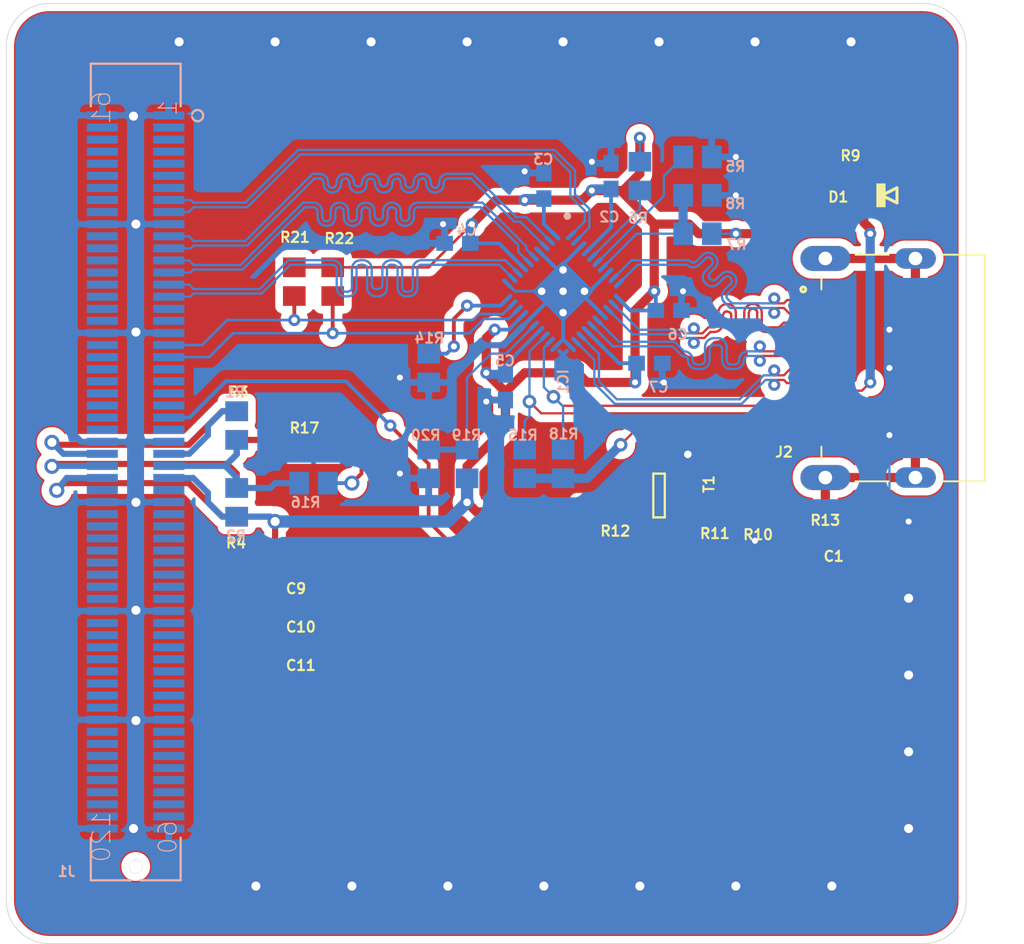
<source format=kicad_pcb>
(kicad_pcb (version 20211014) (generator pcbnew)
  (layers (0 "F.Cu" signal) (31 "B.Cu" signal) (34 "B.Paste" user) (35 "F.Paste" user) (36 "B.SilkS" user "B.Silkscreen") (37 "F.SilkS" user "F.Silkscreen") (38 "B.Mask" user) (39 "F.Mask" user) (44 "Edge.Cuts" user))
  (net 0 "")
  (net 1 "GND")
  (net 2 "N$3")
  (net 3 "N$4")
  (net 4 "+3V3")
  (net 5 "CAM_DOVDD18")
  (net 6 "N$9")
  (net 7 "N$2")
  (net 8 "TXC_P")
  (net 9 "TXC_N")
  (net 10 "TX0_N")
  (net 11 "TX0_P")
  (net 12 "TX1_N")
  (net 13 "TX1_P")
  (net 14 "TX2_P")
  (net 15 "TX2_N")
  (net 16 "HDMI_TX_5V")
  (net 17 "N$6")
  (net 18 "TX_SDA")
  (net 19 "TX_SCL")
  (net 20 "N$1")
  (net 21 "N$8")
  (net 22 "N$13")
  (net 23 "HDMI_HPD")
  (net 24 "N$12")
  (net 25 "N$14")
  (net 26 "N$15")
  (net 27 "N$10")
  (net 28 "RXC_N")
  (net 29 "RXC_P")
  (net 30 "RX0_P")
  (net 31 "RX1_N")
  (net 32 "RX1_P")
  (net 33 "RX2_N")
  (net 34 "RX2_P")
  (net 35 "PRE")
  (net 36 "RX0_N")
  (net 37 "RX_SCL")
  (net 38 "RX_SDA")
  (net 39 "N$7")
  (footprint "Kintex7_disp_out_hdmi:R0805" (layer "F.Cu") (at 131.9911 101.8286 90)
    (fp_text reference "R3")
    (fp_text value "")
  )
  (footprint "Kintex7_disp_out_hdmi:C0603" (layer "F.Cu") (at 133.2611 117.0686 180)
    (fp_text reference "C11")
    (fp_text value "")
  )
  (footprint "Kintex7_disp_out_hdmi:R0805" (layer "F.Cu") (at 135.8011 92.3036 -90)
    (fp_text reference "R21")
    (fp_text value "10k")
  )
  (footprint "Kintex7_disp_out_hdmi:R0805" (layer "F.Cu") (at 175.1711 84.0486 180)
    (fp_text reference "R9")
    (fp_text value "27k")
  )
  (footprint "Kintex7_disp_out_hdmi:C0603" (layer "F.Cu") (at 133.2611 111.9886 180)
    (fp_text reference "C9")
    (fp_text value "")
  )
  (footprint "Kintex7_disp_out_hdmi:C0603" (layer "F.Cu") (at 133.2611 114.5286 180)
    (fp_text reference "C10")
    (fp_text value "")
  )
  (footprint "Kintex7_disp_out_hdmi:R0805" (layer "F.Cu") (at 131.9911 106.9086 -90)
    (fp_text reference "R4")
    (fp_text value "")
  )
  (footprint "Kintex7_disp_out_hdmi:C0603" (layer "F.Cu") (at 173.9011 110.7186 180)
    (fp_text reference "C1")
    (fp_text value "")
  )
  (footprint "Kintex7_disp_out_hdmi:R0805" (layer "F.Cu") (at 138.3411 92.3036 -90)
    (fp_text reference "R22")
    (fp_text value "10k")
  )
  (footprint "Kintex7_disp_out_hdmi:MINIMELF" (layer "F.Cu") (at 175.1711 86.5886)
    (fp_text reference "D1")
    (fp_text value "")
  )
  (footprint "Kintex7_disp_out_hdmi:R0805" (layer "F.Cu") (at 166.2811 106.9086 90)
    (fp_text reference "R10")
    (fp_text value "10k")
  )
  (footprint "Kintex7_disp_out_hdmi:R0805" (layer "F.Cu") (at 137.0711 103.0986)
    (fp_text reference "R17")
    (fp_text value "")
  )
  (footprint "Kintex7_disp_out_hdmi:TE_1827059-3" (layer "F.Cu") (at 175.1711 98.0186 90)
    (fp_text reference "J2")
    (fp_text value "1827059-3")
  )
  (footprint "Kintex7_disp_out_hdmi:SOT-23" (layer "F.Cu") (at 159.9311 106.43235 -90)
    (fp_text reference "T1")
    (fp_text value "")
  )
  (footprint "Kintex7_disp_out_hdmi:R0805" (layer "F.Cu") (at 173.9011 108.1786)
    (fp_text reference "R13")
    (fp_text value "10k")
  )
  (footprint "Kintex7_disp_out_hdmi:R0805" (layer "F.Cu") (at 163.7411 106.9086 -90)
    (fp_text reference "R11")
    (fp_text value "10k")
  )
  (footprint "Kintex7_disp_out_hdmi:R0805" (layer "F.Cu") (at 156.1211 107.5436)
    (fp_text reference "R12")
    (fp_text value "4k7")
  )
  (footprint "Kintex7_disp_out_hdmi:R0805" (layer "B.Cu") (at 151.0411 104.3686 -90)
    (fp_text reference "R15")
    (fp_text value "10k")
  )
  (footprint "Kintex7_disp_out_hdmi:C0603" (layer "B.Cu") (at 160.5661 94.2086)
    (fp_text reference "C6")
    (fp_text value "")
  )
  (footprint "Kintex7_disp_out_hdmi:R0805" (layer "B.Cu") (at 144.6911 104.3686 -90)
    (fp_text reference "R20")
    (fp_text value "10k")
  )
  (footprint "Kintex7_disp_out_hdmi:R0805" (layer "B.Cu") (at 131.9911 101.8286 90)
    (fp_text reference "R1")
    (fp_text value "")
  )
  (footprint "Kintex7_disp_out_hdmi:R0805" (layer "B.Cu") (at 153.5811 104.3686 -90)
    (fp_text reference "R18")
    (fp_text value "10k")
  )
  (footprint "Kintex7_disp_out_hdmi:R0805" (layer "B.Cu") (at 162.4711 86.5886 180)
    (fp_text reference "R8")
    (fp_text value "10k")
  )
  (footprint "Kintex7_disp_out_hdmi:CONN_5177985-5" (layer "B.Cu") (at 123.1011 128.4986 -90)
    (fp_text reference "J1")
    (fp_text value "5177985-5" hide)
  )
  (footprint "Kintex7_disp_out_hdmi:R0805" (layer "B.Cu") (at 158.6611 85.3186 -90)
    (fp_text reference "R6")
    (fp_text value "10k")
  )
  (footprint "Kintex7_disp_out_hdmi:R0805" (layer "B.Cu") (at 137.0711 105.6386)
    (fp_text reference "R16")
    (fp_text value "")
  )
  (footprint "Kintex7_disp_out_hdmi:R0805" (layer "B.Cu") (at 144.6911 98.0186 -90)
    (fp_text reference "R14")
    (fp_text value "4k7")
  )
  (footprint "Kintex7_disp_out_hdmi:C0603" (layer "B.Cu") (at 156.7561 85.3186 90)
    (fp_text reference "C2")
    (fp_text value "")
  )
  (footprint "Kintex7_disp_out_hdmi:C0603" (layer "B.Cu") (at 149.7711 99.2886 -90)
    (fp_text reference "C5")
    (fp_text value "")
  )
  (footprint "Kintex7_disp_out_hdmi:R0805" (layer "B.Cu") (at 162.4711 89.1286)
    (fp_text reference "R7")
    (fp_text value "10k")
  )
  (footprint "Kintex7_disp_out_hdmi:C0603" (layer "B.Cu") (at 146.5961 89.7636 180)
    (fp_text reference "C4")
    (fp_text value "")
  )
  (footprint "Kintex7_disp_out_hdmi:C0603" (layer "B.Cu") (at 152.3111 85.9536 90)
    (fp_text reference "C3")
    (fp_text value "")
  )
  (footprint "Kintex7_disp_out_hdmi:R0805" (layer "B.Cu") (at 131.9911 106.9086 -90)
    (fp_text reference "R2")
    (fp_text value "")
  )
  (footprint "Kintex7_disp_out_hdmi:QFN50P600X600X100-41N" (layer "B.Cu") (at 153.5811 92.9386 -135)
    (fp_text reference "IC1")
    (fp_text value "TMDS141RHAR")
  )
  (footprint "Kintex7_disp_out_hdmi:R0805" (layer "B.Cu") (at 162.4711 84.0486 180)
    (fp_text reference "R5")
    (fp_text value "10k")
  )
  (footprint "Kintex7_disp_out_hdmi:R0805" (layer "B.Cu") (at 147.2311 104.3686 90)
    (fp_text reference "R19")
    (fp_text value "10k")
  )
  (footprint "Kintex7_disp_out_hdmi:C0603" (layer "B.Cu") (at 159.2961 97.7011)
    (fp_text reference "C7")
    (fp_text value "")
  )
  (gr_line (start 119.590906 136.1186) (end 177.411293 136.1186) (layer "Edge.Cuts") (width 0.05))
  (gr_arc (start 116.751099 76.728407) (mid 117.582859 74.72036) (end 119.590906 73.8886) (layer "Edge.Cuts") (width 0.05))
  (gr_line (start 177.411293 73.8886) (end 119.590906 73.8886) (layer "Edge.Cuts") (width 0.05))
  (gr_line (start 116.7511 76.728407) (end 116.7511 133.278794) (layer "Edge.Cuts") (width 0.05))
  (gr_arc (start 119.590906 136.1186) (mid 117.58286 135.28684) (end 116.7511 133.278794) (layer "Edge.Cuts") (width 0.05))
  (gr_arc (start 180.251099 133.278794) (mid 179.419339 135.28684) (end 177.411293 136.1186) (layer "Edge.Cuts") (width 0.05))
  (gr_arc (start 177.411291 73.8886) (mid 179.419339 74.72036) (end 180.2511 76.728407) (layer "Edge.Cuts") (width 0.05))
  (gr_line (start 180.2511 133.278794) (end 180.2511 76.728407) (layer "Edge.Cuts") (width 0.05))
  (segment (start 173.7111 94.0186) (end 174.813912 95.121413) (width 0.1778) (layer "F.Cu") (net 1))
  (segment (start 174.8536 108.1811) (end 174.8511 108.1786) (width 0.1778) (layer "F.Cu") (net 1))
  (segment (start 174.7511 110.7186) (end 174.7511 109.5511) (width 0.1778) (layer "F.Cu") (net 1))
  (segment (start 170.1711 101.5186) (end 172.0036 101.5186) (width 0.1778) (layer "F.Cu") (net 1))
  (segment (start 174.8511 108.1786) (end 176.4411 108.1786) (width 0.1524) (layer "F.Cu") (net 1))
  (segment (start 170.1711 98.5186) (end 172.1311 98.5186) (width 0.1778) (layer "F.Cu") (net 1))
  (segment (start 173.9011 98.0186) (end 175.1711 98.0186) (width 0.1778) (layer "F.Cu") (net 1))
  (segment (start 172.035475 95.5186) (end 172.6311 94.922975) (width 0.1524) (layer "F.Cu") (net 1))
  (segment (start 170.1711 95.5186) (end 172.035475 95.5186) (width 0.1524) (layer "F.Cu") (net 1))
  (segment (start 173.2661 97.3836) (end 173.9011 98.0186) (width 0.1778) (layer "F.Cu") (net 1))
  (segment (start 174.813912 95.121413) (end 175.1711 95.4786) (width 0.1778) (layer "F.Cu") (net 1))
  (segment (start 170.1711 94.0186) (end 173.7111 94.0186) (width 0.1778) (layer "F.Cu") (net 1))
  (segment (start 174.615475 94.922975) (end 174.813912 95.121413) (width 0.1524) (layer "F.Cu") (net 1))
  (segment (start 172.1311 98.5186) (end 173.2661 97.3836) (width 0.1778) (layer "F.Cu") (net 1))
  (segment (start 172.9486 102.4636) (end 175.1711 102.4636) (width 0.1778) (layer "F.Cu") (net 1))
  (segment (start 172.9011 97.0186) (end 173.2661 97.3836) (width 0.1778) (layer "F.Cu") (net 1))
  (segment (start 170.1711 97.0186) (end 172.9011 97.0186) (width 0.1778) (layer "F.Cu") (net 1))
  (segment (start 166.2811 107.8586) (end 166.2811 109.4486) (width 0.1778) (layer "F.Cu") (net 1))
  (segment (start 172.0036 101.5186) (end 172.9486 102.4636) (width 0.1778) (layer "F.Cu") (net 1))
  (segment (start 174.7511 109.5511) (end 174.8536 109.4486) (width 0.1778) (layer "F.Cu") (net 1))
  (segment (start 160.9471 105.49255) (end 160.9471 104.6226) (width 0.1778) (layer "F.Cu") (net 1))
  (segment (start 160.9471 104.6226) (end 161.8361 103.7336) (width 0.1778) (layer "F.Cu") (net 1))
  (segment (start 174.8536 109.4486) (end 174.8536 108.1811) (width 0.1778) (layer "F.Cu") (net 1))
  (segment (start 172.6311 94.922975) (end 174.615475 94.922975) (width 0.1524) (layer "F.Cu") (net 1))
  (via (at 160.2486 98.9711) (size 0.8) (drill 0.4) (layers "F.Cu" "B.Cu") (net 1))
  (via (at 165.0111 132.3086) (size 1) (drill 0.6) (layers "F.Cu" "B.Cu") (net 1))
  (via (at 176.4411 123.4186) (size 1) (drill 0.6) (layers "F.Cu" "B.Cu") (net 1))
  (via (at 175.1711 95.4786) (size 0.8) (drill 0.4) (layers "F.Cu" "B.Cu") (net 1))
  (via (at 125.3236 106.9086) (size 1) (drill 0.6) (layers "F.Cu" "B.Cu") (net 1))
  (via (at 165.0111 84.0486) (size 0.8) (drill 0.4) (layers "F.Cu" "B.Cu") (net 1))
  (via (at 155.4861 84.3661) (size 0.8) (drill 0.4) (layers "F.Cu" "B.Cu") (net 1))
  (via (at 128.1811 76.4286) (size 1) (drill 0.6) (layers "F.Cu" "B.Cu") (net 1))
  (via (at 159.9311 76.4286) (size 1) (drill 0.6) (layers "F.Cu" "B.Cu") (net 1))
  (via (at 166.2811 109.4486) (size 0.8) (drill 0.4) (layers "F.Cu" "B.Cu") (net 1))
  (via (at 172.6311 76.4286) (size 1) (drill 0.6) (layers "F.Cu" "B.Cu") (net 1))
  (via (at 125.3236 88.4936) (size 1) (drill 0.6) (layers "F.Cu" "B.Cu") (net 1))
  (via (at 134.5311 76.4286) (size 1) (drill 0.6) (layers "F.Cu" "B.Cu") (net 1))
  (via (at 171.3611 132.3086) (size 1) (drill 0.6) (layers "F.Cu" "B.Cu") (net 1))
  (via (at 165.0111 86.5886) (size 0.8) (drill 0.4) (layers "F.Cu" "B.Cu") (net 1))
  (via (at 125.3236 114.05235) (size 1) (drill 0.6) (layers "F.Cu" "B.Cu") (net 1))
  (via (at 125.3236 121.35485) (size 1) (drill 0.6) (layers "F.Cu" "B.Cu") (net 1))
  (via (at 158.6611 132.3086) (size 1) (drill 0.6) (layers "F.Cu" "B.Cu") (net 1))
  (via (at 125.16485 128.4986) (size 1) (drill 0.6) (layers "F.Cu" "B.Cu") (net 1))
  (via (at 140.8811 76.4286) (size 1) (drill 0.6) (layers "F.Cu" "B.Cu") (net 1))
  (via (at 161.5186 92.9386) (size 0.8) (drill 0.4) (layers "F.Cu" "B.Cu") (net 1))
  (via (at 176.4411 118.3386) (size 1) (drill 0.6) (layers "F.Cu" "B.Cu") (net 1))
  (via (at 152.3111 132.3086) (size 1) (drill 0.6) (layers "F.Cu" "B.Cu") (net 1))
  (via (at 145.9611 132.3086) (size 1) (drill 0.6) (layers "F.Cu" "B.Cu") (net 1))
  (via (at 161.8361 103.7336) (size 0.9) (drill 0.5) (layers "F.Cu" "B.Cu") (net 1))
  (via (at 142.7861 105.0036) (size 0.8) (drill 0.4) (layers "F.Cu" "B.Cu") (net 1))
  (via (at 175.1711 98.0186) (size 0.8) (drill 0.4) (layers "F.Cu" "B.Cu") (net 1))
  (via (at 133.2611 132.3086) (size 1) (drill 0.6) (layers "F.Cu" "B.Cu") (net 1))
  (via (at 139.6111 132.3086) (size 1) (drill 0.6) (layers "F.Cu" "B.Cu") (net 1))
  (via (at 142.7861 98.6536) (size 0.8) (drill 0.4) (layers "F.Cu" "B.Cu") (net 1))
  (via (at 125.3236 95.63735) (size 1) (drill 0.6) (layers "F.Cu" "B.Cu") (net 1))
  (via (at 145.6436 88.4936) (size 0.8) (drill 0.4) (layers "F.Cu" "B.Cu") (net 1))
  (via (at 166.2811 76.4286) (size 1) (drill 0.6) (layers "F.Cu" "B.Cu") (net 1))
  (via (at 176.4411 113.2586) (size 1) (drill 0.6) (layers "F.Cu" "B.Cu") (net 1))
  (via (at 147.2311 76.4286) (size 1) (drill 0.6) (layers "F.Cu" "B.Cu") (net 1))
  (via (at 125.16485 81.34985) (size 1) (drill 0.6) (layers "F.Cu" "B.Cu") (net 1))
  (via (at 176.4411 108.1786) (size 0.8) (drill 0.4) (layers "F.Cu" "B.Cu") (net 1))
  (via (at 176.4411 128.4986) (size 1) (drill 0.6) (layers "F.Cu" "B.Cu") (net 1))
  (via (at 151.0411 85.0011) (size 0.8) (drill 0.4) (layers "F.Cu" "B.Cu") (net 1))
  (via (at 175.1711 102.4636) (size 0.8) (drill 0.4) (layers "F.Cu" "B.Cu") (net 1))
  (via (at 153.5811 76.4286) (size 1) (drill 0.6) (layers "F.Cu" "B.Cu") (net 1))
  (via (at 148.5011 100.2411) (size 0.8) (drill 0.4) (layers "F.Cu" "B.Cu") (net 1))
  (segment (start 120.5611 96.1136) (end 120.5611 99.2886) (width 0.4064) (layer "B.Cu") (net 1))
  (segment (start 154.995315 92.9386) (end 154.995315 93.292157) (width 0.1778) (layer "B.Cu") (net 1))
  (segment (start 125.262346 95.698604) (end 125.3236 95.63735) (width 0.4064) (layer "B.Cu") (net 1))
  (segment (start 120.5611 101.7461) (end 121.7136 102.8986) (width 0.4064) (layer "B.Cu") (net 1))
  (segment (start 123.1011 81.298604) (end 125.113603 81.298604) (width 0.4064) (layer "B.Cu") (net 1))
  (segment (start 123.1011 106.8986) (end 125.3136 106.8986) (width 0.4064) (layer "B.Cu") (net 1))
  (segment (start 125.3286 88.4986) (end 125.3236 88.4936) (width 0.4064) (layer "B.Cu") (net 1))
  (segment (start 153.5811 91.524388) (end 153.227546 91.524388) (width 0.1778) (layer "B.Cu") (net 1))
  (segment (start 121.4111 121.2986) (end 120.5611 122.1486) (width 0.4064) (layer "B.Cu") (net 1))
  (segment (start 144.6911 98.9686) (end 143.1011 98.9686) (width 0.4064) (layer "B.Cu") (net 1))
  (segment (start 120.5611 87.8686) (end 121.1911 88.4986) (width 0.4064) (layer "B.Cu") (net 1))
  (segment (start 127.5011 128.498597) (end 125.164853 128.498597) (width 0.254) (layer "B.Cu") (net 1))
  (segment (start 145.7461 88.5961) (end 145.6436 88.4936) (width 0.1524) (layer "B.Cu") (net 1))
  (segment (start 175.1711 98.0186) (end 175.1711 95.4786) (width 0.1778) (layer "B.Cu") (net 1))
  (segment (start 154.995315 92.9386) (end 155.348871 92.9386) (width 0.1778) (layer "B.Cu") (net 1))
  (segment (start 125.216096 81.298604) (end 125.16485 81.34985) (width 0.4064) (layer "B.Cu") (net 1))
  (segment (start 123.1011 106.8986) (end 121.2061 106.8986) (width 0.4064) (layer "B.Cu") (net 1))
  (segment (start 125.369846 114.098597) (end 125.3236 114.05235) (width 0.4064) (layer "B.Cu") (net 1))
  (segment (start 160.1461 98.8686) (end 160.2486 98.9711) (width 0.1524) (layer "B.Cu") (net 1))
  (segment (start 120.5611 89.1286) (end 120.5611 95.063604) (width 0.4064) (layer "B.Cu") (net 1))
  (segment (start 156.7561 84.4686) (end 155.5886 84.4686) (width 0.1524) (layer "B.Cu") (net 1))
  (segment (start 120.5611 99.2886) (end 120.5611 101.7461) (width 0.4064) (layer "B.Cu") (net 1))
  (segment (start 153.5811 94.352816) (end 153.5811 96.120582) (width 0.1778) (layer "B.Cu") (net 1))
  (segment (start 160.1461 97.7011) (end 160.1461 98.8686) (width 0.1524) (layer "B.Cu") (net 1))
  (segment (start 120.5611 127.8636) (end 120.5611 122.1486) (width 0.4064) (layer "B.Cu") (net 1))
  (segment (start 119.2911 99.2886) (end 120.5611 99.2886) (width 0.4064) (layer "B.Cu") (net 1))
  (segment (start 123.1011 114.098597) (end 121.626103 114.098597) (width 0.4064) (layer "B.Cu") (net 1))
  (segment (start 145.9636 98.9686) (end 148.421725 96.510475) (width 0.4064) (layer "B.Cu") (net 1))
  (segment (start 163.4211 86.5886) (end 165.0111 86.5886) (width 0.1524) (layer "B.Cu") (net 1))
  (segment (start 123.1011 121.2986) (end 125.26735 121.2986) (width 0.4064) (layer "B.Cu") (net 1))
  (segment (start 125.26735 121.2986) (end 125.3236 121.35485) (width 0.4064) (layer "B.Cu") (net 1))
  (segment (start 125.277353 114.098597) (end 125.3236 114.05235) (width 0.4064) (layer "B.Cu") (net 1))
  (segment (start 152.3111 85.1036) (end 151.1436 85.1036) (width 0.1524) (layer "B.Cu") (net 1))
  (segment (start 118.3386 100.2411) (end 119.2911 99.2886) (width 0.4064) (layer "B.Cu") (net 1))
  (segment (start 123.1011 95.698604) (end 125.262346 95.698604) (width 0.4064) (layer "B.Cu") (net 1))
  (segment (start 175.1711 102.4636) (end 175.1711 98.0186) (width 0.1778) (layer "B.Cu") (net 1))
  (segment (start 148.6036 100.1386) (end 148.5011 100.2411) (width 0.1524) (layer "B.Cu") (net 1))
  (segment (start 120.976096 95.698604) (end 120.5611 96.1136) (width 0.4064) (layer "B.Cu") (net 1))
  (segment (start 161.4161 93.0411) (end 161.5186 92.9386) (width 0.1524) (layer "B.Cu") (net 1))
  (segment (start 127.5011 81.298604) (end 125.216096 81.298604) (width 0.4064) (layer "B.Cu") (net 1))
  (segment (start 153.5811 92.9386) (end 153.22755 92.9386) (width 0.1778) (layer "B.Cu") (net 1))
  (segment (start 121.406096 81.298604) (end 120.5611 82.1436) (width 0.4064) (layer "B.Cu") (net 1))
  (segment (start 121.196096 128.498597) (end 120.5611 127.8636) (width 0.4064) (layer "B.Cu") (net 1))
  (segment (start 127.5011 114.098597) (end 125.369846 114.098597) (width 0.4064) (layer "B.Cu") (net 1))
  (segment (start 150.961725 95.204425) (end 151.300681 94.865469) (width 0.1778) (layer "B.Cu") (net 1))
  (segment (start 153.227546 91.524388) (end 152.007787 90.304629) (width 0.254) (layer "B.Cu") (net 1))
  (segment (start 120.5611 95.063604) (end 121.1961 95.698604) (width 0.4064) (layer "B.Cu") (net 1))
  (segment (start 127.5011 106.8986) (end 125.3336 106.8986) (width 0.4064) (layer "B.Cu") (net 1))
  (segment (start 121.5136 114.2111) (end 120.5611 115.1636) (width 0.4064) (layer "B.Cu") (net 1))
  (segment (start 123.1011 102.8986) (end 121.7136 102.8986) (width 0.4064) (layer "B.Cu") (net 1))
  (segment (start 153.5811 96.120585) (end 153.06845 96.633235) (width 0.254) (layer "B.Cu") (net 1))
  (segment (start 125.384853 95.698604) (end 125.3236 95.63735) (width 0.4064) (layer "B.Cu") (net 1))
  (segment (start 123.1011 95.698604) (end 121.1961 95.698604) (width 0.4064) (layer "B.Cu") (net 1))
  (segment (start 154.995315 93.292157) (end 156.215075 94.511916) (width 0.254) (layer "B.Cu") (net 1))
  (segment (start 123.1011 128.498597) (end 121.196096 128.498597) (width 0.4064) (layer "B.Cu") (net 1))
  (segment (start 148.421725 96.510475) (end 149.655675 96.510475) (width 0.4064) (layer "B.Cu") (net 1))
  (segment (start 125.3336 106.8986) (end 125.3236 106.9086) (width 0.4064) (layer "B.Cu") (net 1))
  (segment (start 125.164853 128.498597) (end 125.16485 128.4986) (width 0.254) (layer "B.Cu") (net 1))
  (segment (start 118.3386 106.9086) (end 118.3386 100.2411) (width 0.4064) (layer "B.Cu") (net 1))
  (segment (start 120.5611 115.1636) (end 120.5611 120.4486) (width 0.4064) (layer "B.Cu") (net 1))
  (segment (start 123.1011 121.2986) (end 121.4111 121.2986) (width 0.4064) (layer "B.Cu") (net 1))
  (segment (start 118.9736 107.5436) (end 118.3386 106.9086) (width 0.4064) (layer "B.Cu") (net 1))
  (segment (start 121.1961 95.698604) (end 120.976096 95.698604) (width 0.4064) (layer "B.Cu") (net 1))
  (segment (start 150.399118 92.9386) (end 149.886468 92.42595) (width 0.1778) (layer "B.Cu") (net 1))
  (segment (start 120.5611 107.5436) (end 120.5611 113.2586) (width 0.4064) (layer "B.Cu") (net 1))
  (segment (start 127.5011 95.698604) (end 125.384853 95.698604) (width 0.4064) (layer "B.Cu") (net 1))
  (segment (start 121.1911 88.4986) (end 120.5611 89.1286) (width 0.4064) (layer "B.Cu") (net 1))
  (segment (start 155.5886 84.4686) (end 155.4861 84.3661) (width 0.1524) (layer "B.Cu") (net 1))
  (segment (start 153.22755 92.9386) (end 151.300681 94.865469) (width 0.254) (layer "B.Cu") (net 1))
  (segment (start 153.5811 96.120582) (end 154.093753 96.633235) (width 0.254) (layer "B.Cu") (net 1))
  (segment (start 153.5811 91.170835) (end 154.800859 89.951075) (width 0.254) (layer "B.Cu") (net 1))
  (segment (start 144.6911 98.9686) (end 145.9636 98.9686) (width 0.4064) (layer "B.Cu") (net 1))
  (segment (start 127.5011 121.2986) (end 125.37985 121.2986) (width 0.4064) (layer "B.Cu") (net 1))
  (segment (start 121.626103 114.098597) (end 121.5136 114.2111) (width 0.4064) (layer "B.Cu") (net 1))
  (segment (start 143.1011 105.3186) (end 142.7861 105.0036) (width 0.4064) (layer "B.Cu") (net 1))
  (segment (start 153.5811 94.352816) (end 153.5811 96.120585) (width 0.254) (layer "B.Cu") (net 1))
  (segment (start 155.348871 92.9386) (end 156.568628 91.718844) (width 0.254) (layer "B.Cu") (net 1))
  (segment (start 125.3186 88.4986) (end 125.3236 88.4936) (width 0.4064) (layer "B.Cu") (net 1))
  (segment (start 127.5011 88.4986) (end 125.3286 88.4986) (width 0.4064) (layer "B.Cu") (net 1))
  (segment (start 149.655675 96.510475) (end 150.961725 95.204425) (width 0.4064) (layer "B.Cu") (net 1))
  (segment (start 125.3136 106.8986) (end 125.3236 106.9086) (width 0.4064) (layer "B.Cu") (net 1))
  (segment (start 163.4211 84.0486) (end 165.0111 84.0486) (width 0.1524) (layer "B.Cu") (net 1))
  (segment (start 125.37985 121.2986) (end 125.3236 121.35485) (width 0.4064) (layer "B.Cu") (net 1))
  (segment (start 123.1011 81.298604) (end 121.406096 81.298604) (width 0.4064) (layer "B.Cu") (net 1))
  (segment (start 153.5811 91.524388) (end 153.5811 91.170835) (width 0.1778) (layer "B.Cu") (net 1))
  (segment (start 120.5611 113.2586) (end 121.5136 114.2111) (width 0.4064) (layer "B.Cu") (net 1))
  (segment (start 121.2061 106.8986) (end 120.5611 107.5436) (width 0.4064) (layer "B.Cu") (net 1))
  (segment (start 120.5611 120.4486) (end 121.4111 121.2986) (width 0.4064) (layer "B.Cu") (net 1))
  (segment (start 175.1711 106.9086) (end 175.1711 102.4636) (width 0.1524) (layer "B.Cu") (net 1))
  (segment (start 120.5611 107.5436) (end 118.9736 107.5436) (width 0.4064) (layer "B.Cu") (net 1))
  (segment (start 144.6911 105.3186) (end 143.1011 105.3186) (width 0.4064) (layer "B.Cu") (net 1))
  (segment (start 123.1011 88.4986) (end 121.1911 88.4986) (width 0.4064) (layer "B.Cu") (net 1))
  (segment (start 161.4161 94.2086) (end 161.4161 93.0411) (width 0.1524) (layer "B.Cu") (net 1))
  (segment (start 123.1011 114.098597) (end 125.277353 114.098597) (width 0.4064) (layer "B.Cu") (net 1))
  (segment (start 145.7461 89.7636) (end 145.7461 88.5961) (width 0.1524) (layer "B.Cu") (net 1))
  (segment (start 143.1011 98.9686) (end 142.7861 98.6536) (width 0.4064) (layer "B.Cu") (net 1))
  (segment (start 127.5011 102.8986) (end 123.1011 102.8986) (width 0.4064) (layer "B.Cu") (net 1))
  (segment (start 123.1011 88.4986) (end 125.3186 88.4986) (width 0.4064) (layer "B.Cu") (net 1))
  (segment (start 152.166887 92.9386) (end 150.399118 92.9386) (width 0.1778) (layer "B.Cu") (net 1))
  (segment (start 120.5611 82.1436) (end 120.5611 87.8686) (width 0.4064) (layer "B.Cu") (net 1))
  (segment (start 176.4411 108.1786) (end 175.1711 106.9086) (width 0.1524) (layer "B.Cu") (net 1))
  (segment (start 125.113603 81.298604) (end 125.16485 81.34985) (width 0.4064) (layer "B.Cu") (net 1))
  (segment (start 151.1436 85.1036) (end 151.0411 85.0011) (width 0.1524) (layer "B.Cu") (net 1))
  (segment (start 149.7711 100.1386) (end 148.6036 100.1386) (width 0.1524) (layer "B.Cu") (net 1))
  (segment (start 127.5011 103.6986) (end 128.8511 103.6986) (width 0.4064) (layer "B.Cu") (net 2))
  (segment (start 130.0861 101.8286) (end 131.0361 100.8786) (width 0.4064) (layer "B.Cu") (net 2))
  (segment (start 128.8511 103.6986) (end 130.0861 102.4636) (width 0.4064) (layer "B.Cu") (net 2))
  (segment (start 130.0861 102.4636) (end 130.0861 101.8286) (width 0.4064) (layer "B.Cu") (net 2))
  (segment (start 131.9911 100.8786) (end 131.0361 100.8786) (width 0.4064) (layer "B.Cu") (net 2))
  (segment (start 119.9261 103.0986) (end 119.76735 102.93985) (width 0.4064) (layer "F.Cu") (net 3))
  (segment (start 128.8161 103.0986) (end 119.9261 103.0986) (width 0.4064) (layer "F.Cu") (net 3))
  (segment (start 131.9911 100.8786) (end 131.0361 100.8786) (width 0.4064) (layer "F.Cu") (net 3))
  (segment (start 128.8161 103.0986) (end 131.0361 100.8786) (width 0.4064) (layer "F.Cu") (net 3))
  (via (at 119.76735 102.93985) (size 1) (drill 0.6) (layers "F.Cu" "B.Cu") (net 3))
  (segment (start 120.5261 103.6986) (end 119.76735 102.93985) (width 0.4064) (layer "B.Cu") (net 3))
  (segment (start 123.1011 103.6986) (end 120.5261 103.6986) (width 0.4064) (layer "B.Cu") (net 3))
  (segment (start 120.08485 106.11485) (end 120.5611 105.6386) (width 0.4064) (layer "F.Cu") (net 4))
  (segment (start 134.1111 114.5286) (end 134.1111 117.0686) (width 0.4064) (layer "F.Cu") (net 4))
  (segment (start 134.1111 111.9886) (end 134.1111 111.1386) (width 0.4064) (layer "F.Cu") (net 4))
  (segment (start 155.1711 107.5436) (end 147.8661 107.5436) (width 0.6096) (layer "F.Cu") (net 4))
  (segment (start 157.54985 86.2711) (end 157.3911 86.2711) (width 0.6096) (layer "F.Cu") (net 4))
  (segment (start 138.3411 91.3536) (end 135.8011 91.3536) (width 0.1778) (layer "F.Cu") (net 4))
  (segment (start 159.6136 88.4936) (end 157.3911 86.2711) (width 0.6096) (layer "F.Cu") (net 4))
  (segment (start 154.8511 86.9061) (end 155.4861 86.2711) (width 0.6096) (layer "F.Cu") (net 4))
  (segment (start 147.5486 88.4936) (end 149.1361 86.9061) (width 0.6096) (layer "F.Cu") (net 4))
  (segment (start 149.7711 99.6061) (end 148.5011 98.3361) (width 0.6096) (layer "F.Cu") (net 4))
  (segment (start 147.2311 104.52735) (end 149.7711 101.98735) (width 0.6096) (layer "F.Cu") (net 4))
  (segment (start 131.9911 107.8586) (end 134.2111 107.8586) (width 0.4064) (layer "F.Cu") (net 4))
  (segment (start 154.5336 98.3361) (end 151.0411 98.3361) (width 0.6096) (layer "F.Cu") (net 4))
  (segment (start 158.6611 85.15985) (end 157.54985 86.2711) (width 0.6096) (layer "F.Cu") (net 4))
  (segment (start 159.6136 92.9386) (end 159.6136 88.4936) (width 0.6096) (layer "F.Cu") (net 4))
  (segment (start 154.5336 98.3361) (end 155.1686 98.9711) (width 0.6096) (layer "F.Cu") (net 4))
  (segment (start 159.6136 88.4936) (end 161.915475 88.4936) (width 0.6096) (layer "F.Cu") (net 4))
  (segment (start 155.1686 98.9711) (end 158.3436 98.9711) (width 0.6096) (layer "F.Cu") (net 4))
  (segment (start 148.5011 98.3361) (end 148.5011 96.034225) (width 0.6096) (layer "F.Cu") (net 4))
  (segment (start 138.3411 91.3536) (end 144.6886 91.3536) (width 0.1778) (layer "F.Cu") (net 4))
  (segment (start 134.1111 111.1386) (end 134.5311 110.7186) (width 0.4064) (layer "F.Cu") (net 4))
  (segment (start 149.7711 101.98735) (end 149.7711 99.6061) (width 0.6096) (layer "F.Cu") (net 4))
  (segment (start 147.8661 107.5436) (end 147.2311 106.9086) (width 0.6096) (layer "F.Cu") (net 4))
  (segment (start 158.3436 98.9711) (end 158.3436 94.2086) (width 0.6096) (layer "F.Cu") (net 4))
  (segment (start 134.5311 110.7186) (end 134.5311 108.1786) (width 0.4064) (layer "F.Cu") (net 4))
  (segment (start 149.1361 86.9061) (end 151.0411 86.9061) (width 0.6096) (layer "F.Cu") (net 4))
  (segment (start 165.0111 89.1286) (end 166.2811 89.1286) (width 0.6096) (layer "F.Cu") (net 4))
  (segment (start 131.0361 107.8586) (end 128.8161 105.6386) (width 0.4064) (layer "F.Cu") (net 4))
  (segment (start 131.9911 107.8586) (end 131.0361 107.8586) (width 0.4064) (layer "F.Cu") (net 4))
  (segment (start 148.5011 96.034225) (end 149.056725 95.4786) (width 0.6096) (layer "F.Cu") (net 4))
  (segment (start 166.2811 89.1286) (end 171.3611 84.0486) (width 0.6096) (layer "F.Cu") (net 4))
  (segment (start 158.3436 94.2086) (end 159.6136 92.9386) (width 0.6096) (layer "F.Cu") (net 4))
  (segment (start 134.1111 111.9886) (end 134.1111 114.5286) (width 0.4064) (layer "F.Cu") (net 4))
  (segment (start 162.550475 89.1286) (end 165.0111 89.1286) (width 0.6096) (layer "F.Cu") (net 4))
  (segment (start 161.915475 88.4936) (end 162.550475 89.1286) (width 0.6096) (layer "F.Cu") (net 4))
  (segment (start 144.6886 91.3536) (end 147.5486 88.4936) (width 0.1778) (layer "F.Cu") (net 4))
  (segment (start 147.2311 106.9086) (end 147.2311 104.52735) (width 0.6096) (layer "F.Cu") (net 4))
  (segment (start 151.0411 98.3361) (end 149.7711 99.6061) (width 0.6096) (layer "F.Cu") (net 4))
  (segment (start 134.2111 107.8586) (end 134.5311 108.1786) (width 0.4064) (layer "F.Cu") (net 4))
  (segment (start 120.5611 105.6386) (end 128.8161 105.6386) (width 0.4064) (layer "F.Cu") (net 4))
  (segment (start 171.3611 84.0486) (end 174.2211 84.0486) (width 0.6096) (layer "F.Cu") (net 4))
  (segment (start 157.3911 86.2711) (end 155.4861 86.2711) (width 0.6096) (layer "F.Cu") (net 4))
  (segment (start 158.6611 82.7786) (end 158.6611 85.15985) (width 0.6096) (layer "F.Cu") (net 4))
  (segment (start 151.0411 86.9061) (end 154.8511 86.9061) (width 0.6096) (layer "F.Cu") (net 4))
  (via (at 159.6136 92.9386) (size 0.8) (drill 0.4) (layers "F.Cu" "B.Cu") (net 4))
  (via (at 147.2311 106.9086) (size 0.9) (drill 0.5) (layers "F.Cu" "B.Cu") (net 4))
  (via (at 147.5486 88.4936) (size 0.8) (drill 0.4) (layers "F.Cu" "B.Cu") (net 4))
  (via (at 165.0111 89.1286) (size 0.8) (drill 0.4) (layers "F.Cu" "B.Cu") (net 4))
  (via (at 155.4861 86.2711) (size 0.8) (drill 0.4) (layers "F.Cu" "B.Cu") (net 4))
  (via (at 120.08485 106.11485) (size 1) (drill 0.6) (layers "F.Cu" "B.Cu") (net 4))
  (via (at 134.5311 108.1786) (size 1) (drill 0.6) (layers "F.Cu" "B.Cu") (net 4))
  (via (at 158.6611 82.7786) (size 0.8) (drill 0.4) (layers "F.Cu" "B.Cu") (net 4))
  (via (at 158.3436 98.9711) (size 0.8) (drill 0.4) (layers "F.Cu" "B.Cu") (net 4))
  (via (at 148.5011 98.3361) (size 0.8) (drill 0.4) (layers "F.Cu" "B.Cu") (net 4))
  (via (at 151.0411 86.9061) (size 0.8) (drill 0.4) (layers "F.Cu" "B.Cu") (net 4))
  (via (at 149.056725 95.4786) (size 0.8) (drill 0.4) (layers "F.Cu" "B.Cu") (net 4))
  (segment (start 123.1011 105.2986) (end 120.74235 105.2986) (width 0.4064) (layer "B.Cu") (net 4))
  (segment (start 149.056725 95.4786) (end 149.980443 95.4786) (width 0.254) (layer "B.Cu") (net 4))
  (segment (start 158.033081 94.2086) (end 157.275734 93.451254) (width 0.254) (layer "B.Cu") (net 4))
  (segment (start 147.4461 88.5961) (end 147.5486 88.4936) (width 0.1524) (layer "B.Cu") (net 4))
  (segment (start 156.7561 86.1686) (end 156.7561 88.702944) (width 0.254) (layer "B.Cu") (net 4))
  (segment (start 156.7561 86.1686) (end 155.5886 86.1686) (width 0.6096) (layer "B.Cu") (net 4))
  (segment (start 148.6036 98.4386) (end 148.5011 98.3361) (width 0.6096) (layer "B.Cu") (net 4))
  (segment (start 152.3111 88.486619) (end 153.06845 89.243969) (width 0.254) (layer "B.Cu") (net 4))
  (segment (start 158.6611 84.3686) (end 158.6611 82.7786) (width 0.1524) (layer "B.Cu") (net 4))
  (segment (start 158.4461 97.7011) (end 158.4461 98.8686) (width 0.6096) (layer "B.Cu") (net 4))
  (segment (start 149.7711 98.4386) (end 148.6036 98.4386) (width 0.6096) (layer "B.Cu") (net 4))
  (segment (start 158.033081 94.2086) (end 159.7161 94.2086) (width 0.254) (layer "B.Cu") (net 4))
  (segment (start 120.74235 105.2986) (end 120.08485 106.11485) (width 0.4064) (layer "B.Cu") (net 4))
  (segment (start 149.7711 97.809263) (end 152.007787 95.572575) (width 0.254) (layer "B.Cu") (net 4))
  (segment (start 129.1111 105.2986) (end 130.0861 106.2736) (width 0.4064) (layer "B.Cu") (net 4))
  (segment (start 159.7161 93.0411) (end 159.6136 92.9386) (width 0.254) (layer "B.Cu") (net 4))
  (segment (start 131.9911 107.8586) (end 131.0361 107.8586) (width 0.4064) (layer "B.Cu") (net 4))
  (segment (start 156.7561 88.702944) (end 155.154415 90.304629) (width 0.254) (layer "B.Cu") (net 4))
  (segment (start 149.34544 89.7636) (end 147.4461 89.7636) (width 0.254) (layer "B.Cu") (net 4))
  (segment (start 152.3111 86.8036) (end 152.3111 88.486619) (width 0.254) (layer "B.Cu") (net 4))
  (segment (start 147.4461 89.7636) (end 147.4461 88.5961) (width 0.6096) (layer "B.Cu") (net 4))
  (segment (start 127.5011 105.2986) (end 129.1111 105.2986) (width 0.4064) (layer "B.Cu") (net 4))
  (segment (start 147.2311 106.9086) (end 147.2311 105.3186) (width 0.8128) (layer "B.Cu") (net 4))
  (segment (start 157.28294 97.7011) (end 155.154415 95.572575) (width 0.254) (layer "B.Cu") (net 4))
  (segment (start 131.9911 107.8586) (end 134.2111 107.8586) (width 0.4064) (layer "B.Cu") (net 4))
  (segment (start 159.7161 94.2086) (end 159.7161 93.0411) (width 0.254) (layer "B.Cu") (net 4))
  (segment (start 155.5886 86.1686) (end 155.4861 86.2711) (width 0.6096) (layer "B.Cu") (net 4))
  (segment (start 152.3111 86.8036) (end 151.1436 86.8036) (width 0.6096) (layer "B.Cu") (net 4))
  (segment (start 149.980443 95.4786) (end 150.947128 94.511916) (width 0.254) (layer "B.Cu") (net 4))
  (segment (start 130.0861 106.9086) (end 131.0361 107.8586) (width 0.4064) (layer "B.Cu") (net 4))
  (segment (start 130.0861 106.2736) (end 130.0861 106.9086) (width 0.4064) (layer "B.Cu") (net 4))
  (segment (start 157.28294 97.7011) (end 158.4461 97.7011) (width 0.254) (layer "B.Cu") (net 4))
  (segment (start 149.7711 98.4386) (end 149.7711 97.809263) (width 0.254) (layer "B.Cu") (net 4))
  (segment (start 149.34544 89.7636) (end 150.947128 91.365288) (width 0.254) (layer "B.Cu") (net 4))
  (segment (start 145.9611 108.1786) (end 147.2311 106.9086) (width 0.8128) (layer "B.Cu") (net 4))
  (segment (start 151.1436 86.8036) (end 151.0411 86.9061) (width 0.6096) (layer "B.Cu") (net 4))
  (segment (start 163.4211 89.1286) (end 165.0111 89.1286) (width 0.1524) (layer "B.Cu") (net 4))
  (segment (start 158.4461 98.8686) (end 158.3436 98.9711) (width 0.6096) (layer "B.Cu") (net 4))
  (segment (start 134.2111 107.8586) (end 134.5311 108.1786) (width 0.4064) (layer "B.Cu") (net 4))
  (segment (start 134.5311 108.1786) (end 145.9611 108.1786) (width 0.8128) (layer "B.Cu") (net 4))
  (segment (start 140.2461 105.0036) (end 139.6111 105.6386) (width 0.254) (layer "F.Cu") (net 5))
  (segment (start 138.0211 103.0986) (end 139.6111 103.0986) (width 0.254) (layer "F.Cu") (net 5))
  (segment (start 140.2461 103.7336) (end 140.2461 105.0036) (width 0.254) (layer "F.Cu") (net 5))
  (segment (start 139.6111 103.0986) (end 140.2461 103.7336) (width 0.254) (layer "F.Cu") (net 5))
  (via (at 139.6111 105.6386) (size 1) (drill 0.6) (layers "F.Cu" "B.Cu") (net 5))
  (segment (start 139.6111 105.6386) (end 138.0211 105.6386) (width 0.254) (layer "B.Cu") (net 5))
  (segment (start 131.2261 104.4986) (end 131.9911 103.7336) (width 0.4064) (layer "B.Cu") (net 6))
  (segment (start 131.9911 105.9586) (end 134.2111 105.9586) (width 0.4064) (layer "B.Cu") (net 6))
  (segment (start 134.5311 105.6386) (end 136.1211 105.6386) (width 0.4064) (layer "B.Cu") (net 6))
  (segment (start 131.9911 105.9586) (end 131.9911 105.2636) (width 0.4064) (layer "B.Cu") (net 6))
  (segment (start 131.9911 103.7336) (end 131.9911 102.7786) (width 0.4064) (layer "B.Cu") (net 6))
  (segment (start 127.5011 104.4986) (end 131.2261 104.4986) (width 0.4064) (layer "B.Cu") (net 6))
  (segment (start 134.2111 105.9586) (end 134.5311 105.6386) (width 0.4064) (layer "B.Cu") (net 6))
  (segment (start 131.9911 105.2636) (end 131.2261 104.4986) (width 0.4064) (layer "B.Cu") (net 6))
  (segment (start 131.9911 102.7786) (end 131.9911 103.7336) (width 0.4064) (layer "F.Cu") (net 7))
  (segment (start 131.9911 105.9586) (end 131.9911 105.0036) (width 0.4064) (layer "F.Cu") (net 7))
  (segment (start 134.5311 103.0986) (end 136.1211 103.0986) (width 0.4064) (layer "F.Cu") (net 7))
  (segment (start 131.9911 105.0036) (end 131.3561 104.3686) (width 0.4064) (layer "F.Cu") (net 7))
  (segment (start 131.3561 104.3686) (end 119.9261 104.3686) (width 0.4064) (layer "F.Cu") (net 7))
  (segment (start 131.9911 103.7336) (end 131.3561 104.3686) (width 0.4064) (layer "F.Cu") (net 7))
  (segment (start 134.2111 102.7786) (end 134.5311 103.0986) (width 0.4064) (layer "F.Cu") (net 7))
  (segment (start 131.9911 102.7786) (end 134.2111 102.7786) (width 0.4064) (layer "F.Cu") (net 7))
  (segment (start 119.9261 104.3686) (end 119.76735 104.52735) (width 0.4064) (layer "F.Cu") (net 7))
  (via (at 119.76735 104.52735) (size 1) (drill 0.6) (layers "F.Cu" "B.Cu") (net 7))
  (segment (start 123.1011 104.4986) (end 119.7961 104.4986) (width 0.4064) (layer "B.Cu") (net 7))
  (segment (start 119.7961 104.4986) (end 119.76735 104.52735) (width 0.4064) (layer "B.Cu") (net 7))
  (segment (start 167.5511 98.5012) (end 167.5511 98.1774) (width 0.1524) (layer "F.Cu") (net 8))
  (segment (start 168.1861 98.5012) (end 167.5511 98.5012) (width 0.1524) (layer "F.Cu") (net 8))
  (segment (start 168.6687 98.0186) (end 168.1861 98.5012) (width 0.1524) (layer "F.Cu") (net 8))
  (segment (start 170.1711 98.0186) (end 168.6687 98.0186) (width 0.1524) (layer "F.Cu") (net 8))
  (via (at 167.5511 98.1774) (size 0.8) (drill 0.4) (layers "F.Cu" "B.Cu") (net 8))
  (segment (start 155.956 98.907969) (end 155.956 97.081269) (width 0.1524) (layer "B.Cu") (net 8))
  (segment (start 166.852968 98.5012) (end 165.265468 100.0887) (width 0.1524) (layer "B.Cu") (net 8))
  (segment (start 155.956 97.081269) (end 154.800859 95.926129) (width 0.1524) (layer "B.Cu") (net 8))
  (segment (start 155.956 98.907969) (end 157.136731 100.0887) (width 0.1524) (layer "B.Cu") (net 8))
  (segment (start 167.5511 98.5012) (end 166.852968 98.5012) (width 0.1524) (layer "B.Cu") (net 8))
  (segment (start 167.5511 98.5012) (end 167.5511 98.1774) (width 0.1524) (layer "B.Cu") (net 8))
  (segment (start 165.265468 100.0887) (end 157.136731 100.0887) (width 0.1524) (layer "B.Cu") (net 8))
  (segment (start 168.1861 98.806) (end 167.5511 98.806) (width 0.1524) (layer "F.Cu") (net 9))
  (segment (start 167.5511 98.806) (end 167.5511 99.1298) (width 0.1524) (layer "F.Cu") (net 9))
  (segment (start 170.1711 99.0186) (end 168.3987 99.0186) (width 0.1524) (layer "F.Cu") (net 9))
  (segment (start 168.3987 99.0186) (end 168.1861 98.806) (width 0.1524) (layer "F.Cu") (net 9))
  (via (at 167.5511 99.1298) (size 0.8) (drill 0.4) (layers "F.Cu" "B.Cu") (net 9))
  (segment (start 167.5511 98.806) (end 166.979231 98.806) (width 0.1524) (layer "B.Cu") (net 9))
  (segment (start 166.979231 98.806) (end 165.391731 100.3935) (width 0.1524) (layer "B.Cu") (net 9))
  (segment (start 155.6512 97.483575) (end 154.447306 96.279682) (width 0.1524) (layer "B.Cu") (net 9))
  (segment (start 165.391731 100.3935) (end 157.010468 100.3935) (width 0.1524) (layer "B.Cu") (net 9))
  (segment (start 155.6512 99.034232) (end 155.6512 97.483575) (width 0.1524) (layer "B.Cu") (net 9))
  (segment (start 155.6512 99.034232) (end 157.010468 100.3935) (width 0.1524) (layer "B.Cu") (net 9))
  (segment (start 167.5511 98.806) (end 167.5511 99.1298) (width 0.1524) (layer "B.Cu") (net 9))
  (segment (start 170.1711 97.5186) (end 168.4862 97.5186) (width 0.1524) (layer "F.Cu") (net 10))
  (segment (start 168.1861 97.2185) (end 166.5986 97.2185) (width 0.1524) (layer "F.Cu") (net 10))
  (segment (start 166.5986 97.2185) (end 166.5986 97.5423) (width 0.1524) (layer "F.Cu") (net 10))
  (segment (start 168.4862 97.5186) (end 168.1861 97.2185) (width 0.1524) (layer "F.Cu") (net 10))
  (via (at 166.5986 97.5423) (size 0.8) (drill 0.4) (layers "F.Cu" "B.Cu") (net 10))
  (segment (start 163.545525 96.498979) (end 163.443463 96.51928) (width 0.1524) (layer "B.Cu") (net 10))
  (segment (start 164.119088 97.66144) (end 164.099615 97.513525) (width 0.1524) (layer "B.Cu") (net 10))
  (segment (start 160.820468 96.5835) (end 156.872446 96.5835) (width 0.1524) (layer "B.Cu") (net 10))
  (segment (start 156.872446 96.5835) (end 155.507968 95.219022) (width 0.1524) (layer "B.Cu") (net 10))
  (segment (start 164.099615 97.513525) (end 164.099615 96.765679) (width 0.1524) (layer "B.Cu") (net 10))
  (segment (start 161.82813 97.383138) (end 161.770316 97.296615) (width 0.1524) (layer "B.Cu") (net 10))
  (segment (start 161.924997 97.799275) (end 161.867904 97.66144) (width 0.1524) (layer "B.Cu") (net 10))
  (segment (start 163.545525 96.498979) (end 163.545525 96.498979) (width 0.1524) (layer "B.Cu") (net 10))
  (segment (start 165.530009 97.513525) (end 165.530009 97.513525) (width 0.1524) (layer "B.Cu") (net 10))
  (segment (start 164.079314 96.663617) (end 164.0215 96.577094) (width 0.1524) (layer "B.Cu") (net 10))
  (segment (start 165.796709 97.2185) (end 165.694647 97.238801) (width 0.1524) (layer "B.Cu") (net 10))
  (segment (start 161.581731 97.2185) (end 161.455468 97.2185) (width 0.1524) (layer "B.Cu") (net 10))
  (segment (start 162.134181 98.008459) (end 162.015819 97.917637) (width 0.1524) (layer "B.Cu") (net 10))
  (segment (start 161.848431 97.4852) (end 161.848431 97.4852) (width 0.1524) (layer "B.Cu") (net 10))
  (segment (start 165.530009 97.513525) (end 165.510536 97.66144) (width 0.1524) (layer "B.Cu") (net 10))
  (segment (start 162.993075 98.008459) (end 162.85524 98.065552) (width 0.1524) (layer "B.Cu") (net 10))
  (segment (start 162.272016 98.065552) (end 162.134181 98.008459) (width 0.1524) (layer "B.Cu") (net 10))
  (segment (start 162.85524 98.065552) (end 162.707325 98.085025) (width 0.1524) (layer "B.Cu") (net 10))
  (segment (start 165.796709 97.2185) (end 165.796709 97.2185) (width 0.1524) (layer "B.Cu") (net 10))
  (segment (start 164.099615 96.765679) (end 164.079314 96.663617) (width 0.1524) (layer "B.Cu") (net 10))
  (segment (start 164.176181 97.799275) (end 164.119088 97.66144) (width 0.1524) (layer "B.Cu") (net 10))
  (segment (start 163.278825 96.765679) (end 163.278825 97.513525) (width 0.1524) (layer "B.Cu") (net 10))
  (segment (start 163.443463 96.51928) (end 163.35694 96.577094) (width 0.1524) (layer "B.Cu") (net 10))
  (segment (start 163.259352 97.66144) (end 163.202259 97.799275) (width 0.1524) (layer "B.Cu") (net 10))
  (segment (start 161.848431 97.513525) (end 161.848431 97.4852) (width 0.1524) (layer "B.Cu") (net 10))
  (segment (start 162.015819 97.917637) (end 161.924997 97.799275) (width 0.1524) (layer "B.Cu") (net 10))
  (segment (start 164.671115 98.085025) (end 164.5232 98.065552) (width 0.1524) (layer "B.Cu") (net 10))
  (segment (start 162.419931 98.085025) (end 162.272016 98.065552) (width 0.1524) (layer "B.Cu") (net 10))
  (segment (start 162.707325 98.085025) (end 162.419931 98.085025) (width 0.1524) (layer "B.Cu") (net 10))
  (segment (start 164.5232 98.065552) (end 164.385365 98.008459) (width 0.1524) (layer "B.Cu") (net 10))
  (segment (start 163.202259 97.799275) (end 163.111437 97.917637) (width 0.1524) (layer "B.Cu") (net 10))
  (segment (start 164.0215 96.577094) (end 163.832915 96.498979) (width 0.1524) (layer "B.Cu") (net 10))
  (segment (start 166.5986 97.2185) (end 165.796709 97.2185) (width 0.1524) (layer "B.Cu") (net 10))
  (segment (start 165.694647 97.238801) (end 165.608124 97.296615) (width 0.1524) (layer "B.Cu") (net 10))
  (segment (start 166.5986 97.2185) (end 166.5986 97.5423) (width 0.1524) (layer "B.Cu") (net 10))
  (segment (start 162.419931 98.085025) (end 162.419931 98.085025) (width 0.1524) (layer "B.Cu") (net 10))
  (segment (start 165.453443 97.799275) (end 165.362621 97.917637) (width 0.1524) (layer "B.Cu") (net 10))
  (segment (start 163.278825 97.513525) (end 163.278825 97.513525) (width 0.1524) (layer "B.Cu") (net 10))
  (segment (start 165.362621 97.917637) (end 165.244259 98.008459) (width 0.1524) (layer "B.Cu") (net 10))
  (segment (start 164.385365 98.008459) (end 164.267003 97.917637) (width 0.1524) (layer "B.Cu") (net 10))
  (segment (start 165.530009 97.4852) (end 165.530009 97.513525) (width 0.1524) (layer "B.Cu") (net 10))
  (segment (start 165.106424 98.065552) (end 164.958509 98.085025) (width 0.1524) (layer "B.Cu") (net 10))
  (segment (start 164.267003 97.917637) (end 164.176181 97.799275) (width 0.1524) (layer "B.Cu") (net 10))
  (segment (start 161.455468 97.2185) (end 160.820468 96.5835) (width 0.1524) (layer "B.Cu") (net 10))
  (segment (start 163.832915 96.498979) (end 163.545525 96.498979) (width 0.1524) (layer "B.Cu") (net 10))
  (segment (start 163.111437 97.917637) (end 162.993075 98.008459) (width 0.1524) (layer "B.Cu") (net 10))
  (segment (start 163.35694 96.577094) (end 163.278825 96.765679) (width 0.1524) (layer "B.Cu") (net 10))
  (segment (start 165.608124 97.296615) (end 165.530009 97.4852) (width 0.1524) (layer "B.Cu") (net 10))
  (segment (start 161.848431 97.4852) (end 161.82813 97.383138) (width 0.1524) (layer "B.Cu") (net 10))
  (segment (start 165.244259 98.008459) (end 165.106424 98.065552) (width 0.1524) (layer "B.Cu") (net 10))
  (segment (start 164.958509 98.085025) (end 164.671115 98.085025) (width 0.1524) (layer "B.Cu") (net 10))
  (segment (start 164.099615 96.765679) (end 164.099615 96.765679) (width 0.1524) (layer "B.Cu") (net 10))
  (segment (start 161.867904 97.66144) (end 161.848431 97.513525) (width 0.1524) (layer "B.Cu") (net 10))
  (segment (start 164.671115 98.085025) (end 164.671115 98.085025) (width 0.1524) (layer "B.Cu") (net 10))
  (segment (start 163.278825 97.513525) (end 163.259352 97.66144) (width 0.1524) (layer "B.Cu") (net 10))
  (segment (start 165.510536 97.66144) (end 165.453443 97.799275) (width 0.1524) (layer "B.Cu") (net 10))
  (segment (start 161.770316 97.296615) (end 161.581731 97.2185) (width 0.1524) (layer "B.Cu") (net 10))
  (segment (start 170.1711 96.5186) (end 168.5812 96.5186) (width 0.1524) (layer "F.Cu") (net 11))
  (segment (start 166.5986 96.9137) (end 166.5986 96.5899) (width 0.1524) (layer "F.Cu") (net 11))
  (segment (start 168.5812 96.5186) (end 168.1861 96.9137) (width 0.1524) (layer "F.Cu") (net 11))
  (segment (start 168.1861 96.9137) (end 166.5986 96.9137) (width 0.1524) (layer "F.Cu") (net 11))
  (via (at 166.5986 96.5899) (size 0.8) (drill 0.4) (layers "F.Cu" "B.Cu") (net 11))
  (segment (start 166.5986 96.9137) (end 166.5986 96.5899) (width 0.1524) (layer "B.Cu") (net 11))
  (segment (start 162.133758 97.337285) (end 162.076665 97.19945) (width 0.1524) (layer "B.Cu") (net 11))
  (segment (start 164.671115 97.780225) (end 164.569053 97.759924) (width 0.1524) (layer "B.Cu") (net 11))
  (segment (start 164.569053 97.759924) (end 164.48253 97.70211) (width 0.1524) (layer "B.Cu") (net 11))
  (segment (start 162.419931 97.780225) (end 162.317869 97.759924) (width 0.1524) (layer "B.Cu") (net 11))
  (segment (start 161.985843 97.081088) (end 161.867481 96.990266) (width 0.1524) (layer "B.Cu") (net 11))
  (segment (start 162.707325 97.780225) (end 162.419931 97.780225) (width 0.1524) (layer "B.Cu") (net 11))
  (segment (start 165.796709 96.9137) (end 165.796709 96.9137) (width 0.1524) (layer "B.Cu") (net 11))
  (segment (start 161.581731 96.9137) (end 160.946731 96.2787) (width 0.1524) (layer "B.Cu") (net 11))
  (segment (start 162.153231 97.513525) (end 162.153231 97.4852) (width 0.1524) (layer "B.Cu") (net 11))
  (segment (start 163.141413 96.214563) (end 163.050591 96.332925) (width 0.1524) (layer "B.Cu") (net 11))
  (segment (start 161.867481 96.990266) (end 161.729646 96.933173) (width 0.1524) (layer "B.Cu") (net 11))
  (segment (start 161.729646 96.933173) (end 161.581731 96.9137) (width 0.1524) (layer "B.Cu") (net 11))
  (segment (start 162.317869 97.759924) (end 162.231346 97.70211) (width 0.1524) (layer "B.Cu") (net 11))
  (segment (start 162.231346 97.70211) (end 162.153231 97.513525) (width 0.1524) (layer "B.Cu") (net 11))
  (segment (start 164.327849 96.332925) (end 164.237027 96.214563) (width 0.1524) (layer "B.Cu") (net 11))
  (segment (start 157.274753 96.2787) (end 155.861521 94.865469) (width 0.1524) (layer "B.Cu") (net 11))
  (segment (start 160.946731 96.2787) (end 157.274753 96.2787) (width 0.1524) (layer "B.Cu") (net 11))
  (segment (start 162.153231 97.4852) (end 162.153231 97.4852) (width 0.1524) (layer "B.Cu") (net 11))
  (segment (start 163.832915 96.047175) (end 163.545525 96.047175) (width 0.1524) (layer "B.Cu") (net 11))
  (segment (start 166.5986 96.9137) (end 165.796709 96.9137) (width 0.1524) (layer "B.Cu") (net 11))
  (segment (start 162.974025 97.513525) (end 162.953724 97.615587) (width 0.1524) (layer "B.Cu") (net 11))
  (segment (start 165.648794 96.933173) (end 165.510959 96.990266) (width 0.1524) (layer "B.Cu") (net 11))
  (segment (start 165.147094 97.70211) (end 164.958509 97.780225) (width 0.1524) (layer "B.Cu") (net 11))
  (segment (start 164.404415 96.618675) (end 164.404415 96.618675) (width 0.1524) (layer "B.Cu") (net 11))
  (segment (start 165.225209 97.513525) (end 165.204908 97.615587) (width 0.1524) (layer "B.Cu") (net 11))
  (segment (start 164.384942 96.47076) (end 164.327849 96.332925) (width 0.1524) (layer "B.Cu") (net 11))
  (segment (start 163.98083 96.066648) (end 163.832915 96.047175) (width 0.1524) (layer "B.Cu") (net 11))
  (segment (start 165.510959 96.990266) (end 165.392597 97.081088) (width 0.1524) (layer "B.Cu") (net 11))
  (segment (start 165.301775 97.19945) (end 165.244682 97.337285) (width 0.1524) (layer "B.Cu") (net 11))
  (segment (start 165.392597 97.081088) (end 165.301775 97.19945) (width 0.1524) (layer "B.Cu") (net 11))
  (segment (start 162.89591 97.70211) (end 162.707325 97.780225) (width 0.1524) (layer "B.Cu") (net 11))
  (segment (start 164.404415 97.513525) (end 164.404415 96.618675) (width 0.1524) (layer "B.Cu") (net 11))
  (segment (start 162.974025 97.513525) (end 162.974025 97.513525) (width 0.1524) (layer "B.Cu") (net 11))
  (segment (start 165.225209 97.513525) (end 165.225209 97.513525) (width 0.1524) (layer "B.Cu") (net 11))
  (segment (start 165.204908 97.615587) (end 165.147094 97.70211) (width 0.1524) (layer "B.Cu") (net 11))
  (segment (start 164.48253 97.70211) (end 164.404415 97.513525) (width 0.1524) (layer "B.Cu") (net 11))
  (segment (start 163.545525 96.047175) (end 163.39761 96.066648) (width 0.1524) (layer "B.Cu") (net 11))
  (segment (start 164.958509 97.780225) (end 164.671115 97.780225) (width 0.1524) (layer "B.Cu") (net 11))
  (segment (start 164.671115 97.780225) (end 164.671115 97.780225) (width 0.1524) (layer "B.Cu") (net 11))
  (segment (start 162.993498 96.47076) (end 162.974025 96.618675) (width 0.1524) (layer "B.Cu") (net 11))
  (segment (start 163.050591 96.332925) (end 162.993498 96.47076) (width 0.1524) (layer "B.Cu") (net 11))
  (segment (start 163.39761 96.066648) (end 163.259775 96.123741) (width 0.1524) (layer "B.Cu") (net 11))
  (segment (start 162.153231 97.4852) (end 162.133758 97.337285) (width 0.1524) (layer "B.Cu") (net 11))
  (segment (start 165.225209 97.4852) (end 165.225209 97.513525) (width 0.1524) (layer "B.Cu") (net 11))
  (segment (start 163.545525 96.047175) (end 163.545525 96.047175) (width 0.1524) (layer "B.Cu") (net 11))
  (segment (start 164.118665 96.123741) (end 163.98083 96.066648) (width 0.1524) (layer "B.Cu") (net 11))
  (segment (start 164.237027 96.214563) (end 164.118665 96.123741) (width 0.1524) (layer "B.Cu") (net 11))
  (segment (start 162.419931 97.780225) (end 162.419931 97.780225) (width 0.1524) (layer "B.Cu") (net 11))
  (segment (start 162.076665 97.19945) (end 161.985843 97.081088) (width 0.1524) (layer "B.Cu") (net 11))
  (segment (start 165.796709 96.9137) (end 165.648794 96.933173) (width 0.1524) (layer "B.Cu") (net 11))
  (segment (start 165.244682 97.337285) (end 165.225209 97.4852) (width 0.1524) (layer "B.Cu") (net 11))
  (segment (start 162.953724 97.615587) (end 162.89591 97.70211) (width 0.1524) (layer "B.Cu") (net 11))
  (segment (start 164.404415 96.618675) (end 164.384942 96.47076) (width 0.1524) (layer "B.Cu") (net 11))
  (segment (start 162.974025 96.618675) (end 162.974025 97.513525) (width 0.1524) (layer "B.Cu") (net 11))
  (segment (start 163.259775 96.123741) (end 163.141413 96.214563) (width 0.1524) (layer "B.Cu") (net 11))
  (segment (start 164.440021 94.267872) (end 164.42055 94.267872) (width 0.1524) (layer "F.Cu") (net 12))
  (segment (start 163.8681 95.554434) (end 163.730265 95.611527) (width 0.1524) (layer "F.Cu") (net 12))
  (segment (start 167.8686 95.631) (end 166.993568 95.631) (width 0.1524) (layer "F.Cu") (net 12))
  (segment (start 166.135896 94.084625) (end 166.135896 94.084625) (width 0.1524) (layer "F.Cu") (net 12))
  (segment (start 166.422068 94.351325) (end 166.422068 94.351325) (width 0.1524) (layer "F.Cu") (net 12))
  (segment (start 164.783287 95.34525) (end 164.726194 95.207415) (width 0.1524) (layer "F.Cu") (net 12))
  (segment (start 162.232975 96.027875) (end 162.931106 96.027875) (width 0.1524) (layer "F.Cu") (net 12))
  (segment (start 166.498634 95.34525) (end 166.441541 95.207415) (width 0.1524) (layer "F.Cu") (net 12))
  (segment (start 163.58235 95.631) (end 163.327981 95.631) (width 0.1524) (layer "F.Cu") (net 12))
  (segment (start 164.992471 95.554434) (end 164.874109 95.463612) (width 0.1524) (layer "F.Cu") (net 12))
  (segment (start 165.130306 95.611527) (end 164.992471 95.554434) (width 0.1524) (layer "F.Cu") (net 12))
  (segment (start 164.42055 94.267872) (end 164.42055 94.267872) (width 0.1524) (layer "F.Cu") (net 12))
  (segment (start 166.422068 94.351325) (end 166.401767 94.249263) (width 0.1524) (layer "F.Cu") (net 12))
  (segment (start 165.278221 95.631) (end 165.130306 95.611527) (width 0.1524) (layer "F.Cu") (net 12))
  (segment (start 168.2562 96.0186) (end 167.8686 95.631) (width 0.1524) (layer "F.Cu") (net 12))
  (segment (start 165.869196 94.351325) (end 165.869196 95.0595) (width 0.1524) (layer "F.Cu") (net 12))
  (segment (start 165.445611 95.611527) (end 165.297696 95.631) (width 0.1524) (layer "F.Cu") (net 12))
  (segment (start 166.422068 95.0595) (end 166.422068 94.351325) (width 0.1524) (layer "F.Cu") (net 12))
  (segment (start 164.15385 95.0595) (end 164.134377 95.207415) (width 0.1524) (layer "F.Cu") (net 12))
  (segment (start 166.033834 94.104926) (end 165.947311 94.16274) (width 0.1524) (layer "F.Cu") (net 12))
  (segment (start 164.134377 95.207415) (end 164.077284 95.34525) (width 0.1524) (layer "F.Cu") (net 12))
  (segment (start 164.15385 95.0595) (end 164.15385 95.0595) (width 0.1524) (layer "F.Cu") (net 12))
  (segment (start 164.68642 94.43251) (end 164.628606 94.345987) (width 0.1524) (layer "F.Cu") (net 12))
  (segment (start 164.628606 94.345987) (end 164.440021 94.267872) (width 0.1524) (layer "F.Cu") (net 12))
  (segment (start 166.993568 95.631) (end 166.993568 95.631) (width 0.1524) (layer "F.Cu") (net 12))
  (segment (start 165.869196 95.0595) (end 165.869196 95.0595) (width 0.1524) (layer "F.Cu") (net 12))
  (segment (start 165.849723 95.207415) (end 165.79263 95.34525) (width 0.1524) (layer "F.Cu") (net 12))
  (segment (start 166.993568 95.631) (end 166.845653 95.611527) (width 0.1524) (layer "F.Cu") (net 12))
  (segment (start 165.701808 95.463612) (end 165.583446 95.554434) (width 0.1524) (layer "F.Cu") (net 12))
  (segment (start 164.318488 94.288173) (end 164.231965 94.345987) (width 0.1524) (layer "F.Cu") (net 12))
  (segment (start 164.077284 95.34525) (end 163.986462 95.463612) (width 0.1524) (layer "F.Cu") (net 12))
  (segment (start 164.42055 94.267872) (end 164.318488 94.288173) (width 0.1524) (layer "F.Cu") (net 12))
  (segment (start 170.1711 96.0186) (end 168.2562 96.0186) (width 0.1524) (layer "F.Cu") (net 12))
  (segment (start 163.986462 95.463612) (end 163.8681 95.554434) (width 0.1524) (layer "F.Cu") (net 12))
  (segment (start 165.79263 95.34525) (end 165.701808 95.463612) (width 0.1524) (layer "F.Cu") (net 12))
  (segment (start 165.297696 95.631) (end 165.278221 95.631) (width 0.1524) (layer "F.Cu") (net 12))
  (segment (start 166.707818 95.554434) (end 166.589456 95.463612) (width 0.1524) (layer "F.Cu") (net 12))
  (segment (start 162.232975 96.027875) (end 162.232975 96.351675) (width 0.1524) (layer "F.Cu") (net 12))
  (segment (start 163.730265 95.611527) (end 163.58235 95.631) (width 0.1524) (layer "F.Cu") (net 12))
  (segment (start 165.947311 94.16274) (end 165.869196 94.351325) (width 0.1524) (layer "F.Cu") (net 12))
  (segment (start 164.706721 95.0595) (end 164.706721 94.534572) (width 0.1524) (layer "F.Cu") (net 12))
  (segment (start 166.155368 94.084625) (end 166.135896 94.084625) (width 0.1524) (layer "F.Cu") (net 12))
  (segment (start 162.931106 96.027875) (end 163.327981 95.631) (width 0.1524) (layer "F.Cu") (net 12))
  (segment (start 166.845653 95.611527) (end 166.707818 95.554434) (width 0.1524) (layer "F.Cu") (net 12))
  (segment (start 166.135896 94.084625) (end 166.033834 94.104926) (width 0.1524) (layer "F.Cu") (net 12))
  (segment (start 164.706721 94.534572) (end 164.706721 94.534572) (width 0.1524) (layer "F.Cu") (net 12))
  (segment (start 164.706721 94.534572) (end 164.68642 94.43251) (width 0.1524) (layer "F.Cu") (net 12))
  (segment (start 165.583446 95.554434) (end 165.445611 95.611527) (width 0.1524) (layer "F.Cu") (net 12))
  (segment (start 164.231965 94.345987) (end 164.15385 94.534572) (width 0.1524) (layer "F.Cu") (net 12))
  (segment (start 164.726194 95.207415) (end 164.706721 95.0595) (width 0.1524) (layer "F.Cu") (net 12))
  (segment (start 164.15385 94.534572) (end 164.15385 95.0595) (width 0.1524) (layer "F.Cu") (net 12))
  (segment (start 166.343953 94.16274) (end 166.155368 94.084625) (width 0.1524) (layer "F.Cu") (net 12))
  (segment (start 166.441541 95.207415) (end 166.422068 95.0595) (width 0.1524) (layer "F.Cu") (net 12))
  (segment (start 165.869196 95.0595) (end 165.849723 95.207415) (width 0.1524) (layer "F.Cu") (net 12))
  (segment (start 165.278221 95.631) (end 165.278221 95.631) (width 0.1524) (layer "F.Cu") (net 12))
  (segment (start 166.401767 94.249263) (end 166.343953 94.16274) (width 0.1524) (layer "F.Cu") (net 12))
  (segment (start 164.874109 95.463612) (end 164.783287 95.34525) (width 0.1524) (layer "F.Cu") (net 12))
  (segment (start 166.589456 95.463612) (end 166.498634 95.34525) (width 0.1524) (layer "F.Cu") (net 12))
  (via (at 162.232975 96.351675) (size 0.8) (drill 0.4) (layers "F.Cu" "B.Cu") (net 12))
  (segment (start 161.455468 96.027875) (end 161.217343 95.78975) (width 0.1524) (layer "B.Cu") (net 12))
  (segment (start 162.232975 96.027875) (end 161.455468 96.027875) (width 0.1524) (layer "B.Cu") (net 12))
  (segment (start 161.217343 95.78975) (end 158.200018 95.78975) (width 0.1524) (layer "B.Cu") (net 12))
  (segment (start 162.232975 96.027875) (end 162.232975 96.351675) (width 0.1524) (layer "B.Cu") (net 12))
  (segment (start 158.200018 95.78975) (end 156.568628 94.15836) (width 0.1524) (layer "B.Cu") (net 12))
  (segment (start 166.441118 93.856391) (end 166.303283 93.799298) (width 0.1524) (layer "F.Cu") (net 13))
  (segment (start 166.726868 94.351325) (end 166.726868 94.351325) (width 0.1524) (layer "F.Cu") (net 13))
  (segment (start 163.84905 95.0595) (end 163.84905 95.0595) (width 0.1524) (layer "F.Cu") (net 13))
  (segment (start 163.201718 95.3262) (end 162.804843 95.723075) (width 0.1524) (layer "F.Cu") (net 13))
  (segment (start 163.58235 95.3262) (end 163.201718 95.3262) (width 0.1524) (layer "F.Cu") (net 13))
  (segment (start 164.42055 93.779825) (end 164.272635 93.799298) (width 0.1524) (layer "F.Cu") (net 13))
  (segment (start 165.176159 95.305899) (end 165.089636 95.248085) (width 0.1524) (layer "F.Cu") (net 13))
  (segment (start 165.011521 94.351325) (end 165.011521 94.351325) (width 0.1524) (layer "F.Cu") (net 13))
  (segment (start 166.707395 94.20341) (end 166.650302 94.065575) (width 0.1524) (layer "F.Cu") (net 13))
  (segment (start 166.993568 95.3262) (end 166.891506 95.305899) (width 0.1524) (layer "F.Cu") (net 13))
  (segment (start 166.135896 93.779825) (end 165.987981 93.799298) (width 0.1524) (layer "F.Cu") (net 13))
  (segment (start 163.828749 95.161562) (end 163.770935 95.248085) (width 0.1524) (layer "F.Cu") (net 13))
  (segment (start 168.1762 95.0186) (end 167.8686 95.3262) (width 0.1524) (layer "F.Cu") (net 13))
  (segment (start 166.726868 95.0595) (end 166.726868 94.351325) (width 0.1524) (layer "F.Cu") (net 13))
  (segment (start 164.725771 93.856391) (end 164.587936 93.799298) (width 0.1524) (layer "F.Cu") (net 13))
  (segment (start 164.42055 93.779825) (end 164.42055 93.779825) (width 0.1524) (layer "F.Cu") (net 13))
  (segment (start 165.089636 95.248085) (end 165.011521 95.0595) (width 0.1524) (layer "F.Cu") (net 13))
  (segment (start 165.297696 95.3262) (end 165.278221 95.3262) (width 0.1524) (layer "F.Cu") (net 13))
  (segment (start 166.891506 95.305899) (end 166.804983 95.248085) (width 0.1524) (layer "F.Cu") (net 13))
  (segment (start 164.1348 93.856391) (end 164.016438 93.947213) (width 0.1524) (layer "F.Cu") (net 13))
  (segment (start 162.232975 95.723075) (end 162.232975 95.399275) (width 0.1524) (layer "F.Cu") (net 13))
  (segment (start 165.011521 94.351325) (end 164.992048 94.20341) (width 0.1524) (layer "F.Cu") (net 13))
  (segment (start 166.135896 93.779825) (end 166.135896 93.779825) (width 0.1524) (layer "F.Cu") (net 13))
  (segment (start 165.564396 95.0595) (end 165.564396 95.0595) (width 0.1524) (layer "F.Cu") (net 13))
  (segment (start 165.011521 95.0595) (end 165.011521 94.351325) (width 0.1524) (layer "F.Cu") (net 13))
  (segment (start 165.544095 95.161562) (end 165.486281 95.248085) (width 0.1524) (layer "F.Cu") (net 13))
  (segment (start 165.564396 95.0595) (end 165.544095 95.161562) (width 0.1524) (layer "F.Cu") (net 13))
  (segment (start 165.278221 95.3262) (end 165.176159 95.305899) (width 0.1524) (layer "F.Cu") (net 13))
  (segment (start 165.583869 94.20341) (end 165.564396 94.351325) (width 0.1524) (layer "F.Cu") (net 13))
  (segment (start 166.726868 94.351325) (end 166.707395 94.20341) (width 0.1524) (layer "F.Cu") (net 13))
  (segment (start 165.987981 93.799298) (end 165.850146 93.856391) (width 0.1524) (layer "F.Cu") (net 13))
  (segment (start 164.016438 93.947213) (end 163.925616 94.065575) (width 0.1524) (layer "F.Cu") (net 13))
  (segment (start 166.55948 93.947213) (end 166.441118 93.856391) (width 0.1524) (layer "F.Cu") (net 13))
  (segment (start 163.84905 94.351325) (end 163.84905 95.0595) (width 0.1524) (layer "F.Cu") (net 13))
  (segment (start 166.804983 95.248085) (end 166.726868 95.0595) (width 0.1524) (layer "F.Cu") (net 13))
  (segment (start 165.564396 94.351325) (end 165.564396 95.0595) (width 0.1524) (layer "F.Cu") (net 13))
  (segment (start 164.272635 93.799298) (end 164.1348 93.856391) (width 0.1524) (layer "F.Cu") (net 13))
  (segment (start 163.925616 94.065575) (end 163.868523 94.20341) (width 0.1524) (layer "F.Cu") (net 13))
  (segment (start 164.587936 93.799298) (end 164.440021 93.779825) (width 0.1524) (layer "F.Cu") (net 13))
  (segment (start 166.303283 93.799298) (end 166.155368 93.779825) (width 0.1524) (layer "F.Cu") (net 13))
  (segment (start 166.650302 94.065575) (end 166.55948 93.947213) (width 0.1524) (layer "F.Cu") (net 13))
  (segment (start 164.844133 93.947213) (end 164.725771 93.856391) (width 0.1524) (layer "F.Cu") (net 13))
  (segment (start 165.731784 93.947213) (end 165.640962 94.065575) (width 0.1524) (layer "F.Cu") (net 13))
  (segment (start 163.868523 94.20341) (end 163.84905 94.351325) (width 0.1524) (layer "F.Cu") (net 13))
  (segment (start 165.640962 94.065575) (end 165.583869 94.20341) (width 0.1524) (layer "F.Cu") (net 13))
  (segment (start 170.1711 95.0186) (end 168.1762 95.0186) (width 0.1524) (layer "F.Cu") (net 13))
  (segment (start 167.8686 95.3262) (end 166.993568 95.3262) (width 0.1524) (layer "F.Cu") (net 13))
  (segment (start 164.934955 94.065575) (end 164.844133 93.947213) (width 0.1524) (layer "F.Cu") (net 13))
  (segment (start 165.850146 93.856391) (end 165.731784 93.947213) (width 0.1524) (layer "F.Cu") (net 13))
  (segment (start 164.992048 94.20341) (end 164.934955 94.065575) (width 0.1524) (layer "F.Cu") (net 13))
  (segment (start 163.84905 95.0595) (end 163.828749 95.161562) (width 0.1524) (layer "F.Cu") (net 13))
  (segment (start 162.232975 95.723075) (end 162.804843 95.723075) (width 0.1524) (layer "F.Cu") (net 13))
  (segment (start 166.993568 95.3262) (end 166.993568 95.3262) (width 0.1524) (layer "F.Cu") (net 13))
  (segment (start 165.278221 95.3262) (end 165.278221 95.3262) (width 0.1524) (layer "F.Cu") (net 13))
  (segment (start 164.440021 93.779825) (end 164.42055 93.779825) (width 0.1524) (layer "F.Cu") (net 13))
  (segment (start 165.486281 95.248085) (end 165.297696 95.3262) (width 0.1524) (layer "F.Cu") (net 13))
  (segment (start 166.155368 93.779825) (end 166.135896 93.779825) (width 0.1524) (layer "F.Cu") (net 13))
  (segment (start 163.770935 95.248085) (end 163.58235 95.3262) (width 0.1524) (layer "F.Cu") (net 13))
  (via (at 162.232975 95.399275) (size 0.8) (drill 0.4) (layers "F.Cu" "B.Cu") (net 13))
  (segment (start 158.602325 95.48495) (end 156.922181 93.804807) (width 0.1524) (layer "B.Cu") (net 13))
  (segment (start 161.343606 95.48495) (end 158.602325 95.48495) (width 0.1524) (layer "B.Cu") (net 13))
  (segment (start 161.581731 95.723075) (end 161.343606 95.48495) (width 0.1524) (layer "B.Cu") (net 13))
  (segment (start 162.232975 95.723075) (end 162.232975 95.399275) (width 0.1524) (layer "B.Cu") (net 13))
  (segment (start 162.232975 95.723075) (end 161.581731 95.723075) (width 0.1524) (layer "B.Cu") (net 13))
  (segment (start 167.5511 93.7387) (end 167.5511 93.4149) (width 0.1524) (layer "F.Cu") (net 14))
  (segment (start 168.4062 93.5186) (end 168.1861 93.7387) (width 0.1524) (layer "F.Cu") (net 14))
  (segment (start 168.1861 93.7387) (end 167.5511 93.7387) (width 0.1524) (layer "F.Cu") (net 14))
  (segment (start 170.1711 93.5186) (end 168.4062 93.5186) (width 0.1524) (layer "F.Cu") (net 14))
  (via (at 167.5511 93.4149) (size 0.8) (drill 0.4) (layers "F.Cu" "B.Cu") (net 14))
  (segment (start 163.594403 90.549997) (end 163.594404 90.549998) (width 0.1524) (layer "B.Cu") (net 14))
  (segment (start 163.778977 90.842857) (end 163.721883 90.705019) (width 0.1524) (layer "B.Cu") (net 14))
  (segment (start 163.476038 90.459173) (end 163.338199 90.402078) (width 0.1524) (layer "B.Cu") (net 14))
  (segment (start 161.899231 90.8812) (end 158.113378 90.8812) (width 0.1524) (layer "B.Cu") (net 14))
  (segment (start 164.756731 93.7387) (end 164.469328 93.451297) (width 0.1524) (layer "B.Cu") (net 14))
  (segment (start 161.9885 90.970469) (end 161.899231 90.8812) (width 0.1524) (layer "B.Cu") (net 14))
  (segment (start 165.057193 92.249518) (end 165.037719 92.101599) (width 0.1524) (layer "B.Cu") (net 14))
  (segment (start 164.980624 91.96376) (end 164.8898 91.845394) (width 0.1524) (layer "B.Cu") (net 14))
  (segment (start 164.853144 91.808739) (end 164.734779 91.717914) (width 0.1524) (layer "B.Cu") (net 14))
  (segment (start 163.594404 90.549998) (end 163.476038 90.459173) (width 0.1524) (layer "B.Cu") (net 14))
  (segment (start 165.037719 92.101599) (end 164.980624 91.96376) (width 0.1524) (layer "B.Cu") (net 14))
  (segment (start 163.19028 90.382603) (end 163.04236 90.402077) (width 0.1524) (layer "B.Cu") (net 14))
  (segment (start 162.365684 90.970469) (end 162.365684 90.970469) (width 0.1524) (layer "B.Cu") (net 14))
  (segment (start 163.721883 90.705019) (end 163.631059 90.586654) (width 0.1524) (layer "B.Cu") (net 14))
  (segment (start 163.631059 90.586654) (end 163.594403 90.549997) (width 0.1524) (layer "B.Cu") (net 14))
  (segment (start 164.301103 91.660819) (end 164.163264 91.717913) (width 0.1524) (layer "B.Cu") (net 14))
  (segment (start 164.8898 91.845394) (end 164.853143 91.808738) (width 0.1524) (layer "B.Cu") (net 14))
  (segment (start 162.786156 90.549997) (end 162.365684 90.970469) (width 0.1524) (layer "B.Cu") (net 14))
  (segment (start 158.113378 90.8812) (end 156.922181 92.072397) (width 0.1524) (layer "B.Cu") (net 14))
  (segment (start 163.778977 91.138695) (end 163.798451 90.990776) (width 0.1524) (layer "B.Cu") (net 14))
  (segment (start 164.469328 93.451297) (end 164.411513 93.36477) (width 0.1524) (layer "B.Cu") (net 14))
  (segment (start 162.177092 91.048586) (end 161.9885 90.970469) (width 0.1524) (layer "B.Cu") (net 14))
  (segment (start 163.2911 92.112041) (end 163.2911 92.112041) (width 0.1524) (layer "B.Cu") (net 14))
  (segment (start 163.721883 91.276533) (end 163.778977 91.138695) (width 0.1524) (layer "B.Cu") (net 14))
  (segment (start 163.70494 92.148697) (end 163.70494 92.148697) (width 0.1524) (layer "B.Cu") (net 14))
  (segment (start 164.411513 93.36477) (end 164.391211 93.262705) (width 0.1524) (layer "B.Cu") (net 14))
  (segment (start 163.2911 91.734857) (end 163.631059 91.394897) (width 0.1524) (layer "B.Cu") (net 14))
  (segment (start 164.8898 92.653642) (end 164.980624 92.535276) (width 0.1524) (layer "B.Cu") (net 14))
  (segment (start 165.037719 92.397437) (end 165.057193 92.249518) (width 0.1524) (layer "B.Cu") (net 14))
  (segment (start 164.391211 93.262705) (end 164.469328 93.074113) (width 0.1524) (layer "B.Cu") (net 14))
  (segment (start 164.853143 91.808738) (end 164.853144 91.808739) (width 0.1524) (layer "B.Cu") (net 14))
  (segment (start 164.163264 91.717913) (end 164.0449 91.808738) (width 0.1524) (layer "B.Cu") (net 14))
  (segment (start 162.365684 90.970469) (end 162.279157 91.028284) (width 0.1524) (layer "B.Cu") (net 14))
  (segment (start 163.2911 92.112041) (end 163.233285 92.025514) (width 0.1524) (layer "B.Cu") (net 14))
  (segment (start 164.0449 91.808738) (end 163.70494 92.148697) (width 0.1524) (layer "B.Cu") (net 14))
  (segment (start 163.338199 90.402078) (end 163.19028 90.382603) (width 0.1524) (layer "B.Cu") (net 14))
  (segment (start 162.904521 90.459172) (end 162.786156 90.549997) (width 0.1524) (layer "B.Cu") (net 14))
  (segment (start 164.469328 93.451297) (end 164.469328 93.451297) (width 0.1524) (layer "B.Cu") (net 14))
  (segment (start 163.70494 92.148697) (end 163.618413 92.206512) (width 0.1524) (layer "B.Cu") (net 14))
  (segment (start 163.04236 90.402077) (end 162.904521 90.459172) (width 0.1524) (layer "B.Cu") (net 14))
  (segment (start 163.212983 91.923449) (end 163.2911 91.734857) (width 0.1524) (layer "B.Cu") (net 14))
  (segment (start 164.734779 91.717914) (end 164.596941 91.660819) (width 0.1524) (layer "B.Cu") (net 14))
  (segment (start 163.516348 92.226814) (end 163.327756 92.148697) (width 0.1524) (layer "B.Cu") (net 14))
  (segment (start 164.8898 92.653641) (end 164.8898 92.653642) (width 0.1524) (layer "B.Cu") (net 14))
  (segment (start 163.618413 92.206512) (end 163.516348 92.226814) (width 0.1524) (layer "B.Cu") (net 14))
  (segment (start 167.5511 93.7387) (end 164.756731 93.7387) (width 0.1524) (layer "B.Cu") (net 14))
  (segment (start 164.449022 91.641345) (end 164.301103 91.660819) (width 0.1524) (layer "B.Cu") (net 14))
  (segment (start 162.279157 91.028284) (end 162.177092 91.048586) (width 0.1524) (layer "B.Cu") (net 14))
  (segment (start 164.596941 91.660819) (end 164.449022 91.641345) (width 0.1524) (layer "B.Cu") (net 14))
  (segment (start 163.798451 90.990776) (end 163.778977 90.842857) (width 0.1524) (layer "B.Cu") (net 14))
  (segment (start 163.327756 92.148697) (end 163.2911 92.112041) (width 0.1524) (layer "B.Cu") (net 14))
  (segment (start 163.631059 91.394897) (end 163.631059 91.394898) (width 0.1524) (layer "B.Cu") (net 14))
  (segment (start 167.5511 93.7387) (end 167.5511 93.4149) (width 0.1524) (layer "B.Cu") (net 14))
  (segment (start 164.469328 93.074113) (end 164.8898 92.653641) (width 0.1524) (layer "B.Cu") (net 14))
  (segment (start 163.233285 92.025514) (end 163.212983 91.923449) (width 0.1524) (layer "B.Cu") (net 14))
  (segment (start 163.631059 91.394898) (end 163.721883 91.276533) (width 0.1524) (layer "B.Cu") (net 14))
  (segment (start 164.980624 92.535276) (end 165.037719 92.397437) (width 0.1524) (layer "B.Cu") (net 14))
  (segment (start 168.1861 94.0435) (end 167.5511 94.0435) (width 0.1524) (layer "F.Cu") (net 15))
  (segment (start 167.5511 94.0435) (end 167.5511 94.3673) (width 0.1524) (layer "F.Cu") (net 15))
  (segment (start 170.1711 94.5186) (end 168.6612 94.5186) (width 0.1524) (layer "F.Cu") (net 15))
  (segment (start 168.6612 94.5186) (end 168.1861 94.0435) (width 0.1524) (layer "F.Cu") (net 15))
  (via (at 167.5511 94.3673) (size 0.8) (drill 0.4) (layers "F.Cu" "B.Cu") (net 15))
  (segment (start 163.435834 92.612134) (end 163.287915 92.59266) (width 0.1524) (layer "B.Cu") (net 15))
  (segment (start 164.752385 92.249518) (end 164.674268 92.060925) (width 0.1524) (layer "B.Cu") (net 15))
  (segment (start 164.260428 92.024269) (end 163.839956 92.444741) (width 0.1524) (layer "B.Cu") (net 15))
  (segment (start 164.253796 93.666829) (end 164.253796 93.666829) (width 0.1524) (layer "B.Cu") (net 15))
  (segment (start 163.378871 90.765529) (end 163.292344 90.707714) (width 0.1524) (layer "B.Cu") (net 15))
  (segment (start 164.105877 93.410625) (end 164.086403 93.262705) (width 0.1524) (layer "B.Cu") (net 15))
  (segment (start 162.995056 92.408085) (end 162.904232 92.28972) (width 0.1524) (layer "B.Cu") (net 15))
  (segment (start 158.515684 91.186) (end 157.275734 92.42595) (width 0.1524) (layer "B.Cu") (net 15))
  (segment (start 164.162972 92.976947) (end 164.253796 92.858582) (width 0.1524) (layer "B.Cu") (net 15))
  (segment (start 162.827663 92.003963) (end 162.847137 91.856044) (width 0.1524) (layer "B.Cu") (net 15))
  (segment (start 162.029172 91.33392) (end 161.891333 91.276825) (width 0.1524) (layer "B.Cu") (net 15))
  (segment (start 167.5511 94.0435) (end 167.5511 94.3673) (width 0.1524) (layer "B.Cu") (net 15))
  (segment (start 164.162971 93.548464) (end 164.105877 93.410625) (width 0.1524) (layer "B.Cu") (net 15))
  (segment (start 163.839956 92.444741) (end 163.721591 92.535565) (width 0.1524) (layer "B.Cu") (net 15))
  (segment (start 163.001687 90.765529) (end 162.581215 91.186) (width 0.1524) (layer "B.Cu") (net 15))
  (segment (start 163.190279 90.687412) (end 163.001687 90.765529) (width 0.1524) (layer "B.Cu") (net 15))
  (segment (start 163.839956 92.444741) (end 163.839956 92.444741) (width 0.1524) (layer "B.Cu") (net 15))
  (segment (start 164.551085 91.966454) (end 164.44902 91.946152) (width 0.1524) (layer "B.Cu") (net 15))
  (segment (start 163.415528 90.802185) (end 163.378871 90.765529) (width 0.1524) (layer "B.Cu") (net 15))
  (segment (start 162.847137 91.856044) (end 162.904232 91.718206) (width 0.1524) (layer "B.Cu") (net 15))
  (segment (start 162.581215 91.186001) (end 162.462849 91.276825) (width 0.1524) (layer "B.Cu") (net 15))
  (segment (start 162.581215 91.186) (end 162.581215 91.186001) (width 0.1524) (layer "B.Cu") (net 15))
  (segment (start 164.674268 92.43811) (end 164.674268 92.438111) (width 0.1524) (layer "B.Cu") (net 15))
  (segment (start 163.583753 92.59266) (end 163.435834 92.612134) (width 0.1524) (layer "B.Cu") (net 15))
  (segment (start 163.493645 90.990777) (end 163.415528 90.802185) (width 0.1524) (layer "B.Cu") (net 15))
  (segment (start 161.772968 91.186) (end 158.515684 91.186) (width 0.1524) (layer "B.Cu") (net 15))
  (segment (start 164.086403 93.262705) (end 164.105877 93.114786) (width 0.1524) (layer "B.Cu") (net 15))
  (segment (start 167.5511 94.0435) (end 164.630468 94.0435) (width 0.1524) (layer "B.Cu") (net 15))
  (segment (start 163.415528 91.179369) (end 163.473343 91.092842) (width 0.1524) (layer "B.Cu") (net 15))
  (segment (start 162.995056 92.408085) (end 162.995056 92.408085) (width 0.1524) (layer "B.Cu") (net 15))
  (segment (start 162.177091 91.353394) (end 162.029172 91.33392) (width 0.1524) (layer "B.Cu") (net 15))
  (segment (start 162.847137 92.151882) (end 162.827663 92.003963) (width 0.1524) (layer "B.Cu") (net 15))
  (segment (start 161.891333 91.276825) (end 161.772968 91.186) (width 0.1524) (layer "B.Cu") (net 15))
  (segment (start 164.44902 91.946152) (end 164.260428 92.024269) (width 0.1524) (layer "B.Cu") (net 15))
  (segment (start 164.630468 94.0435) (end 164.253796 93.666829) (width 0.1524) (layer "B.Cu") (net 15))
  (segment (start 164.732083 92.351584) (end 164.752385 92.249518) (width 0.1524) (layer "B.Cu") (net 15))
  (segment (start 163.031712 92.444741) (end 162.995056 92.408085) (width 0.1524) (layer "B.Cu") (net 15))
  (segment (start 164.674268 92.438111) (end 164.732083 92.351584) (width 0.1524) (layer "B.Cu") (net 15))
  (segment (start 163.287915 92.59266) (end 163.150077 92.535565) (width 0.1524) (layer "B.Cu") (net 15))
  (segment (start 163.378871 90.765529) (end 163.378871 90.765529) (width 0.1524) (layer "B.Cu") (net 15))
  (segment (start 163.150077 92.535565) (end 163.031712 92.444741) (width 0.1524) (layer "B.Cu") (net 15))
  (segment (start 164.674268 92.060925) (end 164.637612 92.024269) (width 0.1524) (layer "B.Cu") (net 15))
  (segment (start 163.292344 90.707714) (end 163.190279 90.687412) (width 0.1524) (layer "B.Cu") (net 15))
  (segment (start 162.904232 91.718206) (end 162.995056 91.599841) (width 0.1524) (layer "B.Cu") (net 15))
  (segment (start 162.995056 91.599841) (end 163.415528 91.179369) (width 0.1524) (layer "B.Cu") (net 15))
  (segment (start 164.105877 93.114786) (end 164.162972 92.976947) (width 0.1524) (layer "B.Cu") (net 15))
  (segment (start 164.253796 93.666829) (end 164.162971 93.548464) (width 0.1524) (layer "B.Cu") (net 15))
  (segment (start 163.721591 92.535565) (end 163.583753 92.59266) (width 0.1524) (layer "B.Cu") (net 15))
  (segment (start 162.904232 92.28972) (end 162.847137 92.151882) (width 0.1524) (layer "B.Cu") (net 15))
  (segment (start 162.462849 91.276825) (end 162.32501 91.33392) (width 0.1524) (layer "B.Cu") (net 15))
  (segment (start 163.473343 91.092842) (end 163.493645 90.990777) (width 0.1524) (layer "B.Cu") (net 15))
  (segment (start 163.415528 91.179369) (end 163.415528 91.179369) (width 0.1524) (layer "B.Cu") (net 15))
  (segment (start 162.32501 91.33392) (end 162.177091 91.353394) (width 0.1524) (layer "B.Cu") (net 15))
  (segment (start 164.637612 92.024269) (end 164.637612 92.024269) (width 0.1524) (layer "B.Cu") (net 15))
  (segment (start 164.253796 92.858582) (end 164.674268 92.43811) (width 0.1524) (layer "B.Cu") (net 15))
  (segment (start 164.637612 92.024269) (end 164.551085 91.966454) (width 0.1524) (layer "B.Cu") (net 15))
  (segment (start 158.4711 102.0186) (end 157.3911 103.0986) (width 0.1524) (layer "F.Cu") (net 16))
  (segment (start 170.1711 102.0186) (end 158.4711 102.0186) (width 0.1524) (layer "F.Cu") (net 16))
  (via (at 157.3911 103.0986) (size 0.9) (drill 0.5) (layers "F.Cu" "B.Cu") (net 16))
  (segment (start 153.5811 105.3186) (end 155.1711 105.3186) (width 0.6096) (layer "B.Cu") (net 16))
  (segment (start 151.0411 105.3186) (end 153.5811 105.3186) (width 0.6096) (layer "B.Cu") (net 16))
  (segment (start 155.1711 105.3186) (end 157.3911 103.0986) (width 0.6096) (layer "B.Cu") (net 16))
  (segment (start 160.2486 86.624657) (end 160.2486 85.3211) (width 0.1524) (layer "B.Cu") (net 17))
  (segment (start 160.2486 86.624657) (end 155.861521 91.011735) (width 0.1524) (layer "B.Cu") (net 17))
  (segment (start 160.2486 85.3211) (end 161.5211 84.0486) (width 0.1524) (layer "B.Cu") (net 17))
  (segment (start 170.1711 101.0186) (end 152.1361 101.0186) (width 0.1524) (layer "F.Cu") (net 18))
  (segment (start 152.1361 101.0186) (end 151.3586 100.2411) (width 0.1524) (layer "F.Cu") (net 18))
  (via (at 151.3586 100.2411) (size 0.9) (drill 0.5) (layers "F.Cu" "B.Cu") (net 18))
  (segment (start 151.3586 101.1936) (end 151.3586 100.2411) (width 0.1524) (layer "B.Cu") (net 18))
  (segment (start 151.0411 101.5111) (end 151.3586 101.1936) (width 0.1524) (layer "B.Cu") (net 18))
  (segment (start 151.0411 103.4186) (end 151.0411 101.5111) (width 0.1524) (layer "B.Cu") (net 18))
  (segment (start 151.3586 96.928872) (end 152.361343 95.926129) (width 0.1524) (layer "B.Cu") (net 18))
  (segment (start 151.3586 100.2411) (end 151.3586 96.928872) (width 0.1524) (layer "B.Cu") (net 18))
  (segment (start 170.1711 100.5186) (end 153.5411 100.5186) (width 0.1524) (layer "F.Cu") (net 19))
  (segment (start 153.5411 100.5186) (end 152.9461 99.9236) (width 0.1524) (layer "F.Cu") (net 19))
  (via (at 152.9461 99.9236) (size 0.9) (drill 0.5) (layers "F.Cu" "B.Cu") (net 19))
  (segment (start 153.5811 100.5586) (end 152.9461 99.9236) (width 0.1524) (layer "B.Cu") (net 19))
  (segment (start 152.3111 96.683479) (end 152.3111 99.2886) (width 0.1524) (layer "B.Cu") (net 19))
  (segment (start 153.5811 103.4186) (end 153.5811 100.5586) (width 0.1524) (layer "B.Cu") (net 19))
  (segment (start 152.3111 99.2886) (end 152.9461 99.9236) (width 0.1524) (layer "B.Cu") (net 19))
  (segment (start 152.3111 96.683479) (end 152.714896 96.279682) (width 0.1524) (layer "B.Cu") (net 19))
  (segment (start 176.8711 84.7986) (end 176.1211 84.0486) (width 0.6096) (layer "F.Cu") (net 20))
  (segment (start 176.8711 86.5886) (end 176.8711 84.7986) (width 0.6096) (layer "F.Cu") (net 20))
  (segment (start 173.9011 88.8111) (end 173.4711 88.3811) (width 0.6096) (layer "F.Cu") (net 21))
  (segment (start 173.3536 99.5186) (end 173.9011 98.9711) (width 0.1524) (layer "F.Cu") (net 21))
  (segment (start 170.1711 99.5186) (end 173.3536 99.5186) (width 0.1524) (layer "F.Cu") (net 21))
  (segment (start 173.9011 89.1286) (end 173.9011 88.8111) (width 0.6096) (layer "F.Cu") (net 21))
  (segment (start 173.4711 86.5886) (end 173.4711 88.3811) (width 0.6096) (layer "F.Cu") (net 21))
  (via (at 173.9011 89.1286) (size 0.8) (drill 0.4) (layers "F.Cu" "B.Cu") (net 21))
  (via (at 173.9011 98.9711) (size 0.8) (drill 0.4) (layers "F.Cu" "B.Cu") (net 21))
  (segment (start 173.9011 98.9711) (end 173.9011 89.1286) (width 0.6096) (layer "B.Cu") (net 21))
  (segment (start 176.8911 105.2686) (end 170.9311 105.2686) (width 0.6096) (layer "F.Cu") (net 22))
  (segment (start 171.6786 108.1786) (end 172.9511 108.1786) (width 0.6096) (layer "F.Cu") (net 22))
  (segment (start 170.9311 105.2686) (end 170.9311 107.4311) (width 0.6096) (layer "F.Cu") (net 22))
  (segment (start 173.0511 109.5511) (end 172.9486 109.4486) (width 0.6096) (layer "F.Cu") (net 22))
  (segment (start 172.9511 109.4461) (end 172.9486 109.4486) (width 0.1778) (layer "F.Cu") (net 22))
  (segment (start 170.9311 107.4311) (end 171.6786 108.1786) (width 0.6096) (layer "F.Cu") (net 22))
  (segment (start 176.8911 90.7686) (end 170.9311 90.7686) (width 0.6096) (layer "F.Cu") (net 22))
  (segment (start 176.8911 105.2686) (end 176.8911 90.7686) (width 0.6096) (layer "F.Cu") (net 22))
  (segment (start 172.9511 108.1786) (end 172.9511 109.4461) (width 0.6096) (layer "F.Cu") (net 22))
  (segment (start 173.0511 110.7186) (end 173.0511 109.5511) (width 0.6096) (layer "F.Cu") (net 22))
  (segment (start 156.1211 109.92485) (end 146.43735 109.92485) (width 0.254) (layer "F.Cu") (net 23))
  (segment (start 157.0711 107.5436) (end 157.82925 107.5436) (width 0.6096) (layer "F.Cu") (net 23))
  (segment (start 144.6911 104.3686) (end 142.1511 101.8286) (width 0.254) (layer "F.Cu") (net 23))
  (segment (start 146.43735 109.92485) (end 144.6911 108.1786) (width 0.254) (layer "F.Cu") (net 23))
  (segment (start 157.0711 108.97485) (end 156.1211 109.92485) (width 0.254) (layer "F.Cu") (net 23))
  (segment (start 157.82925 107.5436) (end 158.9151 106.45775) (width 0.6096) (layer "F.Cu") (net 23))
  (segment (start 144.6911 108.1786) (end 144.6911 104.3686) (width 0.254) (layer "F.Cu") (net 23))
  (segment (start 157.0711 107.5436) (end 157.0711 108.97485) (width 0.254) (layer "F.Cu") (net 23))
  (via (at 142.1511 101.8286) (size 0.8) (drill 0.4) (layers "F.Cu" "B.Cu") (net 23))
  (segment (start 128.86985 101.2986) (end 131.276725 98.891725) (width 0.254) (layer "B.Cu") (net 23))
  (segment (start 142.1511 101.8286) (end 139.214225 98.891725) (width 0.254) (layer "B.Cu") (net 23))
  (segment (start 131.276725 98.891725) (end 139.214225 98.891725) (width 0.254) (layer "B.Cu") (net 23))
  (segment (start 127.5011 101.2986) (end 128.86985 101.2986) (width 0.254) (layer "B.Cu") (net 23))
  (segment (start 162.4686 107.8586) (end 162.03295 107.42295) (width 0.6096) (layer "F.Cu") (net 24))
  (segment (start 160.9471 107.42295) (end 162.03295 107.42295) (width 0.6096) (layer "F.Cu") (net 24))
  (segment (start 163.7411 107.8586) (end 162.4686 107.8586) (width 0.6096) (layer "F.Cu") (net 24))
  (segment (start 146.357975 96.58985) (end 146.357975 94.764225) (width 0.254) (layer "F.Cu") (net 25))
  (segment (start 146.357975 94.764225) (end 147.2311 93.8911) (width 0.254) (layer "F.Cu") (net 25))
  (via (at 146.357975 96.58985) (size 0.8) (drill 0.4) (layers "F.Cu" "B.Cu") (net 25))
  (via (at 147.2311 93.8911) (size 0.8) (drill 0.4) (layers "F.Cu" "B.Cu") (net 25))
  (segment (start 149.843496 93.494225) (end 149.886468 93.451254) (width 0.1524) (layer "B.Cu") (net 25))
  (segment (start 144.6911 97.0686) (end 145.879225 97.0686) (width 0.254) (layer "B.Cu") (net 25))
  (segment (start 145.879225 97.0686) (end 146.357975 96.58985) (width 0.254) (layer "B.Cu") (net 25))
  (segment (start 149.446621 93.8911) (end 147.2311 93.8911) (width 0.254) (layer "B.Cu") (net 25))
  (segment (start 149.446621 93.8911) (end 149.886468 93.451254) (width 0.254) (layer "B.Cu") (net 25))
  (segment (start 166.2811 105.9586) (end 163.7411 105.9586) (width 0.6096) (layer "F.Cu") (net 26))
  (segment (start 170.1711 102.5186) (end 167.8136 102.5186) (width 0.1778) (layer "F.Cu") (net 26))
  (segment (start 167.8136 102.5186) (end 166.2811 104.0511) (width 0.1778) (layer "F.Cu") (net 26))
  (segment (start 166.2811 104.0511) (end 166.2811 105.9586) (width 0.1778) (layer "F.Cu") (net 26))
  (segment (start 147.2311 103.4186) (end 147.2311 98.6536) (width 0.1524) (layer "B.Cu") (net 27))
  (segment (start 147.2311 98.6536) (end 148.8186 97.0661) (width 0.1524) (layer "B.Cu") (net 27))
  (segment (start 147.2311 103.4186) (end 144.6911 103.4186) (width 0.4064) (layer "B.Cu") (net 27))
  (segment (start 149.807156 97.0661) (end 151.654234 95.219022) (width 0.1524) (layer "B.Cu") (net 27))
  (segment (start 148.8186 97.0661) (end 149.807156 97.0661) (width 0.1524) (layer "B.Cu") (net 27))
  (segment (start 140.62045 92.704825) (end 140.62045 91.4527) (width 0.1524) (layer "B.Cu") (net 28))
  (segment (start 138.775188 93.108937) (end 138.684366 92.990575) (width 0.1524) (layer "B.Cu") (net 28))
  (segment (start 144.210921 91.186) (end 144.108859 91.206301) (width 0.1524) (layer "B.Cu") (net 28))
  (segment (start 142.633096 91.4527) (end 142.633096 91.4527) (width 0.1524) (layer "B.Cu") (net 28))
  (segment (start 128.925996 93.298604) (end 129.1336 93.091) (width 0.1524) (layer "B.Cu") (net 28))
  (segment (start 139.918925 92.704825) (end 139.918925 92.704825) (width 0.1524) (layer "B.Cu") (net 28))
  (segment (start 138.6078 91.4527) (end 138.6078 91.4527) (width 0.1524) (layer "B.Cu") (net 28))
  (segment (start 141.507986 93.256852) (end 141.360071 93.276325) (width 0.1524) (layer "B.Cu") (net 28))
  (segment (start 139.99704 91.264115) (end 139.918925 91.4527) (width 0.1524) (layer "B.Cu") (net 28))
  (segment (start 127.5011 93.298604) (end 128.925996 93.298604) (width 0.1524) (layer "B.Cu") (net 28))
  (segment (start 142.198271 91.186) (end 142.198271 91.186) (width 0.1524) (layer "B.Cu") (net 28))
  (segment (start 142.366396 91.186) (end 142.198271 91.186) (width 0.1524) (layer "B.Cu") (net 28))
  (segment (start 129.1336 93.091) (end 133.641731 93.091) (width 0.1524) (layer "B.Cu") (net 28))
  (segment (start 143.924748 92.85274) (end 143.867655 92.990575) (width 0.1524) (layer "B.Cu") (net 28))
  (segment (start 143.056681 93.256852) (end 142.918846 93.199759) (width 0.1524) (layer "B.Cu") (net 28))
  (segment (start 139.49534 93.256852) (end 139.347425 93.276325) (width 0.1524) (layer "B.Cu") (net 28))
  (segment (start 149.353625 91.186) (end 144.210921 91.186) (width 0.1524) (layer "B.Cu") (net 28))
  (segment (start 142.612795 91.350638) (end 142.554981 91.264115) (width 0.1524) (layer "B.Cu") (net 28))
  (segment (start 138.684366 92.990575) (end 138.627273 92.85274) (width 0.1524) (layer "B.Cu") (net 28))
  (segment (start 144.022336 91.264115) (end 143.944221 91.4527) (width 0.1524) (layer "B.Cu") (net 28))
  (segment (start 143.944221 92.704825) (end 143.924748 92.85274) (width 0.1524) (layer "B.Cu") (net 28))
  (segment (start 142.009686 91.264115) (end 141.931571 91.4527) (width 0.1524) (layer "B.Cu") (net 28))
  (segment (start 144.108859 91.206301) (end 144.022336 91.264115) (width 0.1524) (layer "B.Cu") (net 28))
  (segment (start 139.751537 93.108937) (end 139.633175 93.199759) (width 0.1524) (layer "B.Cu") (net 28))
  (segment (start 141.19195 93.276325) (end 141.044035 93.256852) (width 0.1524) (layer "B.Cu") (net 28))
  (segment (start 141.044035 93.256852) (end 140.9062 93.199759) (width 0.1524) (layer "B.Cu") (net 28))
  (segment (start 143.204596 93.276325) (end 143.204596 93.276325) (width 0.1524) (layer "B.Cu") (net 28))
  (segment (start 143.944221 91.4527) (end 143.944221 92.704825) (width 0.1524) (layer "B.Cu") (net 28))
  (segment (start 140.600149 91.350638) (end 140.542335 91.264115) (width 0.1524) (layer "B.Cu") (net 28))
  (segment (start 139.918925 92.704825) (end 139.899452 92.85274) (width 0.1524) (layer "B.Cu") (net 28))
  (segment (start 139.899452 92.85274) (end 139.842359 92.990575) (width 0.1524) (layer "B.Cu") (net 28))
  (segment (start 143.867655 92.990575) (end 143.776833 93.108937) (width 0.1524) (layer "B.Cu") (net 28))
  (segment (start 138.6078 92.704825) (end 138.6078 91.4527) (width 0.1524) (layer "B.Cu") (net 28))
  (segment (start 138.6078 91.4527) (end 138.587499 91.350638) (width 0.1524) (layer "B.Cu") (net 28))
  (segment (start 140.542335 91.264115) (end 140.35375 91.186) (width 0.1524) (layer "B.Cu") (net 28))
  (segment (start 141.931571 92.704825) (end 141.931571 92.704825) (width 0.1524) (layer "B.Cu") (net 28))
  (segment (start 141.360071 93.276325) (end 141.19195 93.276325) (width 0.1524) (layer "B.Cu") (net 28))
  (segment (start 141.645821 93.199759) (end 141.507986 93.256852) (width 0.1524) (layer "B.Cu") (net 28))
  (segment (start 139.918925 91.4527) (end 139.918925 92.704825) (width 0.1524) (layer "B.Cu") (net 28))
  (segment (start 140.697016 92.990575) (end 140.639923 92.85274) (width 0.1524) (layer "B.Cu") (net 28))
  (segment (start 140.185625 91.186) (end 140.185625 91.186) (width 0.1524) (layer "B.Cu") (net 28))
  (segment (start 139.633175 93.199759) (end 139.49534 93.256852) (width 0.1524) (layer "B.Cu") (net 28))
  (segment (start 142.800484 93.108937) (end 142.709662 92.990575) (width 0.1524) (layer "B.Cu") (net 28))
  (segment (start 142.709662 92.990575) (end 142.652569 92.85274) (width 0.1524) (layer "B.Cu") (net 28))
  (segment (start 142.652569 92.85274) (end 142.633096 92.704825) (width 0.1524) (layer "B.Cu") (net 28))
  (segment (start 141.912098 92.85274) (end 141.855005 92.990575) (width 0.1524) (layer "B.Cu") (net 28))
  (segment (start 138.587499 91.350638) (end 138.529685 91.264115) (width 0.1524) (layer "B.Cu") (net 28))
  (segment (start 141.931571 91.4527) (end 141.931571 92.704825) (width 0.1524) (layer "B.Cu") (net 28))
  (segment (start 142.918846 93.199759) (end 142.800484 93.108937) (width 0.1524) (layer "B.Cu") (net 28))
  (segment (start 143.944221 92.704825) (end 143.944221 92.704825) (width 0.1524) (layer "B.Cu") (net 28))
  (segment (start 140.62045 91.4527) (end 140.600149 91.350638) (width 0.1524) (layer "B.Cu") (net 28))
  (segment (start 133.641731 93.091) (end 135.546731 91.186) (width 0.1524) (layer "B.Cu") (net 28))
  (segment (start 143.204596 93.276325) (end 143.056681 93.256852) (width 0.1524) (layer "B.Cu") (net 28))
  (segment (start 140.62045 91.4527) (end 140.62045 91.4527) (width 0.1524) (layer "B.Cu") (net 28))
  (segment (start 143.658471 93.199759) (end 143.520636 93.256852) (width 0.1524) (layer "B.Cu") (net 28))
  (segment (start 141.931571 92.704825) (end 141.912098 92.85274) (width 0.1524) (layer "B.Cu") (net 28))
  (segment (start 138.89355 93.199759) (end 138.775188 93.108937) (width 0.1524) (layer "B.Cu") (net 28))
  (segment (start 144.210921 91.186) (end 144.210921 91.186) (width 0.1524) (layer "B.Cu") (net 28))
  (segment (start 140.083563 91.206301) (end 139.99704 91.264115) (width 0.1524) (layer "B.Cu") (net 28))
  (segment (start 140.787838 93.108937) (end 140.697016 92.990575) (width 0.1524) (layer "B.Cu") (net 28))
  (segment (start 143.372721 93.276325) (end 143.204596 93.276325) (width 0.1524) (layer "B.Cu") (net 28))
  (segment (start 142.633096 92.704825) (end 142.633096 91.4527) (width 0.1524) (layer "B.Cu") (net 28))
  (segment (start 140.35375 91.186) (end 140.185625 91.186) (width 0.1524) (layer "B.Cu") (net 28))
  (segment (start 139.1793 93.276325) (end 139.1793 93.276325) (width 0.1524) (layer "B.Cu") (net 28))
  (segment (start 142.198271 91.186) (end 142.096209 91.206301) (width 0.1524) (layer "B.Cu") (net 28))
  (segment (start 141.855005 92.990575) (end 141.764183 93.108937) (width 0.1524) (layer "B.Cu") (net 28))
  (segment (start 142.633096 91.4527) (end 142.612795 91.350638) (width 0.1524) (layer "B.Cu") (net 28))
  (segment (start 138.529685 91.264115) (end 138.3411 91.186) (width 0.1524) (layer "B.Cu") (net 28))
  (segment (start 141.764183 93.108937) (end 141.645821 93.199759) (width 0.1524) (layer "B.Cu") (net 28))
  (segment (start 143.520636 93.256852) (end 143.372721 93.276325) (width 0.1524) (layer "B.Cu") (net 28))
  (segment (start 143.776833 93.108937) (end 143.658471 93.199759) (width 0.1524) (layer "B.Cu") (net 28))
  (segment (start 138.3411 91.186) (end 135.546731 91.186) (width 0.1524) (layer "B.Cu") (net 28))
  (segment (start 140.185625 91.186) (end 140.083563 91.206301) (width 0.1524) (layer "B.Cu") (net 28))
  (segment (start 142.554981 91.264115) (end 142.366396 91.186) (width 0.1524) (layer "B.Cu") (net 28))
  (segment (start 139.842359 92.990575) (end 139.751537 93.108937) (width 0.1524) (layer "B.Cu") (net 28))
  (segment (start 140.639923 92.85274) (end 140.62045 92.704825) (width 0.1524) (layer "B.Cu") (net 28))
  (segment (start 139.1793 93.276325) (end 139.031385 93.256852) (width 0.1524) (layer "B.Cu") (net 28))
  (segment (start 140.9062 93.199759) (end 140.787838 93.108937) (width 0.1524) (layer "B.Cu") (net 28))
  (segment (start 139.031385 93.256852) (end 138.89355 93.199759) (width 0.1524) (layer "B.Cu") (net 28))
  (segment (start 149.353625 91.186) (end 150.240021 92.072397) (width 0.1524) (layer "B.Cu") (net 28))
  (segment (start 142.096209 91.206301) (end 142.009686 91.264115) (width 0.1524) (layer "B.Cu") (net 28))
  (segment (start 141.19195 93.276325) (end 141.19195 93.276325) (width 0.1524) (layer "B.Cu") (net 28))
  (segment (start 138.627273 92.85274) (end 138.6078 92.704825) (width 0.1524) (layer "B.Cu") (net 28))
  (segment (start 139.347425 93.276325) (end 139.1793 93.276325) (width 0.1524) (layer "B.Cu") (net 28))
  (segment (start 139.347425 92.971525) (end 139.1793 92.971525) (width 0.1524) (layer "B.Cu") (net 29))
  (segment (start 138.9126 91.4527) (end 138.9126 91.4527) (width 0.1524) (layer "B.Cu") (net 29))
  (segment (start 129.1336 92.7862) (end 133.515468 92.7862) (width 0.1524) (layer "B.Cu") (net 29))
  (segment (start 142.937896 91.4527) (end 142.937896 91.4527) (width 0.1524) (layer "B.Cu") (net 29))
  (segment (start 141.19195 92.788279) (end 141.19195 92.788279) (width 0.1524) (layer "B.Cu") (net 29))
  (segment (start 143.61912 92.806887) (end 143.561306 92.89341) (width 0.1524) (layer "B.Cu") (net 29))
  (segment (start 141.626771 92.521579) (end 141.626771 92.521579) (width 0.1524) (layer "B.Cu") (net 29))
  (segment (start 143.372721 92.971525) (end 143.204596 92.971525) (width 0.1524) (layer "B.Cu") (net 29))
  (segment (start 138.489015 90.900673) (end 138.3411 90.8812) (width 0.1524) (layer "B.Cu") (net 29))
  (segment (start 138.990715 92.89341) (end 138.9126 92.704825) (width 0.1524) (layer "B.Cu") (net 29))
  (segment (start 143.204596 92.971525) (end 143.102534 92.951224) (width 0.1524) (layer "B.Cu") (net 29))
  (segment (start 138.9126 91.4527) (end 138.893127 91.304785) (width 0.1524) (layer "B.Cu") (net 29))
  (segment (start 140.185625 90.8812) (end 140.185625 90.8812) (width 0.1524) (layer "B.Cu") (net 29))
  (segment (start 138.893127 91.304785) (end 138.836034 91.16695) (width 0.1524) (layer "B.Cu") (net 29))
  (segment (start 142.198271 90.8812) (end 142.050356 90.900673) (width 0.1524) (layer "B.Cu") (net 29))
  (segment (start 144.210921 90.8812) (end 144.063006 90.900673) (width 0.1524) (layer "B.Cu") (net 29))
  (segment (start 138.836034 91.16695) (end 138.745212 91.048588) (width 0.1524) (layer "B.Cu") (net 29))
  (segment (start 143.658894 91.304785) (end 143.639421 91.4527) (width 0.1524) (layer "B.Cu") (net 29))
  (segment (start 138.745212 91.048588) (end 138.62685 90.957766) (width 0.1524) (layer "B.Cu") (net 29))
  (segment (start 142.198271 90.8812) (end 142.198271 90.8812) (width 0.1524) (layer "B.Cu") (net 29))
  (segment (start 149.755931 90.8812) (end 144.210921 90.8812) (width 0.1524) (layer "B.Cu") (net 29))
  (segment (start 143.102534 92.951224) (end 143.016011 92.89341) (width 0.1524) (layer "B.Cu") (net 29))
  (segment (start 141.703337 91.16695) (end 141.646244 91.304785) (width 0.1524) (layer "B.Cu") (net 29))
  (segment (start 143.204596 92.971525) (end 143.204596 92.971525) (width 0.1524) (layer "B.Cu") (net 29))
  (segment (start 142.366396 90.8812) (end 142.198271 90.8812) (width 0.1524) (layer "B.Cu") (net 29))
  (segment (start 141.089888 92.767978) (end 141.003365 92.710164) (width 0.1524) (layer "B.Cu") (net 29))
  (segment (start 139.614125 92.704825) (end 139.614125 92.704825) (width 0.1524) (layer "B.Cu") (net 29))
  (segment (start 128.846 92.4986) (end 129.1336 92.7862) (width 0.1524) (layer "B.Cu") (net 29))
  (segment (start 142.514311 90.900673) (end 142.366396 90.8812) (width 0.1524) (layer "B.Cu") (net 29))
  (segment (start 139.077238 92.951224) (end 138.990715 92.89341) (width 0.1524) (layer "B.Cu") (net 29))
  (segment (start 138.3411 90.8812) (end 135.420468 90.8812) (width 0.1524) (layer "B.Cu") (net 29))
  (segment (start 143.016011 92.89341) (end 142.937896 92.704825) (width 0.1524) (layer "B.Cu") (net 29))
  (segment (start 140.92525 91.4527) (end 140.905777 91.304785) (width 0.1524) (layer "B.Cu") (net 29))
  (segment (start 142.86133 91.16695) (end 142.770508 91.048588) (width 0.1524) (layer "B.Cu") (net 29))
  (segment (start 141.60647 92.623641) (end 141.548656 92.710164) (width 0.1524) (layer "B.Cu") (net 29))
  (segment (start 143.715987 91.16695) (end 143.658894 91.304785) (width 0.1524) (layer "B.Cu") (net 29))
  (segment (start 143.639421 91.4527) (end 143.639421 92.704825) (width 0.1524) (layer "B.Cu") (net 29))
  (segment (start 141.548656 92.710164) (end 141.360071 92.788279) (width 0.1524) (layer "B.Cu") (net 29))
  (segment (start 139.899875 90.957766) (end 139.781513 91.048588) (width 0.1524) (layer "B.Cu") (net 29))
  (segment (start 139.633598 91.304785) (end 139.614125 91.4527) (width 0.1524) (layer "B.Cu") (net 29))
  (segment (start 143.806809 91.048588) (end 143.715987 91.16695) (width 0.1524) (layer "B.Cu") (net 29))
  (segment (start 140.501665 90.900673) (end 140.35375 90.8812) (width 0.1524) (layer "B.Cu") (net 29))
  (segment (start 141.626771 92.521579) (end 141.60647 92.623641) (width 0.1524) (layer "B.Cu") (net 29))
  (segment (start 139.781513 91.048588) (end 139.690691 91.16695) (width 0.1524) (layer "B.Cu") (net 29))
  (segment (start 143.561306 92.89341) (end 143.372721 92.971525) (width 0.1524) (layer "B.Cu") (net 29))
  (segment (start 138.62685 90.957766) (end 138.489015 90.900673) (width 0.1524) (layer "B.Cu") (net 29))
  (segment (start 141.360071 92.788279) (end 141.19195 92.788279) (width 0.1524) (layer "B.Cu") (net 29))
  (segment (start 141.912521 90.957766) (end 141.794159 91.048588) (width 0.1524) (layer "B.Cu") (net 29))
  (segment (start 142.937896 91.4527) (end 142.918423 91.304785) (width 0.1524) (layer "B.Cu") (net 29))
  (segment (start 141.626771 91.4527) (end 141.626771 92.521579) (width 0.1524) (layer "B.Cu") (net 29))
  (segment (start 139.53601 92.89341) (end 139.347425 92.971525) (width 0.1524) (layer "B.Cu") (net 29))
  (segment (start 139.614125 92.704825) (end 139.593824 92.806887) (width 0.1524) (layer "B.Cu") (net 29))
  (segment (start 139.1793 92.971525) (end 139.077238 92.951224) (width 0.1524) (layer "B.Cu") (net 29))
  (segment (start 140.35375 90.8812) (end 140.185625 90.8812) (width 0.1524) (layer "B.Cu") (net 29))
  (segment (start 140.6395 90.957766) (end 140.501665 90.900673) (width 0.1524) (layer "B.Cu") (net 29))
  (segment (start 139.1793 92.971525) (end 139.1793 92.971525) (width 0.1524) (layer "B.Cu") (net 29))
  (segment (start 133.515468 92.7862) (end 135.420468 90.8812) (width 0.1524) (layer "B.Cu") (net 29))
  (segment (start 140.92525 92.521579) (end 140.92525 91.4527) (width 0.1524) (layer "B.Cu") (net 29))
  (segment (start 144.210921 90.8812) (end 144.210921 90.8812) (width 0.1524) (layer "B.Cu") (net 29))
  (segment (start 142.918423 91.304785) (end 142.86133 91.16695) (width 0.1524) (layer "B.Cu") (net 29))
  (segment (start 140.848684 91.16695) (end 140.757862 91.048588) (width 0.1524) (layer "B.Cu") (net 29))
  (segment (start 140.03771 90.900673) (end 139.899875 90.957766) (width 0.1524) (layer "B.Cu") (net 29))
  (segment (start 141.646244 91.304785) (end 141.626771 91.4527) (width 0.1524) (layer "B.Cu") (net 29))
  (segment (start 142.937896 92.704825) (end 142.937896 91.4527) (width 0.1524) (layer "B.Cu") (net 29))
  (segment (start 139.593824 92.806887) (end 139.53601 92.89341) (width 0.1524) (layer "B.Cu") (net 29))
  (segment (start 143.925171 90.957766) (end 143.806809 91.048588) (width 0.1524) (layer "B.Cu") (net 29))
  (segment (start 144.063006 90.900673) (end 143.925171 90.957766) (width 0.1524) (layer "B.Cu") (net 29))
  (segment (start 142.652146 90.957766) (end 142.514311 90.900673) (width 0.1524) (layer "B.Cu") (net 29))
  (segment (start 142.050356 90.900673) (end 141.912521 90.957766) (width 0.1524) (layer "B.Cu") (net 29))
  (segment (start 139.614125 91.4527) (end 139.614125 92.704825) (width 0.1524) (layer "B.Cu") (net 29))
  (segment (start 143.639421 92.704825) (end 143.639421 92.704825) (width 0.1524) (layer "B.Cu") (net 29))
  (segment (start 149.755931 90.8812) (end 150.593575 91.718844) (width 0.1524) (layer "B.Cu") (net 29))
  (segment (start 141.19195 92.788279) (end 141.089888 92.767978) (width 0.1524) (layer "B.Cu") (net 29))
  (segment (start 143.639421 92.704825) (end 143.61912 92.806887) (width 0.1524) (layer "B.Cu") (net 29))
  (segment (start 142.770508 91.048588) (end 142.652146 90.957766) (width 0.1524) (layer "B.Cu") (net 29))
  (segment (start 138.9126 92.704825) (end 138.9126 91.4527) (width 0.1524) (layer "B.Cu") (net 29))
  (segment (start 141.794159 91.048588) (end 141.703337 91.16695) (width 0.1524) (layer "B.Cu") (net 29))
  (segment (start 140.185625 90.8812) (end 140.03771 90.900673) (width 0.1524) (layer "B.Cu") (net 29))
  (segment (start 127.5011 92.4986) (end 128.846 92.4986) (width 0.1524) (layer "B.Cu") (net 29))
  (segment (start 140.757862 91.048588) (end 140.6395 90.957766) (width 0.1524) (layer "B.Cu") (net 29))
  (segment (start 140.92525 91.4527) (end 140.92525 91.4527) (width 0.1524) (layer "B.Cu") (net 29))
  (segment (start 140.905777 91.304785) (end 140.848684 91.16695) (width 0.1524) (layer "B.Cu") (net 29))
  (segment (start 141.003365 92.710164) (end 140.92525 92.521579) (width 0.1524) (layer "B.Cu") (net 29))
  (segment (start 139.690691 91.16695) (end 139.633598 91.304785) (width 0.1524) (layer "B.Cu") (net 29))
  (segment (start 128.8335 90.8986) (end 129.1336 91.1987) (width 0.1524) (layer "B.Cu") (net 30))
  (segment (start 151.148865 90.152813) (end 151.654234 90.658182) (width 0.1524) (layer "B.Cu") (net 30))
  (segment (start 142.272646 87.0712) (end 142.243921 87.0712) (width 0.1524) (layer "B.Cu") (net 30))
  (segment (start 141.691894 87.494785) (end 141.672421 87.6427) (width 0.1524) (layer "B.Cu") (net 30))
  (segment (start 143.692021 87.147766) (end 143.573659 87.238588) (width 0.1524) (layer "B.Cu") (net 30))
  (segment (start 137.219015 87.090673) (end 137.0711 87.0712) (width 0.1524) (layer "B.Cu") (net 30))
  (segment (start 142.243921 87.0712) (end 142.243921 87.0712) (width 0.1524) (layer "B.Cu") (net 30))
  (segment (start 143.977771 87.0712) (end 143.977771 87.0712) (width 0.1524) (layer "B.Cu") (net 30))
  (segment (start 139.64315 88.306163) (end 139.64315 88.306163) (width 0.1524) (layer "B.Cu") (net 30))
  (segment (start 138.12661 88.228048) (end 137.938025 88.306163) (width 0.1524) (layer "B.Cu") (net 30))
  (segment (start 141.405721 88.198591) (end 141.376996 88.198591) (width 0.1524) (layer "B.Cu") (net 30))
  (segment (start 139.356977 87.494785) (end 139.299884 87.35695) (width 0.1524) (layer "B.Cu") (net 30))
  (segment (start 141.594306 88.120476) (end 141.405721 88.198591) (width 0.1524) (layer "B.Cu") (net 30))
  (segment (start 142.844146 87.6427) (end 142.824673 87.494785) (width 0.1524) (layer "B.Cu") (net 30))
  (segment (start 141.839809 87.238588) (end 141.748987 87.35695) (width 0.1524) (layer "B.Cu") (net 30))
  (segment (start 138.204725 88.039463) (end 138.184424 88.141525) (width 0.1524) (layer "B.Cu") (net 30))
  (segment (start 137.623127 87.494785) (end 137.566034 87.35695) (width 0.1524) (layer "B.Cu") (net 30))
  (segment (start 137.0711 87.0712) (end 136.372968 87.0712) (width 0.1524) (layer "B.Cu") (net 30))
  (segment (start 137.938025 88.306163) (end 137.9093 88.306163) (width 0.1524) (layer "B.Cu") (net 30))
  (segment (start 137.35685 87.147766) (end 137.219015 87.090673) (width 0.1524) (layer "B.Cu") (net 30))
  (segment (start 139.541088 88.285862) (end 139.454565 88.228048) (width 0.1524) (layer "B.Cu") (net 30))
  (segment (start 141.672421 87.931891) (end 141.65212 88.033953) (width 0.1524) (layer "B.Cu") (net 30))
  (segment (start 138.224198 87.494785) (end 138.204725 87.6427) (width 0.1524) (layer "B.Cu") (net 30))
  (segment (start 137.720715 88.228048) (end 137.6426 88.039463) (width 0.1524) (layer "B.Cu") (net 30))
  (segment (start 143.38597 88.141525) (end 143.328156 88.228048) (width 0.1524) (layer "B.Cu") (net 30))
  (segment (start 141.188411 88.120476) (end 141.110296 87.931891) (width 0.1524) (layer "B.Cu") (net 30))
  (segment (start 139.86046 88.228048) (end 139.671875 88.306163) (width 0.1524) (layer "B.Cu") (net 30))
  (segment (start 143.110846 88.306163) (end 143.008784 88.285862) (width 0.1524) (layer "B.Cu") (net 30))
  (segment (start 139.209062 87.238588) (end 139.0907 87.147766) (width 0.1524) (layer "B.Cu") (net 30))
  (segment (start 129.1336 91.1987) (end 132.245468 91.1987) (width 0.1524) (layer "B.Cu") (net 30))
  (segment (start 141.958171 87.147766) (end 141.839809 87.238588) (width 0.1524) (layer "B.Cu") (net 30))
  (segment (start 140.686711 87.090673) (end 140.538796 87.0712) (width 0.1524) (layer "B.Cu") (net 30))
  (segment (start 138.281291 87.35695) (end 138.224198 87.494785) (width 0.1524) (layer "B.Cu") (net 30))
  (segment (start 140.510075 87.0712) (end 140.36216 87.090673) (width 0.1524) (layer "B.Cu") (net 30))
  (segment (start 143.573659 87.238588) (end 143.482837 87.35695) (width 0.1524) (layer "B.Cu") (net 30))
  (segment (start 143.829856 87.090673) (end 143.692021 87.147766) (width 0.1524) (layer "B.Cu") (net 30))
  (segment (start 141.03373 87.35695) (end 140.942908 87.238588) (width 0.1524) (layer "B.Cu") (net 30))
  (segment (start 142.558396 87.147766) (end 142.420561 87.090673) (width 0.1524) (layer "B.Cu") (net 30))
  (segment (start 141.376996 88.198591) (end 141.376996 88.198591) (width 0.1524) (layer "B.Cu") (net 30))
  (segment (start 137.6426 87.6427) (end 137.6426 87.6427) (width 0.1524) (layer "B.Cu") (net 30))
  (segment (start 138.490475 87.147766) (end 138.372113 87.238588) (width 0.1524) (layer "B.Cu") (net 30))
  (segment (start 139.0907 87.147766) (end 138.952865 87.090673) (width 0.1524) (layer "B.Cu") (net 30))
  (segment (start 141.110296 87.931891) (end 141.110296 87.6427) (width 0.1524) (layer "B.Cu") (net 30))
  (segment (start 142.844146 88.039463) (end 142.844146 87.6427) (width 0.1524) (layer "B.Cu") (net 30))
  (segment (start 138.372113 87.238588) (end 138.281291 87.35695) (width 0.1524) (layer "B.Cu") (net 30))
  (segment (start 143.482837 87.35695) (end 143.425744 87.494785) (width 0.1524) (layer "B.Cu") (net 30))
  (segment (start 139.938575 88.039463) (end 139.938575 88.039463) (width 0.1524) (layer "B.Cu") (net 30))
  (segment (start 137.9093 88.306163) (end 137.807238 88.285862) (width 0.1524) (layer "B.Cu") (net 30))
  (segment (start 142.76758 87.35695) (end 142.676758 87.238588) (width 0.1524) (layer "B.Cu") (net 30))
  (segment (start 143.406271 88.039463) (end 143.38597 88.141525) (width 0.1524) (layer "B.Cu") (net 30))
  (segment (start 139.671875 88.306163) (end 139.64315 88.306163) (width 0.1524) (layer "B.Cu") (net 30))
  (segment (start 141.090823 87.494785) (end 141.03373 87.35695) (width 0.1524) (layer "B.Cu") (net 30))
  (segment (start 137.807238 88.285862) (end 137.720715 88.228048) (width 0.1524) (layer "B.Cu") (net 30))
  (segment (start 151.148865 89.973335) (end 151.148865 90.152813) (width 0.1524) (layer "B.Cu") (net 30))
  (segment (start 138.204725 88.039463) (end 138.204725 88.039463) (width 0.1524) (layer "B.Cu") (net 30))
  (segment (start 138.204725 87.6427) (end 138.204725 88.039463) (width 0.1524) (layer "B.Cu") (net 30))
  (segment (start 141.110296 87.6427) (end 141.090823 87.494785) (width 0.1524) (layer "B.Cu") (net 30))
  (segment (start 140.538796 87.0712) (end 140.510075 87.0712) (width 0.1524) (layer "B.Cu") (net 30))
  (segment (start 138.62831 87.090673) (end 138.490475 87.147766) (width 0.1524) (layer "B.Cu") (net 30))
  (segment (start 142.243921 87.0712) (end 142.096006 87.090673) (width 0.1524) (layer "B.Cu") (net 30))
  (segment (start 140.224325 87.147766) (end 140.105963 87.238588) (width 0.1524) (layer "B.Cu") (net 30))
  (segment (start 141.376996 88.198591) (end 141.274934 88.17829) (width 0.1524) (layer "B.Cu") (net 30))
  (segment (start 138.80495 87.0712) (end 138.776225 87.0712) (width 0.1524) (layer "B.Cu") (net 30))
  (segment (start 137.475212 87.238588) (end 137.35685 87.147766) (width 0.1524) (layer "B.Cu") (net 30))
  (segment (start 141.748987 87.35695) (end 141.691894 87.494785) (width 0.1524) (layer "B.Cu") (net 30))
  (segment (start 142.676758 87.238588) (end 142.558396 87.147766) (width 0.1524) (layer "B.Cu") (net 30))
  (segment (start 140.36216 87.090673) (end 140.224325 87.147766) (width 0.1524) (layer "B.Cu") (net 30))
  (segment (start 138.776225 87.0712) (end 138.776225 87.0712) (width 0.1524) (layer "B.Cu") (net 30))
  (segment (start 143.328156 88.228048) (end 143.139571 88.306163) (width 0.1524) (layer "B.Cu") (net 30))
  (segment (start 138.776225 87.0712) (end 138.62831 87.090673) (width 0.1524) (layer "B.Cu") (net 30))
  (segment (start 143.406271 88.039463) (end 143.406271 88.039463) (width 0.1524) (layer "B.Cu") (net 30))
  (segment (start 139.37645 87.6427) (end 139.356977 87.494785) (width 0.1524) (layer "B.Cu") (net 30))
  (segment (start 141.672421 87.6427) (end 141.672421 87.931891) (width 0.1524) (layer "B.Cu") (net 30))
  (segment (start 143.406271 87.6427) (end 143.406271 88.039463) (width 0.1524) (layer "B.Cu") (net 30))
  (segment (start 139.958048 87.494785) (end 139.938575 87.6427) (width 0.1524) (layer "B.Cu") (net 30))
  (segment (start 148.246731 87.0712) (end 143.977771 87.0712) (width 0.1524) (layer "B.Cu") (net 30))
  (segment (start 139.299884 87.35695) (end 139.209062 87.238588) (width 0.1524) (layer "B.Cu") (net 30))
  (segment (start 142.844146 87.6427) (end 142.844146 87.6427) (width 0.1524) (layer "B.Cu") (net 30))
  (segment (start 141.65212 88.033953) (end 141.594306 88.120476) (width 0.1524) (layer "B.Cu") (net 30))
  (segment (start 142.096006 87.090673) (end 141.958171 87.147766) (width 0.1524) (layer "B.Cu") (net 30))
  (segment (start 140.824546 87.147766) (end 140.686711 87.090673) (width 0.1524) (layer "B.Cu") (net 30))
  (segment (start 139.454565 88.228048) (end 139.37645 88.039463) (width 0.1524) (layer "B.Cu") (net 30))
  (segment (start 143.425744 87.494785) (end 143.406271 87.6427) (width 0.1524) (layer "B.Cu") (net 30))
  (segment (start 138.952865 87.090673) (end 138.80495 87.0712) (width 0.1524) (layer "B.Cu") (net 30))
  (segment (start 139.938575 88.039463) (end 139.918274 88.141525) (width 0.1524) (layer "B.Cu") (net 30))
  (segment (start 140.510075 87.0712) (end 140.510075 87.0712) (width 0.1524) (layer "B.Cu") (net 30))
  (segment (start 141.274934 88.17829) (end 141.188411 88.120476) (width 0.1524) (layer "B.Cu") (net 30))
  (segment (start 148.246731 87.0712) (end 151.148865 89.973335) (width 0.1524) (layer "B.Cu") (net 30))
  (segment (start 137.6426 87.6427) (end 137.623127 87.494785) (width 0.1524) (layer "B.Cu") (net 30))
  (segment (start 142.922261 88.228048) (end 142.844146 88.039463) (width 0.1524) (layer "B.Cu") (net 30))
  (segment (start 127.5011 90.8986) (end 128.8335 90.8986) (width 0.1524) (layer "B.Cu") (net 30))
  (segment (start 141.672421 87.931891) (end 141.672421 87.931891) (width 0.1524) (layer "B.Cu") (net 30))
  (segment (start 138.184424 88.141525) (end 138.12661 88.228048) (width 0.1524) (layer "B.Cu") (net 30))
  (segment (start 132.245468 91.1987) (end 136.372968 87.0712) (width 0.1524) (layer "B.Cu") (net 30))
  (segment (start 137.9093 88.306163) (end 137.9093 88.306163) (width 0.1524) (layer "B.Cu") (net 30))
  (segment (start 140.015141 87.35695) (end 139.958048 87.494785) (width 0.1524) (layer "B.Cu") (net 30))
  (segment (start 140.942908 87.238588) (end 140.824546 87.147766) (width 0.1524) (layer "B.Cu") (net 30))
  (segment (start 142.824673 87.494785) (end 142.76758 87.35695) (width 0.1524) (layer "B.Cu") (net 30))
  (segment (start 139.918274 88.141525) (end 139.86046 88.228048) (width 0.1524) (layer "B.Cu") (net 30))
  (segment (start 143.008784 88.285862) (end 142.922261 88.228048) (width 0.1524) (layer "B.Cu") (net 30))
  (segment (start 143.110846 88.306163) (end 143.110846 88.306163) (width 0.1524) (layer "B.Cu") (net 30))
  (segment (start 139.37645 88.039463) (end 139.37645 87.6427) (width 0.1524) (layer "B.Cu") (net 30))
  (segment (start 139.37645 87.6427) (end 139.37645 87.6427) (width 0.1524) (layer "B.Cu") (net 30))
  (segment (start 142.420561 87.090673) (end 142.272646 87.0712) (width 0.1524) (layer "B.Cu") (net 30))
  (segment (start 141.110296 87.6427) (end 141.110296 87.6427) (width 0.1524) (layer "B.Cu") (net 30))
  (segment (start 139.64315 88.306163) (end 139.541088 88.285862) (width 0.1524) (layer "B.Cu") (net 30))
  (segment (start 137.6426 88.039463) (end 137.6426 87.6427) (width 0.1524) (layer "B.Cu") (net 30))
  (segment (start 143.977771 87.0712) (end 143.829856 87.090673) (width 0.1524) (layer "B.Cu") (net 30))
  (segment (start 139.938575 87.6427) (end 139.938575 88.039463) (width 0.1524) (layer "B.Cu") (net 30))
  (segment (start 143.139571 88.306163) (end 143.110846 88.306163) (width 0.1524) (layer "B.Cu") (net 30))
  (segment (start 140.105963 87.238588) (end 140.015141 87.35695) (width 0.1524) (layer "B.Cu") (net 30))
  (segment (start 137.566034 87.35695) (end 137.475212 87.238588) (width 0.1524) (layer "B.Cu") (net 30))
  (segment (start 142.917031 86.118182) (end 143.007853 86.236544) (width 0.1524) (layer "B.Cu") (net 31))
  (segment (start 145.270815 86.384459) (end 145.40865 86.327366) (width 0.1524) (layer "B.Cu") (net 31))
  (segment (start 142.562253 85.471) (end 142.573765 85.471) (width 0.1524) (layer "B.Cu") (net 31))
  (segment (start 142.295553 85.7377) (end 142.315854 85.635638) (width 0.1524) (layer "B.Cu") (net 31))
  (segment (start 145.6944 85.7377) (end 145.6944 85.7377) (width 0.1524) (layer "B.Cu") (net 31))
  (segment (start 144.07309 85.549115) (end 144.261675 85.471) (width 0.1524) (layer "B.Cu") (net 31))
  (segment (start 138.325206 86.403932) (end 138.325206 86.403932) (width 0.1524) (layer "B.Cu") (net 31))
  (segment (start 142.295553 85.832432) (end 142.295553 85.7377) (width 0.1524) (layer "B.Cu") (net 31))
  (segment (start 138.610956 86.327366) (end 138.729318 86.236544) (width 0.1524) (layer "B.Cu") (net 31))
  (segment (start 141.308428 86.236544) (end 141.42679 86.327366) (width 0.1524) (layer "B.Cu") (net 31))
  (segment (start 144.375249 85.491301) (end 144.461772 85.549115) (width 0.1524) (layer "B.Cu") (net 31))
  (segment (start 142.27608 85.980347) (end 142.295553 85.832432) (width 0.1524) (layer "B.Cu") (net 31))
  (segment (start 137.742193 85.7377) (end 137.742193 85.832432) (width 0.1524) (layer "B.Cu") (net 31))
  (segment (start 140.013118 86.403932) (end 140.024628 86.403932) (width 0.1524) (layer "B.Cu") (net 31))
  (segment (start 145.1229 86.403932) (end 145.270815 86.384459) (width 0.1524) (layer "B.Cu") (net 31))
  (segment (start 150.342968 88.3285) (end 150.738768 88.3285) (width 0.1524) (layer "B.Cu") (net 31))
  (segment (start 142.859938 85.980347) (end 142.917031 86.118182) (width 0.1524) (layer "B.Cu") (net 31))
  (segment (start 141.217606 86.118182) (end 141.308428 86.236544) (width 0.1524) (layer "B.Cu") (net 31))
  (segment (start 144.273187 85.471) (end 144.273187 85.471) (width 0.1524) (layer "B.Cu") (net 31))
  (segment (start 139.518184 86.118182) (end 139.609006 86.236544) (width 0.1524) (layer "B.Cu") (net 31))
  (segment (start 145.111387 86.403932) (end 145.1229 86.403932) (width 0.1524) (layer "B.Cu") (net 31))
  (segment (start 139.441618 85.832432) (end 139.441618 85.832432) (width 0.1524) (layer "B.Cu") (net 31))
  (segment (start 143.423475 86.403932) (end 143.423475 86.403932) (width 0.1524) (layer "B.Cu") (net 31))
  (segment (start 144.539887 85.832432) (end 144.539887 85.832432) (width 0.1524) (layer "B.Cu") (net 31))
  (segment (start 144.707275 86.236544) (end 144.825637 86.327366) (width 0.1524) (layer "B.Cu") (net 31))
  (segment (start 137.909581 86.236544) (end 138.027943 86.327366) (width 0.1524) (layer "B.Cu") (net 31))
  (segment (start 139.174918 85.471) (end 139.27698 85.491301) (width 0.1524) (layer "B.Cu") (net 31))
  (segment (start 138.896706 85.7377) (end 138.896706 85.7377) (width 0.1524) (layer "B.Cu") (net 31))
  (segment (start 143.975502 85.980347) (end 143.994975 85.832432) (width 0.1524) (layer "B.Cu") (net 31))
  (segment (start 140.596128 85.7377) (end 140.616429 85.635638) (width 0.1524) (layer "B.Cu") (net 31))
  (segment (start 139.174918 85.471) (end 139.174918 85.471) (width 0.1524) (layer "B.Cu") (net 31))
  (segment (start 150.738768 88.3285) (end 152.361343 89.951075) (width 0.1524) (layer "B.Cu") (net 31))
  (segment (start 139.727368 86.327366) (end 139.865203 86.384459) (width 0.1524) (layer "B.Cu") (net 31))
  (segment (start 138.82014 86.118182) (end 138.877233 85.980347) (width 0.1524) (layer "B.Cu") (net 31))
  (segment (start 141.724053 86.403932) (end 141.871968 86.384459) (width 0.1524) (layer "B.Cu") (net 31))
  (segment (start 144.963472 86.384459) (end 145.111387 86.403932) (width 0.1524) (layer "B.Cu") (net 31))
  (segment (start 140.674243 85.549115) (end 140.862828 85.471) (width 0.1524) (layer "B.Cu") (net 31))
  (segment (start 145.9611 85.471) (end 147.485468 85.471) (width 0.1524) (layer "B.Cu") (net 31))
  (segment (start 140.519562 86.118182) (end 140.576655 85.980347) (width 0.1524) (layer "B.Cu") (net 31))
  (segment (start 143.411965 86.403932) (end 143.423475 86.403932) (width 0.1524) (layer "B.Cu") (net 31))
  (segment (start 139.163406 85.471) (end 139.174918 85.471) (width 0.1524) (layer "B.Cu") (net 31))
  (segment (start 142.675827 85.491301) (end 142.76235 85.549115) (width 0.1524) (layer "B.Cu") (net 31))
  (segment (start 138.325206 86.403932) (end 138.473121 86.384459) (width 0.1524) (layer "B.Cu") (net 31))
  (segment (start 142.295553 85.7377) (end 142.295553 85.7377) (width 0.1524) (layer "B.Cu") (net 31))
  (segment (start 142.218987 86.118182) (end 142.27608 85.980347) (width 0.1524) (layer "B.Cu") (net 31))
  (segment (start 137.664078 85.549115) (end 137.742193 85.7377) (width 0.1524) (layer "B.Cu") (net 31))
  (segment (start 141.564625 86.384459) (end 141.71254 86.403932) (width 0.1524) (layer "B.Cu") (net 31))
  (segment (start 144.539887 85.832432) (end 144.55936 85.980347) (width 0.1524) (layer "B.Cu") (net 31))
  (segment (start 140.87434 85.471) (end 140.87434 85.471) (width 0.1524) (layer "B.Cu") (net 31))
  (segment (start 137.818759 86.118182) (end 137.909581 86.236544) (width 0.1524) (layer "B.Cu") (net 31))
  (segment (start 141.871968 86.384459) (end 142.009803 86.327366) (width 0.1524) (layer "B.Cu") (net 31))
  (segment (start 143.994975 85.7377) (end 143.994975 85.7377) (width 0.1524) (layer "B.Cu") (net 31))
  (segment (start 129.1336 89.916) (end 132.689231 89.916) (width 0.1524) (layer "B.Cu") (net 31))
  (segment (start 139.461091 85.980347) (end 139.518184 86.118182) (width 0.1524) (layer "B.Cu") (net 31))
  (segment (start 138.917007 85.635638) (end 138.974821 85.549115) (width 0.1524) (layer "B.Cu") (net 31))
  (segment (start 141.42679 86.327366) (end 141.564625 86.384459) (width 0.1524) (layer "B.Cu") (net 31))
  (segment (start 142.840465 85.832432) (end 142.840465 85.832432) (width 0.1524) (layer "B.Cu") (net 31))
  (segment (start 142.373668 85.549115) (end 142.562253 85.471) (width 0.1524) (layer "B.Cu") (net 31))
  (segment (start 141.160513 85.980347) (end 141.217606 86.118182) (width 0.1524) (layer "B.Cu") (net 31))
  (segment (start 140.976402 85.491301) (end 141.062925 85.549115) (width 0.1524) (layer "B.Cu") (net 31))
  (segment (start 139.441618 85.832432) (end 139.461091 85.980347) (width 0.1524) (layer "B.Cu") (net 31))
  (segment (start 139.441618 85.7377) (end 139.441618 85.832432) (width 0.1524) (layer "B.Cu") (net 31))
  (segment (start 145.617834 86.118182) (end 145.674927 85.980347) (width 0.1524) (layer "B.Cu") (net 31))
  (segment (start 139.865203 86.384459) (end 140.013118 86.403932) (width 0.1524) (layer "B.Cu") (net 31))
  (segment (start 139.609006 86.236544) (end 139.727368 86.327366) (width 0.1524) (layer "B.Cu") (net 31))
  (segment (start 140.024628 86.403932) (end 140.024628 86.403932) (width 0.1524) (layer "B.Cu") (net 31))
  (segment (start 137.742193 85.832432) (end 137.761666 85.980347) (width 0.1524) (layer "B.Cu") (net 31))
  (segment (start 145.772515 85.549115) (end 145.9611 85.471) (width 0.1524) (layer "B.Cu") (net 31))
  (segment (start 140.596128 85.832432) (end 140.596128 85.7377) (width 0.1524) (layer "B.Cu") (net 31))
  (segment (start 142.840465 85.7377) (end 142.840465 85.832432) (width 0.1524) (layer "B.Cu") (net 31))
  (segment (start 144.461772 85.549115) (end 144.539887 85.7377) (width 0.1524) (layer "B.Cu") (net 31))
  (segment (start 138.165778 86.384459) (end 138.313693 86.403932) (width 0.1524) (layer "B.Cu") (net 31))
  (segment (start 138.877233 85.980347) (end 138.896706 85.832432) (width 0.1524) (layer "B.Cu") (net 31))
  (segment (start 144.261675 85.471) (end 144.273187 85.471) (width 0.1524) (layer "B.Cu") (net 31))
  (segment (start 128.950996 90.098604) (end 129.1336 89.916) (width 0.1524) (layer "B.Cu") (net 31))
  (segment (start 138.896706 85.832432) (end 138.896706 85.7377) (width 0.1524) (layer "B.Cu") (net 31))
  (segment (start 137.761666 85.980347) (end 137.818759 86.118182) (width 0.1524) (layer "B.Cu") (net 31))
  (segment (start 143.827587 86.236544) (end 143.918409 86.118182) (width 0.1524) (layer "B.Cu") (net 31))
  (segment (start 143.994975 85.832432) (end 143.994975 85.7377) (width 0.1524) (layer "B.Cu") (net 31))
  (segment (start 144.825637 86.327366) (end 144.963472 86.384459) (width 0.1524) (layer "B.Cu") (net 31))
  (segment (start 137.742193 85.832432) (end 137.742193 85.832432) (width 0.1524) (layer "B.Cu") (net 31))
  (segment (start 127.5011 90.098604) (end 128.950996 90.098604) (width 0.1524) (layer "B.Cu") (net 31))
  (segment (start 144.55936 85.980347) (end 144.616453 86.118182) (width 0.1524) (layer "B.Cu") (net 31))
  (segment (start 145.6944 85.7377) (end 145.714701 85.635638) (width 0.1524) (layer "B.Cu") (net 31))
  (segment (start 140.172543 86.384459) (end 140.310378 86.327366) (width 0.1524) (layer "B.Cu") (net 31))
  (segment (start 139.363503 85.549115) (end 139.441618 85.7377) (width 0.1524) (layer "B.Cu") (net 31))
  (segment (start 143.007853 86.236544) (end 143.126215 86.327366) (width 0.1524) (layer "B.Cu") (net 31))
  (segment (start 143.994975 85.7377) (end 144.015276 85.635638) (width 0.1524) (layer "B.Cu") (net 31))
  (segment (start 141.724053 86.403932) (end 141.724053 86.403932) (width 0.1524) (layer "B.Cu") (net 31))
  (segment (start 132.689231 89.916) (end 137.134231 85.471) (width 0.1524) (layer "B.Cu") (net 31))
  (segment (start 137.475493 85.471) (end 137.475493 85.471) (width 0.1524) (layer "B.Cu") (net 31))
  (segment (start 145.40865 86.327366) (end 145.527012 86.236544) (width 0.1524) (layer "B.Cu") (net 31))
  (segment (start 145.6944 85.832432) (end 145.6944 85.7377) (width 0.1524) (layer "B.Cu") (net 31))
  (segment (start 143.26405 86.384459) (end 143.411965 86.403932) (width 0.1524) (layer "B.Cu") (net 31))
  (segment (start 137.134231 85.471) (end 137.475493 85.471) (width 0.1524) (layer "B.Cu") (net 31))
  (segment (start 147.485468 85.471) (end 150.342968 88.3285) (width 0.1524) (layer "B.Cu") (net 31))
  (segment (start 144.616453 86.118182) (end 144.707275 86.236544) (width 0.1524) (layer "B.Cu") (net 31))
  (segment (start 143.423475 86.403932) (end 143.57139 86.384459) (width 0.1524) (layer "B.Cu") (net 31))
  (segment (start 145.714701 85.635638) (end 145.772515 85.549115) (width 0.1524) (layer "B.Cu") (net 31))
  (segment (start 143.918409 86.118182) (end 143.975502 85.980347) (width 0.1524) (layer "B.Cu") (net 31))
  (segment (start 140.576655 85.980347) (end 140.596128 85.832432) (width 0.1524) (layer "B.Cu") (net 31))
  (segment (start 143.126215 86.327366) (end 143.26405 86.384459) (width 0.1524) (layer "B.Cu") (net 31))
  (segment (start 138.027943 86.327366) (end 138.165778 86.384459) (width 0.1524) (layer "B.Cu") (net 31))
  (segment (start 138.313693 86.403932) (end 138.325206 86.403932) (width 0.1524) (layer "B.Cu") (net 31))
  (segment (start 141.14104 85.7377) (end 141.14104 85.832432) (width 0.1524) (layer "B.Cu") (net 31))
  (segment (start 144.539887 85.7377) (end 144.539887 85.832432) (width 0.1524) (layer "B.Cu") (net 31))
  (segment (start 138.896706 85.7377) (end 138.917007 85.635638) (width 0.1524) (layer "B.Cu") (net 31))
  (segment (start 140.862828 85.471) (end 140.87434 85.471) (width 0.1524) (layer "B.Cu") (net 31))
  (segment (start 142.573765 85.471) (end 142.675827 85.491301) (width 0.1524) (layer "B.Cu") (net 31))
  (segment (start 145.527012 86.236544) (end 145.617834 86.118182) (width 0.1524) (layer "B.Cu") (net 31))
  (segment (start 140.616429 85.635638) (end 140.674243 85.549115) (width 0.1524) (layer "B.Cu") (net 31))
  (segment (start 141.062925 85.549115) (end 141.14104 85.7377) (width 0.1524) (layer "B.Cu") (net 31))
  (segment (start 139.27698 85.491301) (end 139.363503 85.549115) (width 0.1524) (layer "B.Cu") (net 31))
  (segment (start 140.310378 86.327366) (end 140.42874 86.236544) (width 0.1524) (layer "B.Cu") (net 31))
  (segment (start 142.315854 85.635638) (end 142.373668 85.549115) (width 0.1524) (layer "B.Cu") (net 31))
  (segment (start 138.729318 86.236544) (end 138.82014 86.118182) (width 0.1524) (layer "B.Cu") (net 31))
  (segment (start 140.42874 86.236544) (end 140.519562 86.118182) (width 0.1524) (layer "B.Cu") (net 31))
  (segment (start 140.87434 85.471) (end 140.976402 85.491301) (width 0.1524) (layer "B.Cu") (net 31))
  (segment (start 140.596128 85.7377) (end 140.596128 85.7377) (width 0.1524) (layer "B.Cu") (net 31))
  (segment (start 142.76235 85.549115) (end 142.840465 85.7377) (width 0.1524) (layer "B.Cu") (net 31))
  (segment (start 137.577555 85.491301) (end 137.664078 85.549115) (width 0.1524) (layer "B.Cu") (net 31))
  (segment (start 144.273187 85.471) (end 144.375249 85.491301) (width 0.1524) (layer "B.Cu") (net 31))
  (segment (start 140.024628 86.403932) (end 140.172543 86.384459) (width 0.1524) (layer "B.Cu") (net 31))
  (segment (start 138.473121 86.384459) (end 138.610956 86.327366) (width 0.1524) (layer "B.Cu") (net 31))
  (segment (start 143.709225 86.327366) (end 143.827587 86.236544) (width 0.1524) (layer "B.Cu") (net 31))
  (segment (start 141.14104 85.832432) (end 141.14104 85.832432) (width 0.1524) (layer "B.Cu") (net 31))
  (segment (start 141.71254 86.403932) (end 141.724053 86.403932) (width 0.1524) (layer "B.Cu") (net 31))
  (segment (start 142.128165 86.236544) (end 142.218987 86.118182) (width 0.1524) (layer "B.Cu") (net 31))
  (segment (start 145.1229 86.403932) (end 145.1229 86.403932) (width 0.1524) (layer "B.Cu") (net 31))
  (segment (start 143.57139 86.384459) (end 143.709225 86.327366) (width 0.1524) (layer "B.Cu") (net 31))
  (segment (start 141.14104 85.832432) (end 141.160513 85.980347) (width 0.1524) (layer "B.Cu") (net 31))
  (segment (start 142.009803 86.327366) (end 142.128165 86.236544) (width 0.1524) (layer "B.Cu") (net 31))
  (segment (start 142.840465 85.832432) (end 142.859938 85.980347) (width 0.1524) (layer "B.Cu") (net 31))
  (segment (start 137.475493 85.471) (end 137.577555 85.491301) (width 0.1524) (layer "B.Cu") (net 31))
  (segment (start 144.015276 85.635638) (end 144.07309 85.549115) (width 0.1524) (layer "B.Cu") (net 31))
  (segment (start 142.573765 85.471) (end 142.573765 85.471) (width 0.1524) (layer "B.Cu") (net 31))
  (segment (start 145.674927 85.980347) (end 145.6944 85.832432) (width 0.1524) (layer "B.Cu") (net 31))
  (segment (start 138.974821 85.549115) (end 139.163406 85.471) (width 0.1524) (layer "B.Cu") (net 31))
  (segment (start 128.821003 89.298604) (end 129.1336 89.6112) (width 0.1524) (layer "B.Cu") (net 32))
  (segment (start 151.141075 88.0237) (end 152.714896 89.597522) (width 0.1524) (layer "B.Cu") (net 32))
  (segment (start 143.423475 86.094994) (end 143.525537 86.074693) (width 0.1524) (layer "B.Cu") (net 32))
  (segment (start 141.278452 85.333588) (end 141.369274 85.45195) (width 0.1524) (layer "B.Cu") (net 32))
  (segment (start 129.1336 89.6112) (end 132.562968 89.6112) (width 0.1524) (layer "B.Cu") (net 32))
  (segment (start 143.857563 85.333588) (end 143.975925 85.242766) (width 0.1524) (layer "B.Cu") (net 32))
  (segment (start 141.990753 85.7377) (end 142.010226 85.589785) (width 0.1524) (layer "B.Cu") (net 32))
  (segment (start 145.1229 86.099132) (end 145.224962 86.078831) (width 0.1524) (layer "B.Cu") (net 32))
  (segment (start 144.844687 85.832432) (end 144.844687 85.832432) (width 0.1524) (layer "B.Cu") (net 32))
  (segment (start 139.746418 85.7377) (end 139.766719 85.839762) (width 0.1524) (layer "B.Cu") (net 32))
  (segment (start 141.022255 85.185673) (end 141.16009 85.242766) (width 0.1524) (layer "B.Cu") (net 32))
  (segment (start 138.046993 85.832432) (end 138.067294 85.934494) (width 0.1524) (layer "B.Cu") (net 32))
  (segment (start 139.57903 85.333588) (end 139.669852 85.45195) (width 0.1524) (layer "B.Cu") (net 32))
  (segment (start 138.046993 85.832432) (end 138.046993 85.832432) (width 0.1524) (layer "B.Cu") (net 32))
  (segment (start 142.276503 85.242766) (end 142.414338 85.185673) (width 0.1524) (layer "B.Cu") (net 32))
  (segment (start 140.213213 85.926285) (end 140.291328 85.7377) (width 0.1524) (layer "B.Cu") (net 32))
  (segment (start 145.3896 85.832432) (end 145.3896 85.7377) (width 0.1524) (layer "B.Cu") (net 32))
  (segment (start 144.844687 85.832432) (end 144.864988 85.934494) (width 0.1524) (layer "B.Cu") (net 32))
  (segment (start 141.990753 85.7377) (end 141.990753 85.7377) (width 0.1524) (layer "B.Cu") (net 32))
  (segment (start 138.02752 85.589785) (end 138.046993 85.7377) (width 0.1524) (layer "B.Cu") (net 32))
  (segment (start 138.591906 85.832432) (end 138.591906 85.7377) (width 0.1524) (layer "B.Cu") (net 32))
  (segment (start 140.291328 85.7377) (end 140.310801 85.589785) (width 0.1524) (layer "B.Cu") (net 32))
  (segment (start 138.325206 86.099132) (end 138.427268 86.078831) (width 0.1524) (layer "B.Cu") (net 32))
  (segment (start 140.714913 85.185673) (end 140.862828 85.1662) (width 0.1524) (layer "B.Cu") (net 32))
  (segment (start 141.369274 85.45195) (end 141.426367 85.589785) (width 0.1524) (layer "B.Cu") (net 32))
  (segment (start 137.879605 85.333588) (end 137.970427 85.45195) (width 0.1524) (layer "B.Cu") (net 32))
  (segment (start 142.859515 85.242766) (end 142.977877 85.333588) (width 0.1524) (layer "B.Cu") (net 32))
  (segment (start 143.525537 86.074693) (end 143.61206 86.016879) (width 0.1524) (layer "B.Cu") (net 32))
  (segment (start 145.67535 85.242766) (end 145.813185 85.185673) (width 0.1524) (layer "B.Cu") (net 32))
  (segment (start 139.174918 85.1662) (end 139.322833 85.185673) (width 0.1524) (layer "B.Cu") (net 32))
  (segment (start 143.125792 85.589785) (end 143.145265 85.7377) (width 0.1524) (layer "B.Cu") (net 32))
  (segment (start 141.912638 85.926285) (end 141.990753 85.7377) (width 0.1524) (layer "B.Cu") (net 32))
  (segment (start 143.709648 85.589785) (end 143.766741 85.45195) (width 0.1524) (layer "B.Cu") (net 32))
  (segment (start 137.475493 85.1662) (end 137.475493 85.1662) (width 0.1524) (layer "B.Cu") (net 32))
  (segment (start 143.145265 85.828294) (end 143.145265 85.828294) (width 0.1524) (layer "B.Cu") (net 32))
  (segment (start 138.325206 86.099132) (end 138.325206 86.099132) (width 0.1524) (layer "B.Cu") (net 32))
  (segment (start 140.024628 86.0044) (end 140.12669 85.984099) (width 0.1524) (layer "B.Cu") (net 32))
  (segment (start 140.12669 85.984099) (end 140.213213 85.926285) (width 0.1524) (layer "B.Cu") (net 32))
  (segment (start 139.163406 85.1662) (end 139.174918 85.1662) (width 0.1524) (layer "B.Cu") (net 32))
  (segment (start 137.475493 85.1662) (end 137.623408 85.185673) (width 0.1524) (layer "B.Cu") (net 32))
  (segment (start 144.273187 85.1662) (end 144.273187 85.1662) (width 0.1524) (layer "B.Cu") (net 32))
  (segment (start 138.513791 86.021017) (end 138.591906 85.832432) (width 0.1524) (layer "B.Cu") (net 32))
  (segment (start 145.409073 85.589785) (end 145.466166 85.45195) (width 0.1524) (layer "B.Cu") (net 32))
  (segment (start 138.125108 86.021017) (end 138.313693 86.099132) (width 0.1524) (layer "B.Cu") (net 32))
  (segment (start 144.421102 85.185673) (end 144.558937 85.242766) (width 0.1524) (layer "B.Cu") (net 32))
  (segment (start 140.458716 85.333588) (end 140.577078 85.242766) (width 0.1524) (layer "B.Cu") (net 32))
  (segment (start 138.668472 85.45195) (end 138.759294 85.333588) (width 0.1524) (layer "B.Cu") (net 32))
  (segment (start 142.010226 85.589785) (end 142.067319 85.45195) (width 0.1524) (layer "B.Cu") (net 32))
  (segment (start 143.61206 86.016879) (end 143.690175 85.828294) (width 0.1524) (layer "B.Cu") (net 32))
  (segment (start 132.562968 89.6112) (end 137.007968 85.1662) (width 0.1524) (layer "B.Cu") (net 32))
  (segment (start 144.558937 85.242766) (end 144.677299 85.333588) (width 0.1524) (layer "B.Cu") (net 32))
  (segment (start 143.411965 86.094994) (end 143.423475 86.094994) (width 0.1524) (layer "B.Cu") (net 32))
  (segment (start 142.573765 85.1662) (end 142.573765 85.1662) (width 0.1524) (layer "B.Cu") (net 32))
  (segment (start 137.761243 85.242766) (end 137.879605 85.333588) (width 0.1524) (layer "B.Cu") (net 32))
  (segment (start 144.768121 85.45195) (end 144.825214 85.589785) (width 0.1524) (layer "B.Cu") (net 32))
  (segment (start 140.87434 85.1662) (end 140.87434 85.1662) (width 0.1524) (layer "B.Cu") (net 32))
  (segment (start 138.611379 85.589785) (end 138.668472 85.45195) (width 0.1524) (layer "B.Cu") (net 32))
  (segment (start 143.145265 85.828294) (end 143.165566 85.930356) (width 0.1524) (layer "B.Cu") (net 32))
  (segment (start 142.573765 85.1662) (end 142.72168 85.185673) (width 0.1524) (layer "B.Cu") (net 32))
  (segment (start 145.3896 85.7377) (end 145.3896 85.7377) (width 0.1524) (layer "B.Cu") (net 32))
  (segment (start 141.826115 85.984099) (end 141.912638 85.926285) (width 0.1524) (layer "B.Cu") (net 32))
  (segment (start 144.864988 85.934494) (end 144.922802 86.021017) (width 0.1524) (layer "B.Cu") (net 32))
  (segment (start 142.72168 85.185673) (end 142.859515 85.242766) (width 0.1524) (layer "B.Cu") (net 32))
  (segment (start 140.310801 85.589785) (end 140.367894 85.45195) (width 0.1524) (layer "B.Cu") (net 32))
  (segment (start 137.007968 85.1662) (end 137.475493 85.1662) (width 0.1524) (layer "B.Cu") (net 32))
  (segment (start 145.466166 85.45195) (end 145.556988 85.333588) (width 0.1524) (layer "B.Cu") (net 32))
  (segment (start 144.922802 86.021017) (end 145.111387 86.099132) (width 0.1524) (layer "B.Cu") (net 32))
  (segment (start 138.591906 85.7377) (end 138.611379 85.589785) (width 0.1524) (layer "B.Cu") (net 32))
  (segment (start 141.71254 86.0044) (end 141.724053 86.0044) (width 0.1524) (layer "B.Cu") (net 32))
  (segment (start 142.977877 85.333588) (end 143.068699 85.45195) (width 0.1524) (layer "B.Cu") (net 32))
  (segment (start 144.11376 85.185673) (end 144.261675 85.1662) (width 0.1524) (layer "B.Cu") (net 32))
  (segment (start 141.16009 85.242766) (end 141.278452 85.333588) (width 0.1524) (layer "B.Cu") (net 32))
  (segment (start 139.746418 85.7377) (end 139.746418 85.7377) (width 0.1524) (layer "B.Cu") (net 32))
  (segment (start 141.44584 85.7377) (end 141.44584 85.7377) (width 0.1524) (layer "B.Cu") (net 32))
  (segment (start 144.844687 85.7377) (end 144.844687 85.832432) (width 0.1524) (layer "B.Cu") (net 32))
  (segment (start 127.5011 89.298604) (end 128.821003 89.298604) (width 0.1524) (layer "B.Cu") (net 32))
  (segment (start 145.556988 85.333588) (end 145.67535 85.242766) (width 0.1524) (layer "B.Cu") (net 32))
  (segment (start 138.877656 85.242766) (end 139.015491 85.185673) (width 0.1524) (layer "B.Cu") (net 32))
  (segment (start 144.273187 85.1662) (end 144.421102 85.185673) (width 0.1524) (layer "B.Cu") (net 32))
  (segment (start 140.291328 85.7377) (end 140.291328 85.7377) (width 0.1524) (layer "B.Cu") (net 32))
  (segment (start 140.862828 85.1662) (end 140.87434 85.1662) (width 0.1524) (layer "B.Cu") (net 32))
  (segment (start 147.611731 85.1662) (end 150.469231 88.0237) (width 0.1524) (layer "B.Cu") (net 32))
  (segment (start 145.224962 86.078831) (end 145.311485 86.021017) (width 0.1524) (layer "B.Cu") (net 32))
  (segment (start 140.367894 85.45195) (end 140.458716 85.333588) (width 0.1524) (layer "B.Cu") (net 32))
  (segment (start 139.766719 85.839762) (end 139.824533 85.926285) (width 0.1524) (layer "B.Cu") (net 32))
  (segment (start 144.825214 85.589785) (end 144.844687 85.7377) (width 0.1524) (layer "B.Cu") (net 32))
  (segment (start 145.111387 86.099132) (end 145.1229 86.099132) (width 0.1524) (layer "B.Cu") (net 32))
  (segment (start 143.22338 86.016879) (end 143.411965 86.094994) (width 0.1524) (layer "B.Cu") (net 32))
  (segment (start 140.024628 86.0044) (end 140.024628 86.0044) (width 0.1524) (layer "B.Cu") (net 32))
  (segment (start 144.261675 85.1662) (end 144.273187 85.1662) (width 0.1524) (layer "B.Cu") (net 32))
  (segment (start 141.44584 85.7377) (end 141.466141 85.839762) (width 0.1524) (layer "B.Cu") (net 32))
  (segment (start 138.067294 85.934494) (end 138.125108 86.021017) (width 0.1524) (layer "B.Cu") (net 32))
  (segment (start 143.423475 86.094994) (end 143.423475 86.094994) (width 0.1524) (layer "B.Cu") (net 32))
  (segment (start 142.414338 85.185673) (end 142.562253 85.1662) (width 0.1524) (layer "B.Cu") (net 32))
  (segment (start 143.690175 85.7377) (end 143.690175 85.7377) (width 0.1524) (layer "B.Cu") (net 32))
  (segment (start 141.426367 85.589785) (end 141.44584 85.7377) (width 0.1524) (layer "B.Cu") (net 32))
  (segment (start 143.690175 85.7377) (end 143.709648 85.589785) (width 0.1524) (layer "B.Cu") (net 32))
  (segment (start 140.87434 85.1662) (end 141.022255 85.185673) (width 0.1524) (layer "B.Cu") (net 32))
  (segment (start 138.591906 85.7377) (end 138.591906 85.7377) (width 0.1524) (layer "B.Cu") (net 32))
  (segment (start 139.460668 85.242766) (end 139.57903 85.333588) (width 0.1524) (layer "B.Cu") (net 32))
  (segment (start 145.311485 86.021017) (end 145.3896 85.832432) (width 0.1524) (layer "B.Cu") (net 32))
  (segment (start 143.165566 85.930356) (end 143.22338 86.016879) (width 0.1524) (layer "B.Cu") (net 32))
  (segment (start 150.469231 88.0237) (end 151.141075 88.0237) (width 0.1524) (layer "B.Cu") (net 32))
  (segment (start 141.523955 85.926285) (end 141.71254 86.0044) (width 0.1524) (layer "B.Cu") (net 32))
  (segment (start 142.158141 85.333588) (end 142.276503 85.242766) (width 0.1524) (layer "B.Cu") (net 32))
  (segment (start 143.068699 85.45195) (end 143.125792 85.589785) (width 0.1524) (layer "B.Cu") (net 32))
  (segment (start 144.677299 85.333588) (end 144.768121 85.45195) (width 0.1524) (layer "B.Cu") (net 32))
  (segment (start 143.766741 85.45195) (end 143.857563 85.333588) (width 0.1524) (layer "B.Cu") (net 32))
  (segment (start 145.9611 85.1662) (end 147.611731 85.1662) (width 0.1524) (layer "B.Cu") (net 32))
  (segment (start 137.970427 85.45195) (end 138.02752 85.589785) (width 0.1524) (layer "B.Cu") (net 32))
  (segment (start 138.313693 86.099132) (end 138.325206 86.099132) (width 0.1524) (layer "B.Cu") (net 32))
  (segment (start 138.046993 85.7377) (end 138.046993 85.832432) (width 0.1524) (layer "B.Cu") (net 32))
  (segment (start 138.427268 86.078831) (end 138.513791 86.021017) (width 0.1524) (layer "B.Cu") (net 32))
  (segment (start 141.724053 86.0044) (end 141.724053 86.0044) (width 0.1524) (layer "B.Cu") (net 32))
  (segment (start 141.724053 86.0044) (end 141.826115 85.984099) (width 0.1524) (layer "B.Cu") (net 32))
  (segment (start 140.577078 85.242766) (end 140.714913 85.185673) (width 0.1524) (layer "B.Cu") (net 32))
  (segment (start 142.562253 85.1662) (end 142.573765 85.1662) (width 0.1524) (layer "B.Cu") (net 32))
  (segment (start 140.013118 86.0044) (end 140.024628 86.0044) (width 0.1524) (layer "B.Cu") (net 32))
  (segment (start 145.3896 85.7377) (end 145.409073 85.589785) (width 0.1524) (layer "B.Cu") (net 32))
  (segment (start 139.322833 85.185673) (end 139.460668 85.242766) (width 0.1524) (layer "B.Cu") (net 32))
  (segment (start 138.759294 85.333588) (end 138.877656 85.242766) (width 0.1524) (layer "B.Cu") (net 32))
  (segment (start 143.690175 85.828294) (end 143.690175 85.7377) (width 0.1524) (layer "B.Cu") (net 32))
  (segment (start 139.174918 85.1662) (end 139.174918 85.1662) (width 0.1524) (layer "B.Cu") (net 32))
  (segment (start 139.726945 85.589785) (end 139.746418 85.7377) (width 0.1524) (layer "B.Cu") (net 32))
  (segment (start 142.067319 85.45195) (end 142.158141 85.333588) (width 0.1524) (layer "B.Cu") (net 32))
  (segment (start 139.824533 85.926285) (end 140.013118 86.0044) (width 0.1524) (layer "B.Cu") (net 32))
  (segment (start 137.623408 85.185673) (end 137.761243 85.242766) (width 0.1524) (layer "B.Cu") (net 32))
  (segment (start 141.466141 85.839762) (end 141.523955 85.926285) (width 0.1524) (layer "B.Cu") (net 32))
  (segment (start 145.813185 85.185673) (end 145.9611 85.1662) (width 0.1524) (layer "B.Cu") (net 32))
  (segment (start 139.669852 85.45195) (end 139.726945 85.589785) (width 0.1524) (layer "B.Cu") (net 32))
  (segment (start 145.1229 86.099132) (end 145.1229 86.099132) (width 0.1524) (layer "B.Cu") (net 32))
  (segment (start 139.015491 85.185673) (end 139.163406 85.1662) (width 0.1524) (layer "B.Cu") (net 32))
  (segment (start 143.975925 85.242766) (end 144.11376 85.185673) (width 0.1524) (layer "B.Cu") (net 32))
  (segment (start 143.145265 85.7377) (end 143.145265 85.828294) (width 0.1524) (layer "B.Cu") (net 32))
  (segment (start 128.810996 87.698604) (end 129.1336 87.376) (width 0.1524) (layer "B.Cu") (net 33))
  (segment (start 155.0162 88.321522) (end 154.093753 89.243969) (width 0.1524) (layer "B.Cu") (net 33))
  (segment (start 127.5011 87.698604) (end 128.810996 87.698604) (width 0.1524) (layer "B.Cu") (net 33))
  (segment (start 155.0162 87.604232) (end 154.0637 86.651732) (width 0.1524) (layer "B.Cu") (net 33))
  (segment (start 129.1336 87.376) (end 132.689231 87.376) (width 0.1524) (layer "B.Cu") (net 33))
  (segment (start 136.181731 83.8835) (end 152.882968 83.8835) (width 0.1524) (layer "B.Cu") (net 33))
  (segment (start 155.0162 87.604232) (end 155.0162 88.321522) (width 0.1524) (layer "B.Cu") (net 33))
  (segment (start 136.181731 83.8835) (end 132.689231 87.376) (width 0.1524) (layer "B.Cu") (net 33))
  (segment (start 154.0637 86.651732) (end 154.0637 85.064232) (width 0.1524) (layer "B.Cu") (net 33))
  (segment (start 152.882968 83.8835) (end 154.0637 85.064232) (width 0.1524) (layer "B.Cu") (net 33))
  (segment (start 154.3685 86.525469) (end 154.3685 84.937969) (width 0.1524) (layer "B.Cu") (net 34))
  (segment (start 155.321 88.723829) (end 154.447306 89.597522) (width 0.1524) (layer "B.Cu") (net 34))
  (segment (start 127.5011 86.898604) (end 128.961003 86.898604) (width 0.1524) (layer "B.Cu") (net 34))
  (segment (start 129.1336 87.0712) (end 132.562968 87.0712) (width 0.1524) (layer "B.Cu") (net 34))
  (segment (start 136.055468 83.5787) (end 153.009231 83.5787) (width 0.1524) (layer "B.Cu") (net 34))
  (segment (start 155.321 87.477969) (end 155.321 88.723829) (width 0.1524) (layer "B.Cu") (net 34))
  (segment (start 155.321 87.477969) (end 154.3685 86.525469) (width 0.1524) (layer "B.Cu") (net 34))
  (segment (start 136.055468 83.5787) (end 132.562968 87.0712) (width 0.1524) (layer "B.Cu") (net 34))
  (segment (start 128.961003 86.898604) (end 129.1336 87.0712) (width 0.1524) (layer "B.Cu") (net 34))
  (segment (start 153.009231 83.5787) (end 154.3685 84.937969) (width 0.1524) (layer "B.Cu") (net 34))
  (segment (start 161.5211 89.1286) (end 158.451762 89.1286) (width 0.1524) (layer "B.Cu") (net 35))
  (segment (start 161.5211 89.1286) (end 161.5211 86.5886) (width 0.6096) (layer "B.Cu") (net 35))
  (segment (start 158.451762 89.1286) (end 156.215075 91.365288) (width 0.1524) (layer "B.Cu") (net 35))
  (segment (start 142.461231 87.454115) (end 142.272646 87.376) (width 0.1524) (layer "B.Cu") (net 36))
  (segment (start 138.993535 87.454115) (end 138.80495 87.376) (width 0.1524) (layer "B.Cu") (net 36))
  (segment (start 142.615912 88.325213) (end 142.558819 88.187378) (width 0.1524) (layer "B.Cu") (net 36))
  (segment (start 137.3378 87.6427) (end 137.3378 87.6427) (width 0.1524) (layer "B.Cu") (net 36))
  (segment (start 137.505188 88.443575) (end 137.414366 88.325213) (width 0.1524) (layer "B.Cu") (net 36))
  (segment (start 138.509525 88.039463) (end 138.509525 88.039463) (width 0.1524) (layer "B.Cu") (net 36))
  (segment (start 148.120468 87.376) (end 143.977771 87.376) (width 0.1524) (layer "B.Cu") (net 36))
  (segment (start 140.32149 87.454115) (end 140.243375 87.6427) (width 0.1524) (layer "B.Cu") (net 36))
  (segment (start 142.243921 87.376) (end 142.141859 87.396301) (width 0.1524) (layer "B.Cu") (net 36))
  (segment (start 142.055336 87.454115) (end 141.977221 87.6427) (width 0.1524) (layer "B.Cu") (net 36))
  (segment (start 139.07165 88.039463) (end 139.07165 87.6427) (width 0.1524) (layer "B.Cu") (net 36))
  (segment (start 137.9093 88.610963) (end 137.761385 88.59149) (width 0.1524) (layer "B.Cu") (net 36))
  (segment (start 142.706734 88.443575) (end 142.615912 88.325213) (width 0.1524) (layer "B.Cu") (net 36))
  (segment (start 137.0711 87.376) (end 136.499231 87.376) (width 0.1524) (layer "B.Cu") (net 36))
  (segment (start 142.243921 87.376) (end 142.243921 87.376) (width 0.1524) (layer "B.Cu") (net 36))
  (segment (start 150.615834 89.871366) (end 150.615834 90.326888) (width 0.1524) (layer "B.Cu") (net 36))
  (segment (start 141.405721 88.610963) (end 141.376996 88.610963) (width 0.1524) (layer "B.Cu") (net 36))
  (segment (start 142.539346 87.6427) (end 142.539346 87.6427) (width 0.1524) (layer "B.Cu") (net 36))
  (segment (start 138.58764 87.454115) (end 138.509525 87.6427) (width 0.1524) (layer "B.Cu") (net 36))
  (segment (start 137.761385 88.59149) (end 137.62355 88.534397) (width 0.1524) (layer "B.Cu") (net 36))
  (segment (start 142.825096 88.534397) (end 142.706734 88.443575) (width 0.1524) (layer "B.Cu") (net 36))
  (segment (start 143.110846 88.610963) (end 142.962931 88.59149) (width 0.1524) (layer "B.Cu") (net 36))
  (segment (start 137.62355 88.534397) (end 137.505188 88.443575) (width 0.1524) (layer "B.Cu") (net 36))
  (segment (start 140.408013 87.396301) (end 140.32149 87.454115) (width 0.1524) (layer "B.Cu") (net 36))
  (segment (start 139.64315 88.610963) (end 139.64315 88.610963) (width 0.1524) (layer "B.Cu") (net 36))
  (segment (start 140.075987 88.443575) (end 139.957625 88.534397) (width 0.1524) (layer "B.Cu") (net 36))
  (segment (start 142.558819 88.187378) (end 142.539346 88.039463) (width 0.1524) (layer "B.Cu") (net 36))
  (segment (start 141.977221 88.039463) (end 141.957748 88.187378) (width 0.1524) (layer "B.Cu") (net 36))
  (segment (start 132.371731 91.5035) (end 136.499231 87.376) (width 0.1524) (layer "B.Cu") (net 36))
  (segment (start 139.495235 88.59149) (end 139.3574 88.534397) (width 0.1524) (layer "B.Cu") (net 36))
  (segment (start 127.5011 91.698604) (end 128.938496 91.698604) (width 0.1524) (layer "B.Cu") (net 36))
  (segment (start 142.141859 87.396301) (end 142.055336 87.454115) (width 0.1524) (layer "B.Cu") (net 36))
  (segment (start 140.972884 88.443575) (end 140.882062 88.325213) (width 0.1524) (layer "B.Cu") (net 36))
  (segment (start 140.538796 87.376) (end 140.510075 87.376) (width 0.1524) (layer "B.Cu") (net 36))
  (segment (start 143.634505 88.325213) (end 143.543683 88.443575) (width 0.1524) (layer "B.Cu") (net 36))
  (segment (start 143.287486 88.59149) (end 143.139571 88.610963) (width 0.1524) (layer "B.Cu") (net 36))
  (segment (start 137.3378 87.6427) (end 137.317499 87.540638) (width 0.1524) (layer "B.Cu") (net 36))
  (segment (start 138.08594 88.59149) (end 137.938025 88.610963) (width 0.1524) (layer "B.Cu") (net 36))
  (segment (start 141.376996 88.610963) (end 141.229081 88.59149) (width 0.1524) (layer "B.Cu") (net 36))
  (segment (start 139.3574 88.534397) (end 139.239038 88.443575) (width 0.1524) (layer "B.Cu") (net 36))
  (segment (start 137.3378 88.039463) (end 137.3378 87.6427) (width 0.1524) (layer "B.Cu") (net 36))
  (segment (start 137.259685 87.454115) (end 137.0711 87.376) (width 0.1524) (layer "B.Cu") (net 36))
  (segment (start 137.317499 87.540638) (end 137.259685 87.454115) (width 0.1524) (layer "B.Cu") (net 36))
  (segment (start 142.539346 87.6427) (end 142.519045 87.540638) (width 0.1524) (layer "B.Cu") (net 36))
  (segment (start 143.977771 87.376) (end 143.977771 87.376) (width 0.1524) (layer "B.Cu") (net 36))
  (segment (start 140.243375 87.6427) (end 140.243375 88.039463) (width 0.1524) (layer "B.Cu") (net 36))
  (segment (start 139.64315 88.610963) (end 139.495235 88.59149) (width 0.1524) (layer "B.Cu") (net 36))
  (segment (start 141.229081 88.59149) (end 141.091246 88.534397) (width 0.1524) (layer "B.Cu") (net 36))
  (segment (start 141.900655 88.325213) (end 141.809833 88.443575) (width 0.1524) (layer "B.Cu") (net 36))
  (segment (start 140.166809 88.325213) (end 140.075987 88.443575) (width 0.1524) (layer "B.Cu") (net 36))
  (segment (start 143.425321 88.534397) (end 143.287486 88.59149) (width 0.1524) (layer "B.Cu") (net 36))
  (segment (start 139.957625 88.534397) (end 139.81979 88.59149) (width 0.1524) (layer "B.Cu") (net 36))
  (segment (start 140.882062 88.325213) (end 140.824969 88.187378) (width 0.1524) (layer "B.Cu") (net 36))
  (segment (start 138.776225 87.376) (end 138.776225 87.376) (width 0.1524) (layer "B.Cu") (net 36))
  (segment (start 140.785195 87.540638) (end 140.727381 87.454115) (width 0.1524) (layer "B.Cu") (net 36))
  (segment (start 143.789186 87.454115) (end 143.711071 87.6427) (width 0.1524) (layer "B.Cu") (net 36))
  (segment (start 141.809833 88.443575) (end 141.691471 88.534397) (width 0.1524) (layer "B.Cu") (net 36))
  (segment (start 142.539346 88.039463) (end 142.539346 87.6427) (width 0.1524) (layer "B.Cu") (net 36))
  (segment (start 140.805496 87.6427) (end 140.805496 87.6427) (width 0.1524) (layer "B.Cu") (net 36))
  (segment (start 140.243375 88.039463) (end 140.243375 88.039463) (width 0.1524) (layer "B.Cu") (net 36))
  (segment (start 140.727381 87.454115) (end 140.538796 87.376) (width 0.1524) (layer "B.Cu") (net 36))
  (segment (start 138.490052 88.187378) (end 138.432959 88.325213) (width 0.1524) (layer "B.Cu") (net 36))
  (segment (start 138.509525 88.039463) (end 138.490052 88.187378) (width 0.1524) (layer "B.Cu") (net 36))
  (segment (start 138.432959 88.325213) (end 138.342137 88.443575) (width 0.1524) (layer "B.Cu") (net 36))
  (segment (start 143.711071 88.039463) (end 143.691598 88.187378) (width 0.1524) (layer "B.Cu") (net 36))
  (segment (start 141.376996 88.610963) (end 141.376996 88.610963) (width 0.1524) (layer "B.Cu") (net 36))
  (segment (start 143.110846 88.610963) (end 143.110846 88.610963) (width 0.1524) (layer "B.Cu") (net 36))
  (segment (start 141.977221 88.039463) (end 141.977221 88.039463) (width 0.1524) (layer "B.Cu") (net 36))
  (segment (start 138.509525 87.6427) (end 138.509525 88.039463) (width 0.1524) (layer "B.Cu") (net 36))
  (segment (start 143.711071 88.039463) (end 143.711071 88.039463) (width 0.1524) (layer "B.Cu") (net 36))
  (segment (start 139.051349 87.540638) (end 138.993535 87.454115) (width 0.1524) (layer "B.Cu") (net 36))
  (segment (start 143.691598 88.187378) (end 143.634505 88.325213) (width 0.1524) (layer "B.Cu") (net 36))
  (segment (start 138.674163 87.396301) (end 138.58764 87.454115) (width 0.1524) (layer "B.Cu") (net 36))
  (segment (start 141.553636 88.59149) (end 141.405721 88.610963) (width 0.1524) (layer "B.Cu") (net 36))
  (segment (start 138.342137 88.443575) (end 138.223775 88.534397) (width 0.1524) (layer "B.Cu") (net 36))
  (segment (start 140.805496 87.6427) (end 140.785195 87.540638) (width 0.1524) (layer "B.Cu") (net 36))
  (segment (start 140.223902 88.187378) (end 140.166809 88.325213) (width 0.1524) (layer "B.Cu") (net 36))
  (segment (start 137.9093 88.610963) (end 137.9093 88.610963) (width 0.1524) (layer "B.Cu") (net 36))
  (segment (start 137.938025 88.610963) (end 137.9093 88.610963) (width 0.1524) (layer "B.Cu") (net 36))
  (segment (start 143.711071 87.6427) (end 143.711071 88.039463) (width 0.1524) (layer "B.Cu") (net 36))
  (segment (start 143.875709 87.396301) (end 143.789186 87.454115) (width 0.1524) (layer "B.Cu") (net 36))
  (segment (start 140.805496 88.039463) (end 140.805496 87.6427) (width 0.1524) (layer "B.Cu") (net 36))
  (segment (start 139.81979 88.59149) (end 139.671875 88.610963) (width 0.1524) (layer "B.Cu") (net 36))
  (segment (start 141.091246 88.534397) (end 140.972884 88.443575) (width 0.1524) (layer "B.Cu") (net 36))
  (segment (start 139.239038 88.443575) (end 139.148216 88.325213) (width 0.1524) (layer "B.Cu") (net 36))
  (segment (start 139.07165 87.6427) (end 139.051349 87.540638) (width 0.1524) (layer "B.Cu") (net 36))
  (segment (start 142.272646 87.376) (end 142.243921 87.376) (width 0.1524) (layer "B.Cu") (net 36))
  (segment (start 142.519045 87.540638) (end 142.461231 87.454115) (width 0.1524) (layer "B.Cu") (net 36))
  (segment (start 140.243375 88.039463) (end 140.223902 88.187378) (width 0.1524) (layer "B.Cu") (net 36))
  (segment (start 141.977221 87.6427) (end 141.977221 88.039463) (width 0.1524) (layer "B.Cu") (net 36))
  (segment (start 141.691471 88.534397) (end 141.553636 88.59149) (width 0.1524) (layer "B.Cu") (net 36))
  (segment (start 139.07165 87.6427) (end 139.07165 87.6427) (width 0.1524) (layer "B.Cu") (net 36))
  (segment (start 137.414366 88.325213) (end 137.357273 88.187378) (width 0.1524) (layer "B.Cu") (net 36))
  (segment (start 143.543683 88.443575) (end 143.425321 88.534397) (width 0.1524) (layer "B.Cu") (net 36))
  (segment (start 141.957748 88.187378) (end 141.900655 88.325213) (width 0.1524) (layer "B.Cu") (net 36))
  (segment (start 148.120468 87.376) (end 150.615834 89.871366) (width 0.1524) (layer "B.Cu") (net 36))
  (segment (start 143.139571 88.610963) (end 143.110846 88.610963) (width 0.1524) (layer "B.Cu") (net 36))
  (segment (start 140.824969 88.187378) (end 140.805496 88.039463) (width 0.1524) (layer "B.Cu") (net 36))
  (segment (start 138.223775 88.534397) (end 138.08594 88.59149) (width 0.1524) (layer "B.Cu") (net 36))
  (segment (start 138.776225 87.376) (end 138.674163 87.396301) (width 0.1524) (layer "B.Cu") (net 36))
  (segment (start 128.938496 91.698604) (end 129.1336 91.5035) (width 0.1524) (layer "B.Cu") (net 36))
  (segment (start 138.80495 87.376) (end 138.776225 87.376) (width 0.1524) (layer "B.Cu") (net 36))
  (segment (start 140.510075 87.376) (end 140.510075 87.376) (width 0.1524) (layer "B.Cu") (net 36))
  (segment (start 139.671875 88.610963) (end 139.64315 88.610963) (width 0.1524) (layer "B.Cu") (net 36))
  (segment (start 142.962931 88.59149) (end 142.825096 88.534397) (width 0.1524) (layer "B.Cu") (net 36))
  (segment (start 140.510075 87.376) (end 140.408013 87.396301) (width 0.1524) (layer "B.Cu") (net 36))
  (segment (start 129.1336 91.5035) (end 132.371731 91.5035) (width 0.1524) (layer "B.Cu") (net 36))
  (segment (start 137.357273 88.187378) (end 137.3378 88.039463) (width 0.1524) (layer "B.Cu") (net 36))
  (segment (start 150.615834 90.326888) (end 151.300681 91.011735) (width 0.1524) (layer "B.Cu") (net 36))
  (segment (start 143.977771 87.376) (end 143.875709 87.396301) (width 0.1524) (layer "B.Cu") (net 36))
  (segment (start 139.148216 88.325213) (end 139.091123 88.187378) (width 0.1524) (layer "B.Cu") (net 36))
  (segment (start 139.091123 88.187378) (end 139.07165 88.039463) (width 0.1524) (layer "B.Cu") (net 36))
  (segment (start 135.8011 93.2536) (end 135.8011 94.8436) (width 0.254) (layer "F.Cu") (net 37))
  (via (at 135.8011 94.8436) (size 0.8) (drill 0.4) (layers "F.Cu" "B.Cu") (net 37))
  (segment (start 135.8011 94.8436) (end 131.3561 94.8436) (width 0.1778) (layer "B.Cu") (net 37))
  (segment (start 147.627975 94.8436) (end 148.02485 94.446725) (width 0.1778) (layer "B.Cu") (net 37))
  (segment (start 129.7011 96.4986) (end 131.3561 94.8436) (width 0.1778) (layer "B.Cu") (net 37))
  (segment (start 127.5011 96.4986) (end 129.7011 96.4986) (width 0.1778) (layer "B.Cu") (net 37))
  (segment (start 135.8011 94.8436) (end 147.627975 94.8436) (width 0.1778) (layer "B.Cu") (net 37))
  (segment (start 148.02485 94.446725) (end 149.598103 94.446725) (width 0.1778) (layer "B.Cu") (net 37))
  (segment (start 149.598103 94.446725) (end 150.240021 93.804807) (width 0.1778) (layer "B.Cu") (net 37))
  (segment (start 138.3411 93.2536) (end 138.3411 95.716725) (width 0.254) (layer "F.Cu") (net 38))
  (via (at 138.3411 95.716725) (size 0.8) (drill 0.4) (layers "F.Cu" "B.Cu") (net 38))
  (segment (start 148.34235 94.764225) (end 149.987709 94.764225) (width 0.1778) (layer "B.Cu") (net 38))
  (segment (start 138.3411 95.716725) (end 131.752975 95.716725) (width 0.1778) (layer "B.Cu") (net 38))
  (segment (start 131.752975 95.716725) (end 130.1711 97.2986) (width 0.1778) (layer "B.Cu") (net 38))
  (segment (start 147.38985 95.716725) (end 148.34235 94.764225) (width 0.1778) (layer "B.Cu") (net 38))
  (segment (start 149.987709 94.764225) (end 150.593575 94.15836) (width 0.1778) (layer "B.Cu") (net 38))
  (segment (start 127.5011 97.2986) (end 130.1711 97.2986) (width 0.1778) (layer "B.Cu") (net 38))
  (segment (start 138.3411 95.716725) (end 147.38985 95.716725) (width 0.1778) (layer "B.Cu") (net 38))
  (segment (start 158.6611 87.50505) (end 155.507968 90.658182) (width 0.1524) (layer "B.Cu") (net 39))
  (segment (start 158.6611 86.2686) (end 158.6611 87.50505) (width 0.1524) (layer "B.Cu") (net 39))
  (zone (net 1) (net_name "GND") (layer "F.Cu") (priority 6) (connect_pads (clearance 0.508)) (min_thickness 0.2032) (fill yes (thermal_gap 0.4564) (thermal_bridge_width 0.4564))
    (polygon (pts (xy 180.34 136.144) (xy 116.332 136.144) (xy 116.332 73.66) (xy 180.34 73.66)))
  )
  (zone (net 1) (net_name "GND") (layer "B.Cu") (priority 6) (connect_pads (clearance 0.6096)) (min_thickness 0.2032) (fill yes (thermal_gap 0.4564) (thermal_bridge_width 0.4564))
    (polygon (pts (xy 180.34 73.66) (xy 180.34 136.144) (xy 116.332 136.144) (xy 116.332 73.66)))
  )
)
</source>
